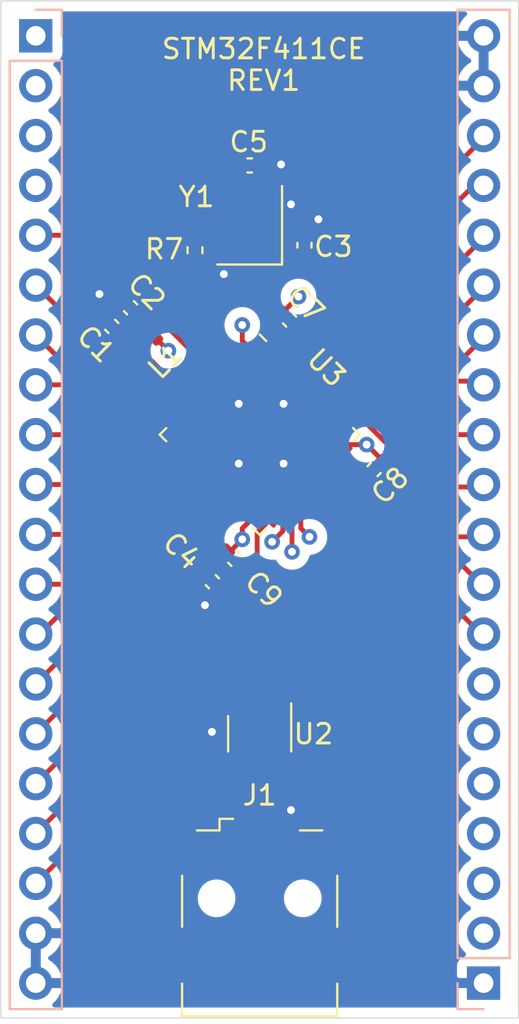
<source format=kicad_pcb>
(kicad_pcb (version 20171130) (host pcbnew 5.1.9-73d0e3b20d~88~ubuntu20.04.1)

  (general
    (thickness 1.6)
    (drawings 5)
    (tracks 320)
    (zones 0)
    (modules 16)
    (nets 43)
  )

  (page A4)
  (layers
    (0 F.Cu mixed)
    (1 In1.Cu power)
    (2 In2.Cu signal)
    (31 B.Cu power)
    (32 B.Adhes user)
    (33 F.Adhes user)
    (34 B.Paste user)
    (35 F.Paste user)
    (36 B.SilkS user)
    (37 F.SilkS user)
    (38 B.Mask user)
    (39 F.Mask user)
    (40 Dwgs.User user)
    (41 Cmts.User user)
    (42 Eco1.User user)
    (43 Eco2.User user)
    (44 Edge.Cuts user)
    (45 Margin user)
    (46 B.CrtYd user)
    (47 F.CrtYd user)
    (48 B.Fab user)
    (49 F.Fab user)
  )

  (setup
    (last_trace_width 0.25)
    (trace_clearance 0.2)
    (zone_clearance 0.508)
    (zone_45_only no)
    (trace_min 0.1)
    (via_size 0.8)
    (via_drill 0.4)
    (via_min_size 0.2)
    (via_min_drill 0.3)
    (uvia_size 0.3)
    (uvia_drill 0.1)
    (uvias_allowed no)
    (uvia_min_size 0.2)
    (uvia_min_drill 0.1)
    (edge_width 0.05)
    (segment_width 0.2)
    (pcb_text_width 0.3)
    (pcb_text_size 1.5 1.5)
    (mod_edge_width 0.12)
    (mod_text_size 1 1)
    (mod_text_width 0.15)
    (pad_size 1.524 1.524)
    (pad_drill 0.762)
    (pad_to_mask_clearance 0)
    (aux_axis_origin 0 0)
    (visible_elements FFFFFF7F)
    (pcbplotparams
      (layerselection 0x010fc_ffffffff)
      (usegerberextensions false)
      (usegerberattributes true)
      (usegerberadvancedattributes true)
      (creategerberjobfile true)
      (excludeedgelayer true)
      (linewidth 0.100000)
      (plotframeref false)
      (viasonmask false)
      (mode 1)
      (useauxorigin false)
      (hpglpennumber 1)
      (hpglpenspeed 20)
      (hpglpendiameter 15.000000)
      (psnegative false)
      (psa4output false)
      (plotreference true)
      (plotvalue true)
      (plotinvisibletext false)
      (padsonsilk false)
      (subtractmaskfromsilk false)
      (outputformat 1)
      (mirror false)
      (drillshape 0)
      (scaleselection 1)
      (outputdirectory "../../gerbers/STM32F411CE/"))
  )

  (net 0 "")
  (net 1 GND)
  (net 2 +3V3)
  (net 3 OSC_IN)
  (net 4 "Net-(C4-Pad1)")
  (net 5 "Net-(C5-Pad2)")
  (net 6 USB_CONN_D+)
  (net 7 USB_CONN_D-)
  (net 8 +5V)
  (net 9 "Net-(J1-Pad6)")
  (net 10 PB1)
  (net 11 PBO)
  (net 12 PA6)
  (net 13 PA3)
  (net 14 PA2)
  (net 15 PA1)
  (net 16 +BATT)
  (net 17 PB9)
  (net 18 PB8)
  (net 19 PB7)
  (net 20 PB6)
  (net 21 PB5)
  (net 22 PA15)
  (net 23 PB14)
  (net 24 PB13)
  (net 25 PB10)
  (net 26 OSC_OUT)
  (net 27 USB_D-)
  (net 28 USB_D+)
  (net 29 PB15)
  (net 30 PB12)
  (net 31 +3.3VA)
  (net 32 BOOT0)
  (net 33 FM_MISO)
  (net 34 SWO)
  (net 35 SWDCLK)
  (net 36 SWDIO)
  (net 37 FM_MOSI)
  (net 38 FM_SCK)
  (net 39 FM_CS)
  (net 40 ~RST)
  (net 41 PB2)
  (net 42 KEY)

  (net_class Default "This is the default net class."
    (clearance 0.2)
    (trace_width 0.25)
    (via_dia 0.8)
    (via_drill 0.4)
    (uvia_dia 0.3)
    (uvia_drill 0.1)
    (add_net +3.3VA)
    (add_net +3V3)
    (add_net +5V)
    (add_net +BATT)
    (add_net BOOT0)
    (add_net FM_CS)
    (add_net FM_MISO)
    (add_net FM_MOSI)
    (add_net FM_SCK)
    (add_net GND)
    (add_net KEY)
    (add_net "Net-(C4-Pad1)")
    (add_net "Net-(C5-Pad2)")
    (add_net "Net-(J1-Pad6)")
    (add_net OSC_IN)
    (add_net OSC_OUT)
    (add_net PA1)
    (add_net PA15)
    (add_net PA2)
    (add_net PA3)
    (add_net PA6)
    (add_net PB1)
    (add_net PB10)
    (add_net PB12)
    (add_net PB13)
    (add_net PB14)
    (add_net PB15)
    (add_net PB2)
    (add_net PB5)
    (add_net PB6)
    (add_net PB7)
    (add_net PB8)
    (add_net PB9)
    (add_net PBO)
    (add_net SWDCLK)
    (add_net SWDIO)
    (add_net SWO)
    (add_net USB_CONN_D+)
    (add_net USB_CONN_D-)
    (add_net USB_D+)
    (add_net USB_D-)
    (add_net ~RST)
  )

  (module Connector_PinHeader_2.54mm:PinHeader_1x20_P2.54mm_Vertical (layer B.Cu) (tedit 59FED5CC) (tstamp 6062CF79)
    (at 36.6268 62.0268)
    (descr "Through hole straight pin header, 1x20, 2.54mm pitch, single row")
    (tags "Through hole pin header THT 1x20 2.54mm single row")
    (path /6090F942)
    (fp_text reference J3 (at 0 2.33) (layer B.SilkS) hide
      (effects (font (size 1 1) (thickness 0.15)) (justify mirror))
    )
    (fp_text value Conn_01x20_Male (at 0 -50.59) (layer B.Fab) hide
      (effects (font (size 1 1) (thickness 0.15)) (justify mirror))
    )
    (fp_line (start 1.8 1.8) (end -1.8 1.8) (layer B.CrtYd) (width 0.05))
    (fp_line (start 1.8 -50.05) (end 1.8 1.8) (layer B.CrtYd) (width 0.05))
    (fp_line (start -1.8 -50.05) (end 1.8 -50.05) (layer B.CrtYd) (width 0.05))
    (fp_line (start -1.8 1.8) (end -1.8 -50.05) (layer B.CrtYd) (width 0.05))
    (fp_line (start -1.33 1.33) (end 0 1.33) (layer B.SilkS) (width 0.12))
    (fp_line (start -1.33 0) (end -1.33 1.33) (layer B.SilkS) (width 0.12))
    (fp_line (start -1.33 -1.27) (end 1.33 -1.27) (layer B.SilkS) (width 0.12))
    (fp_line (start 1.33 -1.27) (end 1.33 -49.59) (layer B.SilkS) (width 0.12))
    (fp_line (start -1.33 -1.27) (end -1.33 -49.59) (layer B.SilkS) (width 0.12))
    (fp_line (start -1.33 -49.59) (end 1.33 -49.59) (layer B.SilkS) (width 0.12))
    (fp_line (start -1.27 0.635) (end -0.635 1.27) (layer B.Fab) (width 0.1))
    (fp_line (start -1.27 -49.53) (end -1.27 0.635) (layer B.Fab) (width 0.1))
    (fp_line (start 1.27 -49.53) (end -1.27 -49.53) (layer B.Fab) (width 0.1))
    (fp_line (start 1.27 1.27) (end 1.27 -49.53) (layer B.Fab) (width 0.1))
    (fp_line (start -0.635 1.27) (end 1.27 1.27) (layer B.Fab) (width 0.1))
    (fp_text user %R (at 0 -24.13 -90) (layer B.Fab)
      (effects (font (size 1 1) (thickness 0.15)) (justify mirror))
    )
    (pad 20 thru_hole oval (at 0 -48.26) (size 1.7 1.7) (drill 1) (layers *.Cu *.Mask)
      (net 1 GND))
    (pad 19 thru_hole oval (at 0 -45.72) (size 1.7 1.7) (drill 1) (layers *.Cu *.Mask)
      (net 1 GND))
    (pad 18 thru_hole oval (at 0 -43.18) (size 1.7 1.7) (drill 1) (layers *.Cu *.Mask)
      (net 17 PB9))
    (pad 17 thru_hole oval (at 0 -40.64) (size 1.7 1.7) (drill 1) (layers *.Cu *.Mask)
      (net 18 PB8))
    (pad 16 thru_hole oval (at 0 -38.1) (size 1.7 1.7) (drill 1) (layers *.Cu *.Mask)
      (net 32 BOOT0))
    (pad 15 thru_hole oval (at 0 -35.56) (size 1.7 1.7) (drill 1) (layers *.Cu *.Mask)
      (net 19 PB7))
    (pad 14 thru_hole oval (at 0 -33.02) (size 1.7 1.7) (drill 1) (layers *.Cu *.Mask)
      (net 20 PB6))
    (pad 13 thru_hole oval (at 0 -30.48) (size 1.7 1.7) (drill 1) (layers *.Cu *.Mask)
      (net 21 PB5))
    (pad 12 thru_hole oval (at 0 -27.94) (size 1.7 1.7) (drill 1) (layers *.Cu *.Mask)
      (net 33 FM_MISO))
    (pad 11 thru_hole oval (at 0 -25.4) (size 1.7 1.7) (drill 1) (layers *.Cu *.Mask)
      (net 34 SWO))
    (pad 10 thru_hole oval (at 0 -22.86) (size 1.7 1.7) (drill 1) (layers *.Cu *.Mask)
      (net 22 PA15))
    (pad 9 thru_hole oval (at 0 -20.32) (size 1.7 1.7) (drill 1) (layers *.Cu *.Mask)
      (net 35 SWDCLK))
    (pad 8 thru_hole oval (at 0 -17.78) (size 1.7 1.7) (drill 1) (layers *.Cu *.Mask)
      (net 36 SWDIO))
    (pad 7 thru_hole oval (at 0 -15.24) (size 1.7 1.7) (drill 1) (layers *.Cu *.Mask))
    (pad 6 thru_hole oval (at 0 -12.7) (size 1.7 1.7) (drill 1) (layers *.Cu *.Mask))
    (pad 5 thru_hole oval (at 0 -10.16) (size 1.7 1.7) (drill 1) (layers *.Cu *.Mask))
    (pad 4 thru_hole oval (at 0 -7.62) (size 1.7 1.7) (drill 1) (layers *.Cu *.Mask)
      (net 29 PB15))
    (pad 3 thru_hole oval (at 0 -5.08) (size 1.7 1.7) (drill 1) (layers *.Cu *.Mask)
      (net 23 PB14))
    (pad 2 thru_hole oval (at 0 -2.54) (size 1.7 1.7) (drill 1) (layers *.Cu *.Mask)
      (net 24 PB13))
    (pad 1 thru_hole rect (at 0 0) (size 1.7 1.7) (drill 1) (layers *.Cu *.Mask)
      (net 1 GND))
    (model ${KISYS3DMOD}/Connector_PinHeader_2.54mm.3dshapes/PinHeader_1x20_P2.54mm_Vertical.wrl
      (at (xyz 0 0 0))
      (scale (xyz 1 1 1))
      (rotate (xyz 0 0 0))
    )
  )

  (module Connector_PinHeader_2.54mm:PinHeader_1x20_P2.54mm_Vertical (layer B.Cu) (tedit 59FED5CC) (tstamp 6062D03D)
    (at 13.7668 13.7668 180)
    (descr "Through hole straight pin header, 1x20, 2.54mm pitch, single row")
    (tags "Through hole pin header THT 1x20 2.54mm single row")
    (path /608FB9C8)
    (fp_text reference J2 (at 0 2.33) (layer B.SilkS) hide
      (effects (font (size 1 1) (thickness 0.15)) (justify mirror))
    )
    (fp_text value Conn_01x20_Male (at 0 -50.59) (layer B.Fab) hide
      (effects (font (size 1 1) (thickness 0.15)) (justify mirror))
    )
    (fp_line (start 1.8 1.8) (end -1.8 1.8) (layer B.CrtYd) (width 0.05))
    (fp_line (start 1.8 -50.05) (end 1.8 1.8) (layer B.CrtYd) (width 0.05))
    (fp_line (start -1.8 -50.05) (end 1.8 -50.05) (layer B.CrtYd) (width 0.05))
    (fp_line (start -1.8 1.8) (end -1.8 -50.05) (layer B.CrtYd) (width 0.05))
    (fp_line (start -1.33 1.33) (end 0 1.33) (layer B.SilkS) (width 0.12))
    (fp_line (start -1.33 0) (end -1.33 1.33) (layer B.SilkS) (width 0.12))
    (fp_line (start -1.33 -1.27) (end 1.33 -1.27) (layer B.SilkS) (width 0.12))
    (fp_line (start 1.33 -1.27) (end 1.33 -49.59) (layer B.SilkS) (width 0.12))
    (fp_line (start -1.33 -1.27) (end -1.33 -49.59) (layer B.SilkS) (width 0.12))
    (fp_line (start -1.33 -49.59) (end 1.33 -49.59) (layer B.SilkS) (width 0.12))
    (fp_line (start -1.27 0.635) (end -0.635 1.27) (layer B.Fab) (width 0.1))
    (fp_line (start -1.27 -49.53) (end -1.27 0.635) (layer B.Fab) (width 0.1))
    (fp_line (start 1.27 -49.53) (end -1.27 -49.53) (layer B.Fab) (width 0.1))
    (fp_line (start 1.27 1.27) (end 1.27 -49.53) (layer B.Fab) (width 0.1))
    (fp_line (start -0.635 1.27) (end 1.27 1.27) (layer B.Fab) (width 0.1))
    (fp_text user %R (at 0 -24.13 270) (layer B.Fab)
      (effects (font (size 1 1) (thickness 0.15)) (justify mirror))
    )
    (pad 20 thru_hole oval (at 0 -48.26 180) (size 1.7 1.7) (drill 1) (layers *.Cu *.Mask)
      (net 1 GND))
    (pad 19 thru_hole oval (at 0 -45.72 180) (size 1.7 1.7) (drill 1) (layers *.Cu *.Mask)
      (net 1 GND))
    (pad 18 thru_hole oval (at 0 -43.18 180) (size 1.7 1.7) (drill 1) (layers *.Cu *.Mask)
      (net 30 PB12))
    (pad 17 thru_hole oval (at 0 -40.64 180) (size 1.7 1.7) (drill 1) (layers *.Cu *.Mask)
      (net 25 PB10))
    (pad 16 thru_hole oval (at 0 -38.1 180) (size 1.7 1.7) (drill 1) (layers *.Cu *.Mask)
      (net 41 PB2))
    (pad 15 thru_hole oval (at 0 -35.56 180) (size 1.7 1.7) (drill 1) (layers *.Cu *.Mask)
      (net 10 PB1))
    (pad 14 thru_hole oval (at 0 -33.02 180) (size 1.7 1.7) (drill 1) (layers *.Cu *.Mask)
      (net 11 PBO))
    (pad 13 thru_hole oval (at 0 -30.48 180) (size 1.7 1.7) (drill 1) (layers *.Cu *.Mask)
      (net 37 FM_MOSI))
    (pad 12 thru_hole oval (at 0 -27.94 180) (size 1.7 1.7) (drill 1) (layers *.Cu *.Mask)
      (net 12 PA6))
    (pad 11 thru_hole oval (at 0 -25.4 180) (size 1.7 1.7) (drill 1) (layers *.Cu *.Mask)
      (net 38 FM_SCK))
    (pad 10 thru_hole oval (at 0 -22.86 180) (size 1.7 1.7) (drill 1) (layers *.Cu *.Mask)
      (net 39 FM_CS))
    (pad 9 thru_hole oval (at 0 -20.32 180) (size 1.7 1.7) (drill 1) (layers *.Cu *.Mask)
      (net 13 PA3))
    (pad 8 thru_hole oval (at 0 -17.78 180) (size 1.7 1.7) (drill 1) (layers *.Cu *.Mask)
      (net 14 PA2))
    (pad 7 thru_hole oval (at 0 -15.24 180) (size 1.7 1.7) (drill 1) (layers *.Cu *.Mask)
      (net 15 PA1))
    (pad 6 thru_hole oval (at 0 -12.7 180) (size 1.7 1.7) (drill 1) (layers *.Cu *.Mask)
      (net 42 KEY))
    (pad 5 thru_hole oval (at 0 -10.16 180) (size 1.7 1.7) (drill 1) (layers *.Cu *.Mask)
      (net 40 ~RST))
    (pad 4 thru_hole oval (at 0 -7.62 180) (size 1.7 1.7) (drill 1) (layers *.Cu *.Mask)
      (net 2 +3V3))
    (pad 3 thru_hole oval (at 0 -5.08 180) (size 1.7 1.7) (drill 1) (layers *.Cu *.Mask))
    (pad 2 thru_hole oval (at 0 -2.54 180) (size 1.7 1.7) (drill 1) (layers *.Cu *.Mask))
    (pad 1 thru_hole rect (at 0 0 180) (size 1.7 1.7) (drill 1) (layers *.Cu *.Mask)
      (net 16 +BATT))
    (model ${KISYS3DMOD}/Connector_PinHeader_2.54mm.3dshapes/PinHeader_1x20_P2.54mm_Vertical.wrl
      (at (xyz 0 0 0))
      (scale (xyz 1 1 1))
      (rotate (xyz 0 0 0))
    )
  )

  (module Inductor_SMD:L_0402_1005Metric (layer F.Cu) (tedit 5F68FEF0) (tstamp 60628B48)
    (at 19.558 29.5275 225)
    (descr "Inductor SMD 0402 (1005 Metric), square (rectangular) end terminal, IPC_7351 nominal, (Body size source: http://www.tortai-tech.com/upload/download/2011102023233369053.pdf), generated with kicad-footprint-generator")
    (tags inductor)
    (path /6063032D)
    (attr smd)
    (fp_text reference L1 (at 0 -1.17 45) (layer F.SilkS)
      (effects (font (size 1 1) (thickness 0.15)))
    )
    (fp_text value L_Small (at 0 1.17 45) (layer F.Fab) hide
      (effects (font (size 1 1) (thickness 0.15)))
    )
    (fp_line (start 0.93 0.47) (end -0.93 0.47) (layer F.CrtYd) (width 0.05))
    (fp_line (start 0.93 -0.47) (end 0.93 0.47) (layer F.CrtYd) (width 0.05))
    (fp_line (start -0.93 -0.47) (end 0.93 -0.47) (layer F.CrtYd) (width 0.05))
    (fp_line (start -0.93 0.47) (end -0.93 -0.47) (layer F.CrtYd) (width 0.05))
    (fp_line (start 0.5 0.25) (end -0.5 0.25) (layer F.Fab) (width 0.1))
    (fp_line (start 0.5 -0.25) (end 0.5 0.25) (layer F.Fab) (width 0.1))
    (fp_line (start -0.5 -0.25) (end 0.5 -0.25) (layer F.Fab) (width 0.1))
    (fp_line (start -0.5 0.25) (end -0.5 -0.25) (layer F.Fab) (width 0.1))
    (fp_text user %R (at 0 0 45) (layer F.Fab)
      (effects (font (size 0.25 0.25) (thickness 0.04)))
    )
    (pad 2 smd roundrect (at 0.485 0 225) (size 0.59 0.64) (layers F.Cu F.Paste F.Mask) (roundrect_rratio 0.25)
      (net 31 +3.3VA))
    (pad 1 smd roundrect (at -0.485 0 225) (size 0.59 0.64) (layers F.Cu F.Paste F.Mask) (roundrect_rratio 0.25)
      (net 2 +3V3))
    (model ${KISYS3DMOD}/Inductor_SMD.3dshapes/L_0402_1005Metric.wrl
      (at (xyz 0 0 0))
      (scale (xyz 1 1 1))
      (rotate (xyz 0 0 0))
    )
  )

  (module Capacitor_SMD:C_0402_1005Metric_Pad0.74x0.62mm_HandSolder (layer F.Cu) (tedit 5F6BB22C) (tstamp 60627771)
    (at 18.6055 27.6225 315)
    (descr "Capacitor SMD 0402 (1005 Metric), square (rectangular) end terminal, IPC_7351 nominal with elongated pad for handsoldering. (Body size source: IPC-SM-782 page 76, https://www.pcb-3d.com/wordpress/wp-content/uploads/ipc-sm-782a_amendment_1_and_2.pdf), generated with kicad-footprint-generator")
    (tags "capacitor handsolder")
    (path /60631810)
    (attr smd)
    (fp_text reference C2 (at 0 -1.16 135) (layer F.SilkS)
      (effects (font (size 1 1) (thickness 0.15)))
    )
    (fp_text value 1uF (at 0 1.16 135) (layer F.Fab) hide
      (effects (font (size 1 1) (thickness 0.15)))
    )
    (fp_line (start 1.08 0.46) (end -1.08 0.46) (layer F.CrtYd) (width 0.05))
    (fp_line (start 1.08 -0.46) (end 1.08 0.46) (layer F.CrtYd) (width 0.05))
    (fp_line (start -1.08 -0.46) (end 1.08 -0.46) (layer F.CrtYd) (width 0.05))
    (fp_line (start -1.08 0.46) (end -1.08 -0.46) (layer F.CrtYd) (width 0.05))
    (fp_line (start -0.115835 0.36) (end 0.115835 0.36) (layer F.SilkS) (width 0.12))
    (fp_line (start -0.115835 -0.36) (end 0.115835 -0.36) (layer F.SilkS) (width 0.12))
    (fp_line (start 0.5 0.25) (end -0.5 0.25) (layer F.Fab) (width 0.1))
    (fp_line (start 0.5 -0.25) (end 0.5 0.25) (layer F.Fab) (width 0.1))
    (fp_line (start -0.5 -0.25) (end 0.5 -0.25) (layer F.Fab) (width 0.1))
    (fp_line (start -0.5 0.25) (end -0.5 -0.25) (layer F.Fab) (width 0.1))
    (fp_text user %R (at 0 0 135) (layer F.Fab)
      (effects (font (size 0.25 0.25) (thickness 0.04)))
    )
    (pad 2 smd roundrect (at 0.5675 0 315) (size 0.735 0.62) (layers F.Cu F.Paste F.Mask) (roundrect_rratio 0.25)
      (net 31 +3.3VA))
    (pad 1 smd roundrect (at -0.5675 0 315) (size 0.735 0.62) (layers F.Cu F.Paste F.Mask) (roundrect_rratio 0.25)
      (net 1 GND))
    (model ${KISYS3DMOD}/Capacitor_SMD.3dshapes/C_0402_1005Metric.wrl
      (at (xyz 0 0 0))
      (scale (xyz 1 1 1))
      (rotate (xyz 0 0 0))
    )
  )

  (module Capacitor_SMD:C_0402_1005Metric_Pad0.74x0.62mm_HandSolder (layer F.Cu) (tedit 5F6BB22C) (tstamp 606277A1)
    (at 17.647883 28.569883 315)
    (descr "Capacitor SMD 0402 (1005 Metric), square (rectangular) end terminal, IPC_7351 nominal with elongated pad for handsoldering. (Body size source: IPC-SM-782 page 76, https://www.pcb-3d.com/wordpress/wp-content/uploads/ipc-sm-782a_amendment_1_and_2.pdf), generated with kicad-footprint-generator")
    (tags "capacitor handsolder")
    (path /60630E8F)
    (attr smd)
    (fp_text reference C1 (at 0.052138 1.212335 315) (layer F.SilkS)
      (effects (font (size 1 1) (thickness 0.15)))
    )
    (fp_text value 0.1uF (at 0 1.16 135) (layer F.Fab) hide
      (effects (font (size 1 1) (thickness 0.15)))
    )
    (fp_line (start 1.08 0.46) (end -1.08 0.46) (layer F.CrtYd) (width 0.05))
    (fp_line (start 1.08 -0.46) (end 1.08 0.46) (layer F.CrtYd) (width 0.05))
    (fp_line (start -1.08 -0.46) (end 1.08 -0.46) (layer F.CrtYd) (width 0.05))
    (fp_line (start -1.08 0.46) (end -1.08 -0.46) (layer F.CrtYd) (width 0.05))
    (fp_line (start -0.115835 0.36) (end 0.115835 0.36) (layer F.SilkS) (width 0.12))
    (fp_line (start -0.115835 -0.36) (end 0.115835 -0.36) (layer F.SilkS) (width 0.12))
    (fp_line (start 0.5 0.25) (end -0.5 0.25) (layer F.Fab) (width 0.1))
    (fp_line (start 0.5 -0.25) (end 0.5 0.25) (layer F.Fab) (width 0.1))
    (fp_line (start -0.5 -0.25) (end 0.5 -0.25) (layer F.Fab) (width 0.1))
    (fp_line (start -0.5 0.25) (end -0.5 -0.25) (layer F.Fab) (width 0.1))
    (fp_text user %R (at 0 0 135) (layer F.Fab)
      (effects (font (size 0.25 0.25) (thickness 0.04)))
    )
    (pad 2 smd roundrect (at 0.5675 0 315) (size 0.735 0.62) (layers F.Cu F.Paste F.Mask) (roundrect_rratio 0.25)
      (net 31 +3.3VA))
    (pad 1 smd roundrect (at -0.5675 0 315) (size 0.735 0.62) (layers F.Cu F.Paste F.Mask) (roundrect_rratio 0.25)
      (net 1 GND))
    (model ${KISYS3DMOD}/Capacitor_SMD.3dshapes/C_0402_1005Metric.wrl
      (at (xyz 0 0 0))
      (scale (xyz 1 1 1))
      (rotate (xyz 0 0 0))
    )
  )

  (module Crystal:Crystal_SMD_TXC_7M-4Pin_3.2x2.5mm (layer F.Cu) (tedit 5A0FD1B2) (tstamp 6063B8FE)
    (at 24.6888 23.4188 90)
    (descr "SMD Crystal TXC 7M http://www.txccrystal.com/images/pdf/7m-accuracy.pdf, 3.2x2.5mm^2 package")
    (tags "SMD SMT crystal")
    (path /60658274)
    (attr smd)
    (fp_text reference Y1 (at 1.4478 -2.7178 180) (layer F.SilkS)
      (effects (font (size 1 1) (thickness 0.15)))
    )
    (fp_text value Crystal_GND24 (at 0 2.45 90) (layer F.Fab) hide
      (effects (font (size 1 1) (thickness 0.15)))
    )
    (fp_line (start -1.6 -1.25) (end -1.6 1.25) (layer F.Fab) (width 0.1))
    (fp_line (start -1.6 1.25) (end 1.6 1.25) (layer F.Fab) (width 0.1))
    (fp_line (start 1.6 1.25) (end 1.6 -1.25) (layer F.Fab) (width 0.1))
    (fp_line (start 1.6 -1.25) (end -1.6 -1.25) (layer F.Fab) (width 0.1))
    (fp_line (start -1.6 0.25) (end -0.6 1.25) (layer F.Fab) (width 0.1))
    (fp_line (start -2 -1.65) (end -2 1.65) (layer F.SilkS) (width 0.12))
    (fp_line (start -2 1.65) (end 2 1.65) (layer F.SilkS) (width 0.12))
    (fp_line (start -2.1 -1.7) (end -2.1 1.7) (layer F.CrtYd) (width 0.05))
    (fp_line (start -2.1 1.7) (end 2.1 1.7) (layer F.CrtYd) (width 0.05))
    (fp_line (start 2.1 1.7) (end 2.1 -1.7) (layer F.CrtYd) (width 0.05))
    (fp_line (start 2.1 -1.7) (end -2.1 -1.7) (layer F.CrtYd) (width 0.05))
    (fp_text user %R (at 0 0 90) (layer F.Fab)
      (effects (font (size 0.7 0.7) (thickness 0.105)))
    )
    (pad 4 smd rect (at -1.1 -0.85 90) (size 1.4 1.2) (layers F.Cu F.Paste F.Mask)
      (net 1 GND))
    (pad 3 smd rect (at 1.1 -0.85 90) (size 1.4 1.2) (layers F.Cu F.Paste F.Mask)
      (net 5 "Net-(C5-Pad2)"))
    (pad 2 smd rect (at 1.1 0.85 90) (size 1.4 1.2) (layers F.Cu F.Paste F.Mask)
      (net 1 GND))
    (pad 1 smd rect (at -1.1 0.85 90) (size 1.4 1.2) (layers F.Cu F.Paste F.Mask)
      (net 3 OSC_IN))
    (model ${KISYS3DMOD}/Crystal.3dshapes/Crystal_SMD_TXC_7M-4Pin_3.2x2.5mm.wrl
      (at (xyz 0 0 0))
      (scale (xyz 1 1 1))
      (rotate (xyz 0 0 0))
    )
  )

  (module Resistor_SMD:R_0402_1005Metric (layer F.Cu) (tedit 5F68FEEE) (tstamp 60625DE2)
    (at 21.8948 24.6888 90)
    (descr "Resistor SMD 0402 (1005 Metric), square (rectangular) end terminal, IPC_7351 nominal, (Body size source: IPC-SM-782 page 72, https://www.pcb-3d.com/wordpress/wp-content/uploads/ipc-sm-782a_amendment_1_and_2.pdf), generated with kicad-footprint-generator")
    (tags resistor)
    (path /607E09F0)
    (attr smd)
    (fp_text reference R7 (at 0.0508 -1.5748 180) (layer F.SilkS)
      (effects (font (size 1 1) (thickness 0.15)))
    )
    (fp_text value 0 (at 0 1.17 90) (layer F.Fab) hide
      (effects (font (size 1 1) (thickness 0.15)))
    )
    (fp_line (start 0.93 0.47) (end -0.93 0.47) (layer F.CrtYd) (width 0.05))
    (fp_line (start 0.93 -0.47) (end 0.93 0.47) (layer F.CrtYd) (width 0.05))
    (fp_line (start -0.93 -0.47) (end 0.93 -0.47) (layer F.CrtYd) (width 0.05))
    (fp_line (start -0.93 0.47) (end -0.93 -0.47) (layer F.CrtYd) (width 0.05))
    (fp_line (start -0.153641 0.38) (end 0.153641 0.38) (layer F.SilkS) (width 0.12))
    (fp_line (start -0.153641 -0.38) (end 0.153641 -0.38) (layer F.SilkS) (width 0.12))
    (fp_line (start 0.525 0.27) (end -0.525 0.27) (layer F.Fab) (width 0.1))
    (fp_line (start 0.525 -0.27) (end 0.525 0.27) (layer F.Fab) (width 0.1))
    (fp_line (start -0.525 -0.27) (end 0.525 -0.27) (layer F.Fab) (width 0.1))
    (fp_line (start -0.525 0.27) (end -0.525 -0.27) (layer F.Fab) (width 0.1))
    (fp_text user %R (at 0 0 90) (layer F.Fab)
      (effects (font (size 0.26 0.26) (thickness 0.04)))
    )
    (pad 2 smd roundrect (at 0.51 0 90) (size 0.54 0.64) (layers F.Cu F.Paste F.Mask) (roundrect_rratio 0.25)
      (net 5 "Net-(C5-Pad2)"))
    (pad 1 smd roundrect (at -0.51 0 90) (size 0.54 0.64) (layers F.Cu F.Paste F.Mask) (roundrect_rratio 0.25)
      (net 26 OSC_OUT))
    (model ${KISYS3DMOD}/Resistor_SMD.3dshapes/R_0402_1005Metric.wrl
      (at (xyz 0 0 0))
      (scale (xyz 1 1 1))
      (rotate (xyz 0 0 0))
    )
  )

  (module Capacitor_SMD:C_0402_1005Metric_Pad0.74x0.62mm_HandSolder (layer F.Cu) (tedit 5F6BB22C) (tstamp 60625CA7)
    (at 23.9268 40.4368 315)
    (descr "Capacitor SMD 0402 (1005 Metric), square (rectangular) end terminal, IPC_7351 nominal with elongated pad for handsoldering. (Body size source: IPC-SM-782 page 76, https://www.pcb-3d.com/wordpress/wp-content/uploads/ipc-sm-782a_amendment_1_and_2.pdf), generated with kicad-footprint-generator")
    (tags "capacitor handsolder")
    (path /6075B612)
    (attr smd)
    (fp_text reference C9 (at 2.128321 0.044901 135) (layer F.SilkS)
      (effects (font (size 1 1) (thickness 0.15)))
    )
    (fp_text value 0.1uF (at 0 1.16 135) (layer F.Fab) hide
      (effects (font (size 1 1) (thickness 0.15)))
    )
    (fp_line (start 1.08 0.46) (end -1.08 0.46) (layer F.CrtYd) (width 0.05))
    (fp_line (start 1.08 -0.46) (end 1.08 0.46) (layer F.CrtYd) (width 0.05))
    (fp_line (start -1.08 -0.46) (end 1.08 -0.46) (layer F.CrtYd) (width 0.05))
    (fp_line (start -1.08 0.46) (end -1.08 -0.46) (layer F.CrtYd) (width 0.05))
    (fp_line (start -0.115835 0.36) (end 0.115835 0.36) (layer F.SilkS) (width 0.12))
    (fp_line (start -0.115835 -0.36) (end 0.115835 -0.36) (layer F.SilkS) (width 0.12))
    (fp_line (start 0.5 0.25) (end -0.5 0.25) (layer F.Fab) (width 0.1))
    (fp_line (start 0.5 -0.25) (end 0.5 0.25) (layer F.Fab) (width 0.1))
    (fp_line (start -0.5 -0.25) (end 0.5 -0.25) (layer F.Fab) (width 0.1))
    (fp_line (start -0.5 0.25) (end -0.5 -0.25) (layer F.Fab) (width 0.1))
    (fp_text user %R (at 0 0 135) (layer F.Fab)
      (effects (font (size 0.25 0.25) (thickness 0.04)))
    )
    (pad 2 smd roundrect (at 0.5675 0 315) (size 0.735 0.62) (layers F.Cu F.Paste F.Mask) (roundrect_rratio 0.25)
      (net 1 GND))
    (pad 1 smd roundrect (at -0.5675 0 315) (size 0.735 0.62) (layers F.Cu F.Paste F.Mask) (roundrect_rratio 0.25)
      (net 2 +3V3))
    (model ${KISYS3DMOD}/Capacitor_SMD.3dshapes/C_0402_1005Metric.wrl
      (at (xyz 0 0 0))
      (scale (xyz 1 1 1))
      (rotate (xyz 0 0 0))
    )
  )

  (module Capacitor_SMD:C_0402_1005Metric_Pad0.74x0.62mm_HandSolder (layer F.Cu) (tedit 5F6BB22C) (tstamp 60625C96)
    (at 31.0388 35.8648 225)
    (descr "Capacitor SMD 0402 (1005 Metric), square (rectangular) end terminal, IPC_7351 nominal with elongated pad for handsoldering. (Body size source: IPC-SM-782 page 76, https://www.pcb-3d.com/wordpress/wp-content/uploads/ipc-sm-782a_amendment_1_and_2.pdf), generated with kicad-footprint-generator")
    (tags "capacitor handsolder")
    (path /6075B02C)
    (attr smd)
    (fp_text reference C8 (at 0 -1.16 45) (layer F.SilkS)
      (effects (font (size 1 1) (thickness 0.15)))
    )
    (fp_text value 0.1uF (at 0 1.16 45) (layer F.Fab) hide
      (effects (font (size 1 1) (thickness 0.15)))
    )
    (fp_line (start 1.08 0.46) (end -1.08 0.46) (layer F.CrtYd) (width 0.05))
    (fp_line (start 1.08 -0.46) (end 1.08 0.46) (layer F.CrtYd) (width 0.05))
    (fp_line (start -1.08 -0.46) (end 1.08 -0.46) (layer F.CrtYd) (width 0.05))
    (fp_line (start -1.08 0.46) (end -1.08 -0.46) (layer F.CrtYd) (width 0.05))
    (fp_line (start -0.115835 0.36) (end 0.115835 0.36) (layer F.SilkS) (width 0.12))
    (fp_line (start -0.115835 -0.36) (end 0.115835 -0.36) (layer F.SilkS) (width 0.12))
    (fp_line (start 0.5 0.25) (end -0.5 0.25) (layer F.Fab) (width 0.1))
    (fp_line (start 0.5 -0.25) (end 0.5 0.25) (layer F.Fab) (width 0.1))
    (fp_line (start -0.5 -0.25) (end 0.5 -0.25) (layer F.Fab) (width 0.1))
    (fp_line (start -0.5 0.25) (end -0.5 -0.25) (layer F.Fab) (width 0.1))
    (fp_text user %R (at 0 0 45) (layer F.Fab)
      (effects (font (size 0.25 0.25) (thickness 0.04)))
    )
    (pad 2 smd roundrect (at 0.5675 0 225) (size 0.735 0.62) (layers F.Cu F.Paste F.Mask) (roundrect_rratio 0.25)
      (net 1 GND))
    (pad 1 smd roundrect (at -0.5675 0 225) (size 0.735 0.62) (layers F.Cu F.Paste F.Mask) (roundrect_rratio 0.25)
      (net 2 +3V3))
    (model ${KISYS3DMOD}/Capacitor_SMD.3dshapes/C_0402_1005Metric.wrl
      (at (xyz 0 0 0))
      (scale (xyz 1 1 1))
      (rotate (xyz 0 0 0))
    )
  )

  (module Capacitor_SMD:C_0402_1005Metric_Pad0.74x0.62mm_HandSolder (layer F.Cu) (tedit 5F6BB22C) (tstamp 60628C1C)
    (at 26.7208 28.2448 315)
    (descr "Capacitor SMD 0402 (1005 Metric), square (rectangular) end terminal, IPC_7351 nominal with elongated pad for handsoldering. (Body size source: IPC-SM-782 page 76, https://www.pcb-3d.com/wordpress/wp-content/uploads/ipc-sm-782a_amendment_1_and_2.pdf), generated with kicad-footprint-generator")
    (tags "capacitor handsolder")
    (path /6075AA39)
    (attr smd)
    (fp_text reference C7 (at 0 -1.16 135) (layer F.SilkS)
      (effects (font (size 1 1) (thickness 0.15)))
    )
    (fp_text value 0.1uF (at 0 1.16 135) (layer F.Fab)
      (effects (font (size 1 1) (thickness 0.15)))
    )
    (fp_line (start 1.08 0.46) (end -1.08 0.46) (layer F.CrtYd) (width 0.05))
    (fp_line (start 1.08 -0.46) (end 1.08 0.46) (layer F.CrtYd) (width 0.05))
    (fp_line (start -1.08 -0.46) (end 1.08 -0.46) (layer F.CrtYd) (width 0.05))
    (fp_line (start -1.08 0.46) (end -1.08 -0.46) (layer F.CrtYd) (width 0.05))
    (fp_line (start -0.115835 0.36) (end 0.115835 0.36) (layer F.SilkS) (width 0.12))
    (fp_line (start -0.115835 -0.36) (end 0.115835 -0.36) (layer F.SilkS) (width 0.12))
    (fp_line (start 0.5 0.25) (end -0.5 0.25) (layer F.Fab) (width 0.1))
    (fp_line (start 0.5 -0.25) (end 0.5 0.25) (layer F.Fab) (width 0.1))
    (fp_line (start -0.5 -0.25) (end 0.5 -0.25) (layer F.Fab) (width 0.1))
    (fp_line (start -0.5 0.25) (end -0.5 -0.25) (layer F.Fab) (width 0.1))
    (fp_text user %R (at 0 0 135) (layer F.Fab)
      (effects (font (size 0.25 0.25) (thickness 0.04)))
    )
    (pad 2 smd roundrect (at 0.5675 0 315) (size 0.735 0.62) (layers F.Cu F.Paste F.Mask) (roundrect_rratio 0.25)
      (net 1 GND))
    (pad 1 smd roundrect (at -0.5675 0 315) (size 0.735 0.62) (layers F.Cu F.Paste F.Mask) (roundrect_rratio 0.25)
      (net 2 +3V3))
    (model ${KISYS3DMOD}/Capacitor_SMD.3dshapes/C_0402_1005Metric.wrl
      (at (xyz 0 0 0))
      (scale (xyz 1 1 1))
      (rotate (xyz 0 0 0))
    )
  )

  (module Capacitor_SMD:C_0402_1005Metric_Pad0.74x0.62mm_HandSolder (layer F.Cu) (tedit 5F6BB22C) (tstamp 60625C63)
    (at 24.6888 20.3708 180)
    (descr "Capacitor SMD 0402 (1005 Metric), square (rectangular) end terminal, IPC_7351 nominal with elongated pad for handsoldering. (Body size source: IPC-SM-782 page 76, https://www.pcb-3d.com/wordpress/wp-content/uploads/ipc-sm-782a_amendment_1_and_2.pdf), generated with kicad-footprint-generator")
    (tags "capacitor handsolder")
    (path /607B6E76)
    (attr smd)
    (fp_text reference C5 (at 0.0508 1.1938) (layer F.SilkS)
      (effects (font (size 1 1) (thickness 0.15)))
    )
    (fp_text value 12pF (at 0 1.16) (layer F.Fab) hide
      (effects (font (size 1 1) (thickness 0.15)))
    )
    (fp_line (start 1.08 0.46) (end -1.08 0.46) (layer F.CrtYd) (width 0.05))
    (fp_line (start 1.08 -0.46) (end 1.08 0.46) (layer F.CrtYd) (width 0.05))
    (fp_line (start -1.08 -0.46) (end 1.08 -0.46) (layer F.CrtYd) (width 0.05))
    (fp_line (start -1.08 0.46) (end -1.08 -0.46) (layer F.CrtYd) (width 0.05))
    (fp_line (start -0.115835 0.36) (end 0.115835 0.36) (layer F.SilkS) (width 0.12))
    (fp_line (start -0.115835 -0.36) (end 0.115835 -0.36) (layer F.SilkS) (width 0.12))
    (fp_line (start 0.5 0.25) (end -0.5 0.25) (layer F.Fab) (width 0.1))
    (fp_line (start 0.5 -0.25) (end 0.5 0.25) (layer F.Fab) (width 0.1))
    (fp_line (start -0.5 -0.25) (end 0.5 -0.25) (layer F.Fab) (width 0.1))
    (fp_line (start -0.5 0.25) (end -0.5 -0.25) (layer F.Fab) (width 0.1))
    (fp_text user %R (at 0 0) (layer F.Fab)
      (effects (font (size 0.25 0.25) (thickness 0.04)))
    )
    (pad 2 smd roundrect (at 0.5675 0 180) (size 0.735 0.62) (layers F.Cu F.Paste F.Mask) (roundrect_rratio 0.25)
      (net 5 "Net-(C5-Pad2)"))
    (pad 1 smd roundrect (at -0.5675 0 180) (size 0.735 0.62) (layers F.Cu F.Paste F.Mask) (roundrect_rratio 0.25)
      (net 1 GND))
    (model ${KISYS3DMOD}/Capacitor_SMD.3dshapes/C_0402_1005Metric.wrl
      (at (xyz 0 0 0))
      (scale (xyz 1 1 1))
      (rotate (xyz 0 0 0))
    )
  )

  (module Capacitor_SMD:C_0402_1005Metric_Pad0.74x0.62mm_HandSolder (layer F.Cu) (tedit 5F6BB22C) (tstamp 6062B42E)
    (at 22.7838 41.5798 315)
    (descr "Capacitor SMD 0402 (1005 Metric), square (rectangular) end terminal, IPC_7351 nominal with elongated pad for handsoldering. (Body size source: IPC-SM-782 page 76, https://www.pcb-3d.com/wordpress/wp-content/uploads/ipc-sm-782a_amendment_1_and_2.pdf), generated with kicad-footprint-generator")
    (tags "capacitor handsolder")
    (path /60772A7D)
    (attr smd)
    (fp_text reference C4 (at -2.227104 0 135) (layer F.SilkS)
      (effects (font (size 1 1) (thickness 0.15)))
    )
    (fp_text value 4.7uF (at 0 1.16 135) (layer F.Fab) hide
      (effects (font (size 1 1) (thickness 0.15)))
    )
    (fp_line (start 1.08 0.46) (end -1.08 0.46) (layer F.CrtYd) (width 0.05))
    (fp_line (start 1.08 -0.46) (end 1.08 0.46) (layer F.CrtYd) (width 0.05))
    (fp_line (start -1.08 -0.46) (end 1.08 -0.46) (layer F.CrtYd) (width 0.05))
    (fp_line (start -1.08 0.46) (end -1.08 -0.46) (layer F.CrtYd) (width 0.05))
    (fp_line (start -0.115835 0.36) (end 0.115835 0.36) (layer F.SilkS) (width 0.12))
    (fp_line (start -0.115835 -0.36) (end 0.115835 -0.36) (layer F.SilkS) (width 0.12))
    (fp_line (start 0.5 0.25) (end -0.5 0.25) (layer F.Fab) (width 0.1))
    (fp_line (start 0.5 -0.25) (end 0.5 0.25) (layer F.Fab) (width 0.1))
    (fp_line (start -0.5 -0.25) (end 0.5 -0.25) (layer F.Fab) (width 0.1))
    (fp_line (start -0.5 0.25) (end -0.5 -0.25) (layer F.Fab) (width 0.1))
    (fp_text user %R (at 0 0 135) (layer F.Fab)
      (effects (font (size 0.25 0.25) (thickness 0.04)))
    )
    (pad 2 smd roundrect (at 0.5675 0 315) (size 0.735 0.62) (layers F.Cu F.Paste F.Mask) (roundrect_rratio 0.25)
      (net 1 GND))
    (pad 1 smd roundrect (at -0.5675 0 315) (size 0.735 0.62) (layers F.Cu F.Paste F.Mask) (roundrect_rratio 0.25)
      (net 4 "Net-(C4-Pad1)"))
    (model ${KISYS3DMOD}/Capacitor_SMD.3dshapes/C_0402_1005Metric.wrl
      (at (xyz 0 0 0))
      (scale (xyz 1 1 1))
      (rotate (xyz 0 0 0))
    )
  )

  (module Capacitor_SMD:C_0402_1005Metric_Pad0.74x0.62mm_HandSolder (layer F.Cu) (tedit 5F6BB22C) (tstamp 60625C41)
    (at 27.4828 24.4348 270)
    (descr "Capacitor SMD 0402 (1005 Metric), square (rectangular) end terminal, IPC_7351 nominal with elongated pad for handsoldering. (Body size source: IPC-SM-782 page 76, https://www.pcb-3d.com/wordpress/wp-content/uploads/ipc-sm-782a_amendment_1_and_2.pdf), generated with kicad-footprint-generator")
    (tags "capacitor handsolder")
    (path /607B66B2)
    (attr smd)
    (fp_text reference C3 (at 0.0762 -1.4732 180) (layer F.SilkS)
      (effects (font (size 1 1) (thickness 0.15)))
    )
    (fp_text value 12pF (at 0 1.16 90) (layer F.Fab) hide
      (effects (font (size 1 1) (thickness 0.15)))
    )
    (fp_line (start 1.08 0.46) (end -1.08 0.46) (layer F.CrtYd) (width 0.05))
    (fp_line (start 1.08 -0.46) (end 1.08 0.46) (layer F.CrtYd) (width 0.05))
    (fp_line (start -1.08 -0.46) (end 1.08 -0.46) (layer F.CrtYd) (width 0.05))
    (fp_line (start -1.08 0.46) (end -1.08 -0.46) (layer F.CrtYd) (width 0.05))
    (fp_line (start -0.115835 0.36) (end 0.115835 0.36) (layer F.SilkS) (width 0.12))
    (fp_line (start -0.115835 -0.36) (end 0.115835 -0.36) (layer F.SilkS) (width 0.12))
    (fp_line (start 0.5 0.25) (end -0.5 0.25) (layer F.Fab) (width 0.1))
    (fp_line (start 0.5 -0.25) (end 0.5 0.25) (layer F.Fab) (width 0.1))
    (fp_line (start -0.5 -0.25) (end 0.5 -0.25) (layer F.Fab) (width 0.1))
    (fp_line (start -0.5 0.25) (end -0.5 -0.25) (layer F.Fab) (width 0.1))
    (fp_text user %R (at 0 0 90) (layer F.Fab)
      (effects (font (size 0.25 0.25) (thickness 0.04)))
    )
    (pad 2 smd roundrect (at 0.5675 0 270) (size 0.735 0.62) (layers F.Cu F.Paste F.Mask) (roundrect_rratio 0.25)
      (net 3 OSC_IN))
    (pad 1 smd roundrect (at -0.5675 0 270) (size 0.735 0.62) (layers F.Cu F.Paste F.Mask) (roundrect_rratio 0.25)
      (net 1 GND))
    (model ${KISYS3DMOD}/Capacitor_SMD.3dshapes/C_0402_1005Metric.wrl
      (at (xyz 0 0 0))
      (scale (xyz 1 1 1))
      (rotate (xyz 0 0 0))
    )
  )

  (module Package_DFN_QFN:QFN-48-1EP_7x7mm_P0.5mm_EP5.6x5.6mm (layer F.Cu) (tedit 5DC5F6A5) (tstamp 60627F06)
    (at 25.1968 34.0868 315)
    (descr "QFN, 48 Pin (http://www.st.com/resource/en/datasheet/stm32f042k6.pdf#page=94), generated with kicad-footprint-generator ipc_noLead_generator.py")
    (tags "QFN NoLead")
    (path /606101E8)
    (attr smd)
    (fp_text reference U3 (at 0 -4.82 135) (layer F.SilkS)
      (effects (font (size 1 1) (thickness 0.15)))
    )
    (fp_text value STM32F411CEUx (at 0 4.82 135) (layer F.Fab) hide
      (effects (font (size 1 1) (thickness 0.15)))
    )
    (fp_line (start 3.135 -3.61) (end 3.61 -3.61) (layer F.SilkS) (width 0.12))
    (fp_line (start 3.61 -3.61) (end 3.61 -3.135) (layer F.SilkS) (width 0.12))
    (fp_line (start -3.135 3.61) (end -3.61 3.61) (layer F.SilkS) (width 0.12))
    (fp_line (start -3.61 3.61) (end -3.61 3.135) (layer F.SilkS) (width 0.12))
    (fp_line (start 3.135 3.61) (end 3.61 3.61) (layer F.SilkS) (width 0.12))
    (fp_line (start 3.61 3.61) (end 3.61 3.135) (layer F.SilkS) (width 0.12))
    (fp_line (start -3.135 -3.61) (end -3.61 -3.61) (layer F.SilkS) (width 0.12))
    (fp_line (start -2.5 -3.5) (end 3.5 -3.5) (layer F.Fab) (width 0.1))
    (fp_line (start 3.5 -3.5) (end 3.5 3.5) (layer F.Fab) (width 0.1))
    (fp_line (start 3.5 3.5) (end -3.5 3.5) (layer F.Fab) (width 0.1))
    (fp_line (start -3.5 3.5) (end -3.5 -2.5) (layer F.Fab) (width 0.1))
    (fp_line (start -3.5 -2.5) (end -2.5 -3.5) (layer F.Fab) (width 0.1))
    (fp_line (start -4.12 -4.12) (end -4.12 4.12) (layer F.CrtYd) (width 0.05))
    (fp_line (start -4.12 4.12) (end 4.12 4.12) (layer F.CrtYd) (width 0.05))
    (fp_line (start 4.12 4.12) (end 4.12 -4.12) (layer F.CrtYd) (width 0.05))
    (fp_line (start 4.12 -4.12) (end -4.12 -4.12) (layer F.CrtYd) (width 0.05))
    (fp_text user %R (at 0 0 135) (layer F.Fab)
      (effects (font (size 1 1) (thickness 0.15)))
    )
    (pad "" smd roundrect (at 2.1 2.1 315) (size 1.13 1.13) (layers F.Paste) (roundrect_rratio 0.2212389380530974))
    (pad "" smd roundrect (at 2.1 0.7 315) (size 1.13 1.13) (layers F.Paste) (roundrect_rratio 0.2212389380530974))
    (pad "" smd roundrect (at 2.1 -0.7 315) (size 1.13 1.13) (layers F.Paste) (roundrect_rratio 0.2212389380530974))
    (pad "" smd roundrect (at 2.1 -2.1 315) (size 1.13 1.13) (layers F.Paste) (roundrect_rratio 0.2212389380530974))
    (pad "" smd roundrect (at 0.7 2.1 315) (size 1.13 1.13) (layers F.Paste) (roundrect_rratio 0.2212389380530974))
    (pad "" smd roundrect (at 0.7 0.7 315) (size 1.13 1.13) (layers F.Paste) (roundrect_rratio 0.2212389380530974))
    (pad "" smd roundrect (at 0.7 -0.7 315) (size 1.13 1.13) (layers F.Paste) (roundrect_rratio 0.2212389380530974))
    (pad "" smd roundrect (at 0.7 -2.1 315) (size 1.13 1.13) (layers F.Paste) (roundrect_rratio 0.2212389380530974))
    (pad "" smd roundrect (at -0.7 2.1 315) (size 1.13 1.13) (layers F.Paste) (roundrect_rratio 0.2212389380530974))
    (pad "" smd roundrect (at -0.7 0.7 315) (size 1.13 1.13) (layers F.Paste) (roundrect_rratio 0.2212389380530974))
    (pad "" smd roundrect (at -0.7 -0.7 315) (size 1.13 1.13) (layers F.Paste) (roundrect_rratio 0.2212389380530974))
    (pad "" smd roundrect (at -0.7 -2.1 315) (size 1.13 1.13) (layers F.Paste) (roundrect_rratio 0.2212389380530974))
    (pad "" smd roundrect (at -2.1 2.1 315) (size 1.13 1.13) (layers F.Paste) (roundrect_rratio 0.2212389380530974))
    (pad "" smd roundrect (at -2.1 0.7 315) (size 1.13 1.13) (layers F.Paste) (roundrect_rratio 0.2212389380530974))
    (pad "" smd roundrect (at -2.1 -0.7 315) (size 1.13 1.13) (layers F.Paste) (roundrect_rratio 0.2212389380530974))
    (pad "" smd roundrect (at -2.1 -2.1 315) (size 1.13 1.13) (layers F.Paste) (roundrect_rratio 0.2212389380530974))
    (pad 49 smd rect (at 0 0 315) (size 5.6 5.6) (layers F.Cu F.Mask)
      (net 1 GND))
    (pad 48 smd roundrect (at -2.75 -3.4375 315) (size 0.25 0.875) (layers F.Cu F.Paste F.Mask) (roundrect_rratio 0.25)
      (net 2 +3V3))
    (pad 47 smd roundrect (at -2.25 -3.4375 315) (size 0.25 0.875) (layers F.Cu F.Paste F.Mask) (roundrect_rratio 0.25)
      (net 1 GND))
    (pad 46 smd roundrect (at -1.75 -3.4375 315) (size 0.25 0.875) (layers F.Cu F.Paste F.Mask) (roundrect_rratio 0.25)
      (net 17 PB9))
    (pad 45 smd roundrect (at -1.25 -3.4375 315) (size 0.25 0.875) (layers F.Cu F.Paste F.Mask) (roundrect_rratio 0.25)
      (net 18 PB8))
    (pad 44 smd roundrect (at -0.75 -3.4375 315) (size 0.25 0.875) (layers F.Cu F.Paste F.Mask) (roundrect_rratio 0.25)
      (net 32 BOOT0))
    (pad 43 smd roundrect (at -0.25 -3.4375 315) (size 0.25 0.875) (layers F.Cu F.Paste F.Mask) (roundrect_rratio 0.25)
      (net 19 PB7))
    (pad 42 smd roundrect (at 0.25 -3.4375 315) (size 0.25 0.875) (layers F.Cu F.Paste F.Mask) (roundrect_rratio 0.25)
      (net 20 PB6))
    (pad 41 smd roundrect (at 0.75 -3.4375 315) (size 0.25 0.875) (layers F.Cu F.Paste F.Mask) (roundrect_rratio 0.25)
      (net 21 PB5))
    (pad 40 smd roundrect (at 1.25 -3.4375 315) (size 0.25 0.875) (layers F.Cu F.Paste F.Mask) (roundrect_rratio 0.25)
      (net 33 FM_MISO))
    (pad 39 smd roundrect (at 1.75 -3.4375 315) (size 0.25 0.875) (layers F.Cu F.Paste F.Mask) (roundrect_rratio 0.25)
      (net 34 SWO))
    (pad 38 smd roundrect (at 2.25 -3.4375 315) (size 0.25 0.875) (layers F.Cu F.Paste F.Mask) (roundrect_rratio 0.25)
      (net 22 PA15))
    (pad 37 smd roundrect (at 2.75 -3.4375 315) (size 0.25 0.875) (layers F.Cu F.Paste F.Mask) (roundrect_rratio 0.25)
      (net 35 SWDCLK))
    (pad 36 smd roundrect (at 3.4375 -2.75 315) (size 0.875 0.25) (layers F.Cu F.Paste F.Mask) (roundrect_rratio 0.25)
      (net 2 +3V3))
    (pad 35 smd roundrect (at 3.4375 -2.25 315) (size 0.875 0.25) (layers F.Cu F.Paste F.Mask) (roundrect_rratio 0.25)
      (net 1 GND))
    (pad 34 smd roundrect (at 3.4375 -1.75 315) (size 0.875 0.25) (layers F.Cu F.Paste F.Mask) (roundrect_rratio 0.25)
      (net 36 SWDIO))
    (pad 33 smd roundrect (at 3.4375 -1.25 315) (size 0.875 0.25) (layers F.Cu F.Paste F.Mask) (roundrect_rratio 0.25)
      (net 28 USB_D+))
    (pad 32 smd roundrect (at 3.4375 -0.75 315) (size 0.875 0.25) (layers F.Cu F.Paste F.Mask) (roundrect_rratio 0.25)
      (net 27 USB_D-))
    (pad 31 smd roundrect (at 3.4375 -0.25 315) (size 0.875 0.25) (layers F.Cu F.Paste F.Mask) (roundrect_rratio 0.25))
    (pad 30 smd roundrect (at 3.4375 0.25 315) (size 0.875 0.25) (layers F.Cu F.Paste F.Mask) (roundrect_rratio 0.25))
    (pad 29 smd roundrect (at 3.4375 0.75 315) (size 0.875 0.25) (layers F.Cu F.Paste F.Mask) (roundrect_rratio 0.25))
    (pad 28 smd roundrect (at 3.4375 1.25 315) (size 0.875 0.25) (layers F.Cu F.Paste F.Mask) (roundrect_rratio 0.25)
      (net 29 PB15))
    (pad 27 smd roundrect (at 3.4375 1.75 315) (size 0.875 0.25) (layers F.Cu F.Paste F.Mask) (roundrect_rratio 0.25)
      (net 23 PB14))
    (pad 26 smd roundrect (at 3.4375 2.25 315) (size 0.875 0.25) (layers F.Cu F.Paste F.Mask) (roundrect_rratio 0.25)
      (net 24 PB13))
    (pad 25 smd roundrect (at 3.4375 2.75 315) (size 0.875 0.25) (layers F.Cu F.Paste F.Mask) (roundrect_rratio 0.25)
      (net 30 PB12))
    (pad 24 smd roundrect (at 2.75 3.4375 315) (size 0.25 0.875) (layers F.Cu F.Paste F.Mask) (roundrect_rratio 0.25)
      (net 2 +3V3))
    (pad 23 smd roundrect (at 2.25 3.4375 315) (size 0.25 0.875) (layers F.Cu F.Paste F.Mask) (roundrect_rratio 0.25)
      (net 1 GND))
    (pad 22 smd roundrect (at 1.75 3.4375 315) (size 0.25 0.875) (layers F.Cu F.Paste F.Mask) (roundrect_rratio 0.25)
      (net 4 "Net-(C4-Pad1)"))
    (pad 21 smd roundrect (at 1.25 3.4375 315) (size 0.25 0.875) (layers F.Cu F.Paste F.Mask) (roundrect_rratio 0.25)
      (net 25 PB10))
    (pad 20 smd roundrect (at 0.75 3.4375 315) (size 0.25 0.875) (layers F.Cu F.Paste F.Mask) (roundrect_rratio 0.25)
      (net 41 PB2))
    (pad 19 smd roundrect (at 0.25 3.4375 315) (size 0.25 0.875) (layers F.Cu F.Paste F.Mask) (roundrect_rratio 0.25)
      (net 10 PB1))
    (pad 18 smd roundrect (at -0.25 3.4375 315) (size 0.25 0.875) (layers F.Cu F.Paste F.Mask) (roundrect_rratio 0.25)
      (net 11 PBO))
    (pad 17 smd roundrect (at -0.75 3.4375 315) (size 0.25 0.875) (layers F.Cu F.Paste F.Mask) (roundrect_rratio 0.25)
      (net 37 FM_MOSI))
    (pad 16 smd roundrect (at -1.25 3.4375 315) (size 0.25 0.875) (layers F.Cu F.Paste F.Mask) (roundrect_rratio 0.25)
      (net 12 PA6))
    (pad 15 smd roundrect (at -1.75 3.4375 315) (size 0.25 0.875) (layers F.Cu F.Paste F.Mask) (roundrect_rratio 0.25)
      (net 38 FM_SCK))
    (pad 14 smd roundrect (at -2.25 3.4375 315) (size 0.25 0.875) (layers F.Cu F.Paste F.Mask) (roundrect_rratio 0.25)
      (net 39 FM_CS))
    (pad 13 smd roundrect (at -2.75 3.4375 315) (size 0.25 0.875) (layers F.Cu F.Paste F.Mask) (roundrect_rratio 0.25)
      (net 13 PA3))
    (pad 12 smd roundrect (at -3.4375 2.75 315) (size 0.875 0.25) (layers F.Cu F.Paste F.Mask) (roundrect_rratio 0.25)
      (net 14 PA2))
    (pad 11 smd roundrect (at -3.4375 2.25 315) (size 0.875 0.25) (layers F.Cu F.Paste F.Mask) (roundrect_rratio 0.25)
      (net 15 PA1))
    (pad 10 smd roundrect (at -3.4375 1.75 315) (size 0.875 0.25) (layers F.Cu F.Paste F.Mask) (roundrect_rratio 0.25)
      (net 42 KEY))
    (pad 9 smd roundrect (at -3.4375 1.25 315) (size 0.875 0.25) (layers F.Cu F.Paste F.Mask) (roundrect_rratio 0.25)
      (net 31 +3.3VA))
    (pad 8 smd roundrect (at -3.4375 0.75 315) (size 0.875 0.25) (layers F.Cu F.Paste F.Mask) (roundrect_rratio 0.25)
      (net 1 GND))
    (pad 7 smd roundrect (at -3.4375 0.25 315) (size 0.875 0.25) (layers F.Cu F.Paste F.Mask) (roundrect_rratio 0.25)
      (net 40 ~RST))
    (pad 6 smd roundrect (at -3.4375 -0.25 315) (size 0.875 0.25) (layers F.Cu F.Paste F.Mask) (roundrect_rratio 0.25)
      (net 26 OSC_OUT))
    (pad 5 smd roundrect (at -3.4375 -0.75 315) (size 0.875 0.25) (layers F.Cu F.Paste F.Mask) (roundrect_rratio 0.25)
      (net 3 OSC_IN))
    (pad 4 smd roundrect (at -3.4375 -1.25 315) (size 0.875 0.25) (layers F.Cu F.Paste F.Mask) (roundrect_rratio 0.25))
    (pad 3 smd roundrect (at -3.4375 -1.75 315) (size 0.875 0.25) (layers F.Cu F.Paste F.Mask) (roundrect_rratio 0.25))
    (pad 2 smd roundrect (at -3.4375 -2.25 315) (size 0.875 0.25) (layers F.Cu F.Paste F.Mask) (roundrect_rratio 0.25))
    (pad 1 smd roundrect (at -3.4375 -2.75 315) (size 0.875 0.25) (layers F.Cu F.Paste F.Mask) (roundrect_rratio 0.25)
      (net 16 +BATT))
    (model ${KISYS3DMOD}/Package_DFN_QFN.3dshapes/QFN-48-1EP_7x7mm_P0.5mm_EP5.6x5.6mm.wrl
      (at (xyz 0 0 0))
      (scale (xyz 1 1 1))
      (rotate (xyz 0 0 0))
    )
  )

  (module Package_TO_SOT_SMD:SOT-23-6 (layer F.Cu) (tedit 5A02FF57) (tstamp 606285B2)
    (at 25.1968 49.3268 270)
    (descr "6-pin SOT-23 package")
    (tags SOT-23-6)
    (path /60616E53)
    (attr smd)
    (fp_text reference U2 (at 0.0127 -2.7432 180) (layer F.SilkS)
      (effects (font (size 1 1) (thickness 0.15)))
    )
    (fp_text value USBLC6-2SC6 (at 0 2.9 90) (layer F.Fab) hide
      (effects (font (size 1 1) (thickness 0.15)))
    )
    (fp_line (start -0.9 1.61) (end 0.9 1.61) (layer F.SilkS) (width 0.12))
    (fp_line (start 0.9 -1.61) (end -1.55 -1.61) (layer F.SilkS) (width 0.12))
    (fp_line (start 1.9 -1.8) (end -1.9 -1.8) (layer F.CrtYd) (width 0.05))
    (fp_line (start 1.9 1.8) (end 1.9 -1.8) (layer F.CrtYd) (width 0.05))
    (fp_line (start -1.9 1.8) (end 1.9 1.8) (layer F.CrtYd) (width 0.05))
    (fp_line (start -1.9 -1.8) (end -1.9 1.8) (layer F.CrtYd) (width 0.05))
    (fp_line (start -0.9 -0.9) (end -0.25 -1.55) (layer F.Fab) (width 0.1))
    (fp_line (start 0.9 -1.55) (end -0.25 -1.55) (layer F.Fab) (width 0.1))
    (fp_line (start -0.9 -0.9) (end -0.9 1.55) (layer F.Fab) (width 0.1))
    (fp_line (start 0.9 1.55) (end -0.9 1.55) (layer F.Fab) (width 0.1))
    (fp_line (start 0.9 -1.55) (end 0.9 1.55) (layer F.Fab) (width 0.1))
    (fp_text user %R (at 0 0) (layer F.Fab)
      (effects (font (size 0.5 0.5) (thickness 0.075)))
    )
    (pad 5 smd rect (at 1.1 0 270) (size 1.06 0.65) (layers F.Cu F.Paste F.Mask)
      (net 8 +5V))
    (pad 6 smd rect (at 1.1 -0.95 270) (size 1.06 0.65) (layers F.Cu F.Paste F.Mask)
      (net 6 USB_CONN_D+))
    (pad 4 smd rect (at 1.1 0.95 270) (size 1.06 0.65) (layers F.Cu F.Paste F.Mask)
      (net 7 USB_CONN_D-))
    (pad 3 smd rect (at -1.1 0.95 270) (size 1.06 0.65) (layers F.Cu F.Paste F.Mask)
      (net 27 USB_D-))
    (pad 2 smd rect (at -1.1 0 270) (size 1.06 0.65) (layers F.Cu F.Paste F.Mask)
      (net 1 GND))
    (pad 1 smd rect (at -1.1 -0.95 270) (size 1.06 0.65) (layers F.Cu F.Paste F.Mask)
      (net 28 USB_D+))
    (model ${KISYS3DMOD}/Package_TO_SOT_SMD.3dshapes/SOT-23-6.wrl
      (at (xyz 0 0 0))
      (scale (xyz 1 1 1))
      (rotate (xyz 0 0 0))
    )
  )

  (module Connector_USB:USB_Mini-B_Wuerth_65100516121_Horizontal (layer F.Cu) (tedit 5D90ED94) (tstamp 6062801E)
    (at 25.1968 57.7088)
    (descr "Mini USB 2.0 Type B SMT Horizontal 5 Contacts (https://katalog.we-online.de/em/datasheet/65100516121.pdf)")
    (tags "Mini USB 2.0 Type B")
    (path /60614C51)
    (attr smd)
    (fp_text reference J1 (at 0 -5.25) (layer F.SilkS)
      (effects (font (size 1 1) (thickness 0.15)))
    )
    (fp_text value USB_B_Mini (at 0 7.35) (layer F.Fab) hide
      (effects (font (size 1 1) (thickness 0.15)))
    )
    (fp_line (start -3.85 -3.35) (end -1.9 -3.35) (layer F.Fab) (width 0.1))
    (fp_line (start 3.85 -3.35) (end 3.85 5.9) (layer F.Fab) (width 0.1))
    (fp_line (start 3.85 5.9) (end -3.85 5.9) (layer F.Fab) (width 0.1))
    (fp_line (start -3.85 5.9) (end -3.85 -3.35) (layer F.Fab) (width 0.1))
    (fp_line (start -3.96 1.45) (end -3.96 -1.15) (layer F.SilkS) (width 0.12))
    (fp_line (start 3.96 -1.15) (end 3.96 1.45) (layer F.SilkS) (width 0.12))
    (fp_line (start -3.2 -3.46) (end -2.05 -3.46) (layer F.SilkS) (width 0.12))
    (fp_line (start -2.05 -3.46) (end -2.05 -4.05) (layer F.SilkS) (width 0.12))
    (fp_line (start -2.05 -4.05) (end -1.35 -4.05) (layer F.SilkS) (width 0.12))
    (fp_line (start 2.05 -3.46) (end 3.2 -3.46) (layer F.SilkS) (width 0.12))
    (fp_line (start -3.96 4.35) (end -3.96 6.01) (layer F.SilkS) (width 0.12))
    (fp_line (start -3.96 6.01) (end 3.96 6.01) (layer F.SilkS) (width 0.12))
    (fp_line (start 3.96 6.01) (end 3.96 4.35) (layer F.SilkS) (width 0.12))
    (fp_line (start -5.9 -0.85) (end -5.9 -4.35) (layer F.CrtYd) (width 0.05))
    (fp_line (start -5.9 -4.35) (end 5.9 -4.35) (layer F.CrtYd) (width 0.05))
    (fp_line (start 5.9 -4.35) (end 5.9 -0.85) (layer F.CrtYd) (width 0.05))
    (fp_line (start 4.35 6.4) (end -4.35 6.4) (layer F.CrtYd) (width 0.05))
    (fp_line (start -1.9 -3.35) (end -1.6 -2.85) (layer F.Fab) (width 0.1))
    (fp_line (start -1.6 -2.85) (end -1.3 -3.35) (layer F.Fab) (width 0.1))
    (fp_line (start -1.3 -3.35) (end 3.85 -3.35) (layer F.Fab) (width 0.1))
    (fp_line (start -4.35 6.4) (end -4.35 4.65) (layer F.CrtYd) (width 0.05))
    (fp_line (start 4.35 4.65) (end 4.35 6.4) (layer F.CrtYd) (width 0.05))
    (fp_line (start -4.35 1.15) (end -4.35 -0.85) (layer F.CrtYd) (width 0.05))
    (fp_line (start 4.35 -0.85) (end 4.35 1.15) (layer F.CrtYd) (width 0.05))
    (fp_line (start 5.9 4.65) (end 4.35 4.65) (layer F.CrtYd) (width 0.05))
    (fp_line (start 4.35 1.15) (end 5.9 1.15) (layer F.CrtYd) (width 0.05))
    (fp_line (start 5.9 -0.85) (end 4.35 -0.85) (layer F.CrtYd) (width 0.05))
    (fp_line (start 5.9 1.15) (end 5.9 4.65) (layer F.CrtYd) (width 0.05))
    (fp_line (start -4.35 4.65) (end -5.89 4.65) (layer F.CrtYd) (width 0.05))
    (fp_line (start -5.9 1.15) (end -4.35 1.15) (layer F.CrtYd) (width 0.05))
    (fp_line (start -4.35 -0.85) (end -5.9 -0.85) (layer F.CrtYd) (width 0.05))
    (fp_line (start -5.89 4.65) (end -5.9 1.15) (layer F.CrtYd) (width 0.05))
    (fp_text user %R (at 0 0) (layer F.Fab) hide
      (effects (font (size 1 1) (thickness 0.15)))
    )
    (pad "" np_thru_hole circle (at 2.2 0) (size 0.9 0.9) (drill 0.9) (layers *.Cu *.Mask))
    (pad "" np_thru_hole circle (at -2.2 0) (size 0.9 0.9) (drill 0.9) (layers *.Cu *.Mask))
    (pad 5 smd rect (at 1.6 -2.6) (size 0.5 2.5) (layers F.Cu F.Paste F.Mask)
      (net 1 GND))
    (pad 4 smd rect (at 0.8 -2.6) (size 0.5 2.5) (layers F.Cu F.Paste F.Mask))
    (pad 3 smd rect (at 0 -2.6) (size 0.5 2.5) (layers F.Cu F.Paste F.Mask)
      (net 6 USB_CONN_D+))
    (pad 2 smd rect (at -0.8 -2.6) (size 0.5 2.5) (layers F.Cu F.Paste F.Mask)
      (net 7 USB_CONN_D-))
    (pad 1 smd rect (at -1.6 -2.6) (size 0.5 2.5) (layers F.Cu F.Paste F.Mask)
      (net 8 +5V))
    (pad 6 smd rect (at 4.4 -2.6) (size 2 2.5) (layers F.Cu F.Paste F.Mask)
      (net 9 "Net-(J1-Pad6)"))
    (pad 6 smd rect (at -4.4 -2.6) (size 2 2.5) (layers F.Cu F.Paste F.Mask)
      (net 9 "Net-(J1-Pad6)"))
    (pad 6 smd rect (at 4.4 2.9) (size 2 2.5) (layers F.Cu F.Paste F.Mask)
      (net 9 "Net-(J1-Pad6)"))
    (pad 6 smd rect (at -4.4 2.9) (size 2 2.5) (layers F.Cu F.Paste F.Mask)
      (net 9 "Net-(J1-Pad6)"))
    (model ${KISYS3DMOD}/Connector_USB.3dshapes/USB_Mini-B_Wuerth_65100516121_Horizontal.wrl
      (at (xyz 0 0 0))
      (scale (xyz 1 1 1))
      (rotate (xyz 0 0 0))
    )
  )

  (gr_text "STM32F411CE\nREV1" (at 25.4 15.24) (layer F.SilkS)
    (effects (font (size 1 1) (thickness 0.15)))
  )
  (gr_line (start 38.4048 11.9888) (end 38.4048 63.8048) (layer Edge.Cuts) (width 0.05) (tstamp 6062EF68))
  (gr_line (start 11.9888 11.9888) (end 38.4048 11.9888) (layer Edge.Cuts) (width 0.05))
  (gr_line (start 11.9888 63.8048) (end 11.9888 11.9888) (layer Edge.Cuts) (width 0.05))
  (gr_line (start 38.4048 63.8048) (end 11.9888 63.8048) (layer Edge.Cuts) (width 0.05))

  (via (at 24.13 32.512) (size 0.8) (drill 0.4) (layers F.Cu B.Cu) (net 1))
  (via (at 26.416 32.512) (size 0.8) (drill 0.4) (layers F.Cu B.Cu) (net 1))
  (via (at 26.416 35.56) (size 0.8) (drill 0.4) (layers F.Cu B.Cu) (net 1))
  (via (at 24.13 35.56) (size 0.8) (drill 0.4) (layers F.Cu B.Cu) (net 1))
  (segment (start 30.558064 36.266083) (end 30.637517 36.266083) (width 0.25) (layer F.Cu) (net 1))
  (segment (start 29.21847 34.926489) (end 30.558064 36.266083) (width 0.25) (layer F.Cu) (net 1))
  (segment (start 27.122083 28.979536) (end 26.036489 30.06513) (width 0.25) (layer F.Cu) (net 1))
  (segment (start 27.122083 28.646083) (end 27.122083 28.979536) (width 0.25) (layer F.Cu) (net 1))
  (segment (start 24.136139 34.0868) (end 25.1968 34.0868) (width 0.25) (layer F.Cu) (net 1))
  (segment (start 22.23579 32.186451) (end 24.136139 34.0868) (width 0.25) (layer F.Cu) (net 1))
  (segment (start 25.1968 30.904819) (end 26.036489 30.06513) (width 0.25) (layer F.Cu) (net 1))
  (segment (start 25.1968 34.0868) (end 25.1968 30.904819) (width 0.25) (layer F.Cu) (net 1))
  (segment (start 28.378781 34.0868) (end 25.1968 34.0868) (width 0.25) (layer F.Cu) (net 1))
  (segment (start 29.21847 34.926489) (end 28.378781 34.0868) (width 0.25) (layer F.Cu) (net 1))
  (segment (start 23.185083 41.981083) (end 24.328083 40.838083) (width 0.25) (layer F.Cu) (net 1))
  (via (at 22.4028 42.7736) (size 0.8) (drill 0.4) (layers F.Cu B.Cu) (net 1))
  (segment (start 23.185083 41.991317) (end 22.4028 42.7736) (width 0.25) (layer F.Cu) (net 1))
  (segment (start 23.185083 41.981083) (end 23.185083 41.991317) (width 0.25) (layer F.Cu) (net 1))
  (via (at 22.7584 49.2252) (size 0.8) (drill 0.4) (layers F.Cu B.Cu) (net 1))
  (segment (start 22.861811 49.121789) (end 22.7584 49.2252) (width 0.25) (layer F.Cu) (net 1))
  (segment (start 25.081811 49.121789) (end 22.861811 49.121789) (width 0.25) (layer F.Cu) (net 1))
  (segment (start 25.1968 49.0068) (end 25.081811 49.121789) (width 0.25) (layer F.Cu) (net 1))
  (segment (start 25.1968 48.2268) (end 25.1968 49.0068) (width 0.25) (layer F.Cu) (net 1))
  (via (at 17.018 26.924) (size 0.8) (drill 0.4) (layers F.Cu B.Cu) (net 1))
  (segment (start 17.2466 28.1686) (end 17.256834 28.1686) (width 0.25) (layer F.Cu) (net 1))
  (segment (start 17.759717 27.665717) (end 17.018 26.924) (width 0.25) (layer F.Cu) (net 1))
  (segment (start 17.256834 28.1686) (end 17.759717 27.665717) (width 0.25) (layer F.Cu) (net 1))
  (segment (start 17.759717 27.665717) (end 18.204217 27.221217) (width 0.25) (layer F.Cu) (net 1))
  (segment (start 25.1968 37.268781) (end 25.1968 34.0868) (width 0.25) (layer F.Cu) (net 1))
  (segment (start 24.357111 38.10847) (end 25.1968 37.268781) (width 0.25) (layer F.Cu) (net 1))
  (via (at 26.797 22.352) (size 0.8) (drill 0.4) (layers F.Cu B.Cu) (net 1))
  (via (at 23.368 25.908) (size 0.8) (drill 0.4) (layers F.Cu B.Cu) (net 1))
  (segment (start 23.8388 25.4372) (end 23.368 25.908) (width 0.25) (layer F.Cu) (net 1))
  (segment (start 23.8388 24.5188) (end 23.8388 25.4372) (width 0.25) (layer F.Cu) (net 1))
  (segment (start 26.7638 22.3188) (end 26.797 22.352) (width 0.25) (layer F.Cu) (net 1))
  (segment (start 25.5388 22.3188) (end 26.7638 22.3188) (width 0.25) (layer F.Cu) (net 1))
  (via (at 28.194 23.114) (size 0.8) (drill 0.4) (layers F.Cu B.Cu) (net 1))
  (segment (start 27.4828 23.8252) (end 28.194 23.114) (width 0.25) (layer F.Cu) (net 1))
  (segment (start 27.4828 23.8673) (end 27.4828 23.8252) (width 0.25) (layer F.Cu) (net 1))
  (via (at 26.289 20.32) (size 0.8) (drill 0.4) (layers F.Cu B.Cu) (net 1))
  (segment (start 26.2382 20.3708) (end 26.289 20.32) (width 0.25) (layer F.Cu) (net 1))
  (segment (start 25.2563 20.3708) (end 26.2382 20.3708) (width 0.25) (layer F.Cu) (net 1))
  (via (at 26.797 53.213) (size 0.8) (drill 0.4) (layers F.Cu B.Cu) (net 1))
  (segment (start 26.7968 53.2132) (end 26.797 53.213) (width 0.25) (layer F.Cu) (net 1))
  (segment (start 26.7968 55.1088) (end 26.7968 53.2132) (width 0.25) (layer F.Cu) (net 1))
  (via (at 27.178 27.051) (size 0.8) (drill 0.4) (layers F.Cu B.Cu) (net 2))
  (via (at 30.6578 34.5948) (size 0.8) (drill 0.4) (layers F.Cu B.Cu) (net 2))
  (via (at 24.3078 39.4208) (size 0.8) (drill 0.4) (layers F.Cu B.Cu) (net 2))
  (segment (start 26.319517 29.074996) (end 25.682936 29.711577) (width 0.25) (layer F.Cu) (net 2))
  (segment (start 26.319517 27.843517) (end 26.319517 29.074996) (width 0.25) (layer F.Cu) (net 2))
  (segment (start 23.693083 40.035517) (end 24.3078 39.4208) (width 0.25) (layer F.Cu) (net 2))
  (segment (start 23.525517 40.035517) (end 23.693083 40.035517) (width 0.25) (layer F.Cu) (net 2))
  (segment (start 24.3078 38.864887) (end 24.710664 38.462023) (width 0.25) (layer F.Cu) (net 2))
  (segment (start 24.3078 39.4208) (end 24.3078 38.864887) (width 0.25) (layer F.Cu) (net 2))
  (segment (start 31.440083 35.377083) (end 30.6578 34.5948) (width 0.25) (layer F.Cu) (net 2))
  (segment (start 31.440083 35.463517) (end 31.440083 35.377083) (width 0.25) (layer F.Cu) (net 2))
  (segment (start 29.593887 34.5948) (end 29.572023 34.572936) (width 0.25) (layer F.Cu) (net 2))
  (segment (start 30.6578 34.5948) (end 29.593887 34.5948) (width 0.25) (layer F.Cu) (net 2))
  (segment (start 19.8755 29.1465) (end 20.5359 29.8069) (width 0.25) (layer F.Cu) (net 2))
  (segment (start 26.385483 27.843517) (end 27.178 27.051) (width 0.25) (layer F.Cu) (net 2))
  (segment (start 26.319517 27.843517) (end 26.385483 27.843517) (width 0.25) (layer F.Cu) (net 2))
  (via (at 20.5359 29.8069) (size 0.8) (drill 0.4) (layers F.Cu B.Cu) (net 2))
  (segment (start 25.5388 24.6188) (end 25.5388 24.5188) (width 0.25) (layer F.Cu) (net 3))
  (segment (start 23.296451 31.12579) (end 22.953135 30.782474) (width 0.25) (layer F.Cu) (net 3))
  (segment (start 26.0223 25.0023) (end 25.5388 24.5188) (width 0.25) (layer F.Cu) (net 3))
  (segment (start 27.4828 25.0023) (end 26.0223 25.0023) (width 0.25) (layer F.Cu) (net 3))
  (segment (start 22.953135 30.776335) (end 22.953135 28.735865) (width 0.25) (layer F.Cu) (net 3))
  (segment (start 23.296451 31.119651) (end 22.953135 30.776335) (width 0.25) (layer F.Cu) (net 3))
  (segment (start 23.296451 31.12579) (end 23.296451 31.119651) (width 0.25) (layer F.Cu) (net 3))
  (segment (start 22.953135 28.735865) (end 22.9616 28.7274) (width 0.25) (layer F.Cu) (net 3))
  (segment (start 25.5388 24.975302) (end 25.5388 24.5188) (width 0.25) (layer F.Cu) (net 3))
  (segment (start 22.9616 27.552502) (end 25.5388 24.975302) (width 0.25) (layer F.Cu) (net 3))
  (segment (start 22.9616 28.7274) (end 22.9616 27.552502) (width 0.25) (layer F.Cu) (net 3))
  (segment (start 22.382517 39.375956) (end 24.003557 37.754916) (width 0.25) (layer F.Cu) (net 4))
  (segment (start 22.382517 41.178517) (end 22.382517 39.375956) (width 0.25) (layer F.Cu) (net 4))
  (segment (start 21.9788 24.1788) (end 23.8388 22.3188) (width 0.25) (layer F.Cu) (net 5))
  (segment (start 21.8948 24.1788) (end 21.9788 24.1788) (width 0.25) (layer F.Cu) (net 5))
  (segment (start 24.1213 22.0363) (end 23.8388 22.3188) (width 0.25) (layer F.Cu) (net 5))
  (segment (start 24.1213 20.3708) (end 24.1213 22.0363) (width 0.25) (layer F.Cu) (net 5))
  (segment (start 26.1468 51.221801) (end 26.1468 50.4268) (width 0.2) (layer F.Cu) (net 6))
  (segment (start 25.4218 51.946801) (end 26.1468 51.221801) (width 0.2) (layer F.Cu) (net 6))
  (segment (start 25.4218 54.720197) (end 25.4218 51.946801) (width 0.2) (layer F.Cu) (net 6))
  (segment (start 25.1968 54.945197) (end 25.4218 54.720197) (width 0.2) (layer F.Cu) (net 6))
  (segment (start 25.1968 55.1088) (end 25.1968 54.945197) (width 0.2) (layer F.Cu) (net 6))
  (segment (start 24.2468 51.221801) (end 24.2468 50.4268) (width 0.2) (layer F.Cu) (net 7))
  (segment (start 24.9718 51.946801) (end 24.2468 51.221801) (width 0.2) (layer F.Cu) (net 7))
  (segment (start 24.706799 53.558799) (end 24.9718 53.558799) (width 0.2) (layer F.Cu) (net 7))
  (segment (start 24.646799 53.618799) (end 24.706799 53.558799) (width 0.2) (layer F.Cu) (net 7))
  (segment (start 24.3968 55.1088) (end 24.646799 54.858801) (width 0.2) (layer F.Cu) (net 7))
  (segment (start 24.9718 53.558799) (end 24.9718 51.946801) (width 0.2) (layer F.Cu) (net 7))
  (segment (start 24.646799 54.858801) (end 24.646799 53.618799) (width 0.2) (layer F.Cu) (net 7))
  (segment (start 23.5968 49.636798) (end 23.5968 55.1088) (width 0.25) (layer F.Cu) (net 8))
  (segment (start 23.661799 49.571799) (end 23.5968 49.636798) (width 0.25) (layer F.Cu) (net 8))
  (segment (start 24.831801 49.571799) (end 23.661799 49.571799) (width 0.25) (layer F.Cu) (net 8))
  (segment (start 25.1968 49.936798) (end 24.831801 49.571799) (width 0.25) (layer F.Cu) (net 8))
  (segment (start 25.1968 50.4268) (end 25.1968 49.936798) (width 0.25) (layer F.Cu) (net 8))
  (segment (start 16.100185 46.993415) (end 13.7668 49.3268) (width 0.25) (layer F.Cu) (net 10))
  (segment (start 16.100185 43.539015) (end 16.100185 46.993415) (width 0.25) (layer F.Cu) (net 10))
  (segment (start 22.942897 36.696303) (end 16.100185 43.539015) (width 0.25) (layer F.Cu) (net 10))
  (segment (start 22.942897 36.694256) (end 22.942897 36.696303) (width 0.25) (layer F.Cu) (net 10))
  (segment (start 13.7668 46.7868) (end 15.650175 44.903425) (width 0.25) (layer F.Cu) (net 11))
  (segment (start 15.650175 43.279872) (end 22.589344 36.340703) (width 0.25) (layer F.Cu) (net 11))
  (segment (start 15.650175 44.903425) (end 15.650175 43.279872) (width 0.25) (layer F.Cu) (net 11))
  (segment (start 15.809033 41.7068) (end 21.882237 35.633596) (width 0.25) (layer F.Cu) (net 12))
  (segment (start 13.7668 41.7068) (end 15.809033 41.7068) (width 0.25) (layer F.Cu) (net 12))
  (segment (start 20.335441 34.0868) (end 20.821577 34.572936) (width 0.25) (layer F.Cu) (net 13))
  (segment (start 13.7668 34.0868) (end 20.335441 34.0868) (width 0.25) (layer F.Cu) (net 13))
  (segment (start 18.767713 31.5468) (end 20.821577 33.600664) (width 0.25) (layer F.Cu) (net 14))
  (segment (start 13.7668 31.5468) (end 18.767713 31.5468) (width 0.25) (layer F.Cu) (net 14))
  (segment (start 21.104434 33.247111) (end 18.954113 31.09679) (width 0.25) (layer F.Cu) (net 15))
  (segment (start 21.17513 33.247111) (end 21.104434 33.247111) (width 0.25) (layer F.Cu) (net 15))
  (segment (start 15.85679 31.09679) (end 13.7668 29.0068) (width 0.25) (layer F.Cu) (net 15))
  (segment (start 18.954113 31.09679) (end 15.85679 31.09679) (width 0.25) (layer F.Cu) (net 15))
  (via (at 24.3078 28.4988) (size 0.8) (drill 0.4) (layers F.Cu B.Cu) (net 16))
  (segment (start 24.3078 29.308713) (end 24.710664 29.711577) (width 0.25) (layer F.Cu) (net 16))
  (segment (start 24.3078 28.4988) (end 24.3078 29.308713) (width 0.25) (layer F.Cu) (net 16))
  (segment (start 24.3078 24.3078) (end 24.3078 28.4988) (width 0.25) (layer In2.Cu) (net 16))
  (segment (start 13.7668 13.7668) (end 24.3078 24.3078) (width 0.25) (layer In2.Cu) (net 16))
  (segment (start 28.1686 28.640127) (end 26.390043 30.418684) (width 0.25) (layer F.Cu) (net 17))
  (segment (start 28.1686 27.432) (end 28.1686 28.640127) (width 0.25) (layer F.Cu) (net 17))
  (segment (start 36.6268 18.9738) (end 28.1686 27.432) (width 0.25) (layer F.Cu) (net 17))
  (segment (start 36.002033 21.5138) (end 26.743596 30.772237) (width 0.25) (layer F.Cu) (net 18))
  (segment (start 36.6268 21.5138) (end 36.002033 21.5138) (width 0.25) (layer F.Cu) (net 18))
  (segment (start 36.6268 26.5938) (end 32.76096 30.45964) (width 0.25) (layer F.Cu) (net 19))
  (segment (start 28.470407 30.45964) (end 27.450703 31.479344) (width 0.25) (layer F.Cu) (net 19))
  (segment (start 32.76096 30.45964) (end 28.470407 30.45964) (width 0.25) (layer F.Cu) (net 19))
  (segment (start 36.6268 29.1338) (end 34.85095 30.90965) (width 0.25) (layer F.Cu) (net 20))
  (segment (start 28.727503 30.90965) (end 27.804256 31.832897) (width 0.25) (layer F.Cu) (net 20))
  (segment (start 34.85095 30.90965) (end 28.727503 30.90965) (width 0.25) (layer F.Cu) (net 20))
  (segment (start 36.43966 31.35966) (end 36.6268 31.5468) (width 0.25) (layer F.Cu) (net 21))
  (segment (start 28.984601 31.35966) (end 36.43966 31.35966) (width 0.25) (layer F.Cu) (net 21))
  (segment (start 28.15781 32.186451) (end 28.984601 31.35966) (width 0.25) (layer F.Cu) (net 21))
  (segment (start 34.72321 39.2938) (end 36.6268 39.2938) (width 0.25) (layer F.Cu) (net 22))
  (segment (start 32.629964 34.857552) (end 32.629965 37.200555) (width 0.25) (layer F.Cu) (net 22))
  (segment (start 30.482103 32.709691) (end 32.629964 34.857552) (width 0.25) (layer F.Cu) (net 22))
  (segment (start 32.629965 37.200555) (end 34.72321 39.2938) (width 0.25) (layer F.Cu) (net 22))
  (segment (start 29.755891 32.70969) (end 30.482103 32.709691) (width 0.25) (layer F.Cu) (net 22))
  (segment (start 29.21847 33.247111) (end 29.755891 32.70969) (width 0.25) (layer F.Cu) (net 22))
  (via (at 26.8478 40.0558) (size 0.8) (drill 0.4) (layers F.Cu B.Cu) (net 23))
  (segment (start 26.8478 38.212673) (end 26.8478 40.0558) (width 0.25) (layer F.Cu) (net 23))
  (segment (start 26.390043 37.754916) (end 26.8478 38.212673) (width 0.25) (layer F.Cu) (net 23))
  (segment (start 26.8478 47.1678) (end 36.6268 56.9468) (width 0.25) (layer In2.Cu) (net 23))
  (segment (start 26.8478 40.0558) (end 26.8478 47.1678) (width 0.25) (layer In2.Cu) (net 23))
  (via (at 25.8318 39.5478) (size 0.8) (drill 0.4) (layers F.Cu B.Cu) (net 24))
  (segment (start 26.379805 38.999795) (end 25.8318 39.5478) (width 0.25) (layer F.Cu) (net 24))
  (segment (start 26.379805 38.451786) (end 26.379805 38.999795) (width 0.25) (layer F.Cu) (net 24))
  (segment (start 26.036489 38.10847) (end 26.379805 38.451786) (width 0.25) (layer F.Cu) (net 24))
  (segment (start 25.8318 48.6918) (end 36.6268 59.4868) (width 0.25) (layer In2.Cu) (net 24))
  (segment (start 25.8318 39.5478) (end 25.8318 48.6918) (width 0.25) (layer In2.Cu) (net 24))
  (segment (start 17.000205 44.051162) (end 23.650004 37.401363) (width 0.25) (layer F.Cu) (net 25))
  (segment (start 17.000205 51.173395) (end 17.000205 44.051162) (width 0.25) (layer F.Cu) (net 25))
  (segment (start 13.7668 54.4068) (end 17.000205 51.173395) (width 0.25) (layer F.Cu) (net 25))
  (segment (start 22.942897 31.408646) (end 22.503125 30.968874) (width 0.25) (layer F.Cu) (net 26))
  (segment (start 22.942897 31.479344) (end 22.942897 31.408646) (width 0.25) (layer F.Cu) (net 26))
  (segment (start 22.503125 25.807125) (end 21.8948 25.1988) (width 0.25) (layer F.Cu) (net 26))
  (segment (start 22.503125 30.968874) (end 22.503125 25.807125) (width 0.25) (layer F.Cu) (net 26))
  (segment (start 28.858 36.651985) (end 28.193164 35.987149) (width 0.2) (layer F.Cu) (net 27))
  (segment (start 28.852986 40.518504) (end 28.858 40.474) (width 0.2) (layer F.Cu) (net 27))
  (segment (start 28.838194 40.560776) (end 28.852986 40.518504) (width 0.2) (layer F.Cu) (net 27))
  (segment (start 28.744777 40.654193) (end 28.782698 40.630366) (width 0.2) (layer F.Cu) (net 27))
  (segment (start 28.702505 40.668985) (end 28.744777 40.654193) (width 0.2) (layer F.Cu) (net 27))
  (segment (start 28.658 40.674) (end 28.702505 40.668985) (width 0.2) (layer F.Cu) (net 27))
  (segment (start 28.10916 40.689355) (end 28.245441 40.674) (width 0.2) (layer F.Cu) (net 27))
  (segment (start 27.979713 40.73465) (end 28.10916 40.689355) (width 0.2) (layer F.Cu) (net 27))
  (segment (start 27.693651 41.020712) (end 27.766616 40.90459) (width 0.2) (layer F.Cu) (net 27))
  (segment (start 27.648356 41.49784) (end 27.633 41.361559) (width 0.2) (layer F.Cu) (net 27))
  (segment (start 27.766616 41.743409) (end 27.693651 41.627287) (width 0.2) (layer F.Cu) (net 27))
  (segment (start 27.979713 41.913349) (end 27.863591 41.840384) (width 0.2) (layer F.Cu) (net 27))
  (segment (start 28.782698 40.630366) (end 28.814367 40.598697) (width 0.2) (layer F.Cu) (net 27))
  (segment (start 29.883 41.974) (end 28.245441 41.974) (width 0.2) (layer F.Cu) (net 27))
  (segment (start 28.858 40.474) (end 28.858 36.651985) (width 0.2) (layer F.Cu) (net 27))
  (segment (start 29.927504 41.979014) (end 29.883 41.974) (width 0.2) (layer F.Cu) (net 27))
  (segment (start 29.969776 41.993806) (end 29.927504 41.979014) (width 0.2) (layer F.Cu) (net 27))
  (segment (start 30.007697 42.017633) (end 29.969776 41.993806) (width 0.2) (layer F.Cu) (net 27))
  (segment (start 30.077985 42.129495) (end 30.063193 42.087223) (width 0.2) (layer F.Cu) (net 27))
  (segment (start 30.083 42.174) (end 30.077985 42.129495) (width 0.2) (layer F.Cu) (net 27))
  (segment (start 30.063193 42.260776) (end 30.077985 42.218504) (width 0.2) (layer F.Cu) (net 27))
  (segment (start 30.039366 42.298697) (end 30.063193 42.260776) (width 0.2) (layer F.Cu) (net 27))
  (segment (start 28.245441 41.974) (end 28.10916 41.958644) (width 0.2) (layer F.Cu) (net 27))
  (segment (start 30.007697 42.330366) (end 30.039366 42.298697) (width 0.2) (layer F.Cu) (net 27))
  (segment (start 29.969776 42.354193) (end 30.007697 42.330366) (width 0.2) (layer F.Cu) (net 27))
  (segment (start 29.927504 42.368985) (end 29.969776 42.354193) (width 0.2) (layer F.Cu) (net 27))
  (segment (start 29.08859 42.507615) (end 29.204712 42.43465) (width 0.2) (layer F.Cu) (net 27))
  (segment (start 28.991615 42.60459) (end 29.08859 42.507615) (width 0.2) (layer F.Cu) (net 27))
  (segment (start 28.193164 35.987149) (end 28.15781 35.987149) (width 0.2) (layer F.Cu) (net 27))
  (segment (start 28.91865 42.720712) (end 28.991615 42.60459) (width 0.2) (layer F.Cu) (net 27))
  (segment (start 28.245441 40.674) (end 28.658 40.674) (width 0.2) (layer F.Cu) (net 27))
  (segment (start 27.863591 41.840384) (end 27.766616 41.743409) (width 0.2) (layer F.Cu) (net 27))
  (segment (start 28.858 43.3408) (end 28.858 42.98644) (width 0.2) (layer F.Cu) (net 27))
  (segment (start 24.9718 47.227) (end 28.858 43.3408) (width 0.2) (layer F.Cu) (net 27))
  (segment (start 30.063193 42.087223) (end 30.039366 42.049302) (width 0.2) (layer F.Cu) (net 27))
  (segment (start 28.858 42.98644) (end 28.873355 42.850159) (width 0.2) (layer F.Cu) (net 27))
  (segment (start 28.814367 40.598697) (end 28.838194 40.560776) (width 0.2) (layer F.Cu) (net 27))
  (segment (start 30.077985 42.218504) (end 30.083 42.174) (width 0.2) (layer F.Cu) (net 27))
  (segment (start 27.863591 40.807615) (end 27.979713 40.73465) (width 0.2) (layer F.Cu) (net 27))
  (segment (start 29.334159 42.389355) (end 29.47044 42.374) (width 0.2) (layer F.Cu) (net 27))
  (segment (start 29.47044 42.374) (end 29.883 42.374) (width 0.2) (layer F.Cu) (net 27))
  (segment (start 27.693651 41.627287) (end 27.648356 41.49784) (width 0.2) (layer F.Cu) (net 27))
  (segment (start 27.766616 40.90459) (end 27.863591 40.807615) (width 0.2) (layer F.Cu) (net 27))
  (segment (start 29.204712 42.43465) (end 29.334159 42.389355) (width 0.2) (layer F.Cu) (net 27))
  (segment (start 30.039366 42.049302) (end 30.007697 42.017633) (width 0.2) (layer F.Cu) (net 27))
  (segment (start 24.2468 48.2268) (end 24.571799 47.901801) (width 0.2) (layer F.Cu) (net 27))
  (segment (start 29.883 42.374) (end 29.927504 42.368985) (width 0.2) (layer F.Cu) (net 27))
  (segment (start 24.571799 47.901801) (end 24.571799 47.456799) (width 0.2) (layer F.Cu) (net 27))
  (segment (start 28.873355 42.850159) (end 28.91865 42.720712) (width 0.2) (layer F.Cu) (net 27))
  (segment (start 24.801598 47.227) (end 24.9718 47.227) (width 0.2) (layer F.Cu) (net 27))
  (segment (start 27.633 41.28644) (end 27.648356 41.150159) (width 0.2) (layer F.Cu) (net 27))
  (segment (start 27.648356 41.150159) (end 27.693651 41.020712) (width 0.2) (layer F.Cu) (net 27))
  (segment (start 28.10916 41.958644) (end 27.979713 41.913349) (width 0.2) (layer F.Cu) (net 27))
  (segment (start 27.633 41.361559) (end 27.633 41.28644) (width 0.2) (layer F.Cu) (net 27))
  (segment (start 24.571799 47.456799) (end 24.801598 47.227) (width 0.2) (layer F.Cu) (net 27))
  (segment (start 30.05684 41.539355) (end 29.920559 41.524) (width 0.2) (layer F.Cu) (net 28))
  (segment (start 30.399384 41.75459) (end 30.302409 41.657615) (width 0.2) (layer F.Cu) (net 28))
  (segment (start 28.196224 41.504193) (end 28.158303 41.480366) (width 0.2) (layer F.Cu) (net 28))
  (segment (start 25.821801 47.456799) (end 25.761801 47.396799) (width 0.2) (layer F.Cu) (net 28))
  (segment (start 29.07741 40.990384) (end 29.174385 40.893409) (width 0.2) (layer F.Cu) (net 28))
  (segment (start 28.126634 41.448697) (end 28.102807 41.410776) (width 0.2) (layer F.Cu) (net 28))
  (segment (start 30.533 42.211559) (end 30.533 42.13644) (width 0.2) (layer F.Cu) (net 28))
  (segment (start 30.472349 42.477287) (end 30.517644 42.34784) (width 0.2) (layer F.Cu) (net 28))
  (segment (start 29.313014 42.979495) (end 29.327806 42.937223) (width 0.2) (layer F.Cu) (net 28))
  (segment (start 29.508 42.824) (end 29.920559 42.824) (width 0.2) (layer F.Cu) (net 28))
  (segment (start 30.472349 41.870712) (end 30.399384 41.75459) (width 0.2) (layer F.Cu) (net 28))
  (segment (start 30.05684 42.808644) (end 30.186287 42.763349) (width 0.2) (layer F.Cu) (net 28))
  (segment (start 30.533 42.13644) (end 30.517644 42.000159) (width 0.2) (layer F.Cu) (net 28))
  (segment (start 30.399384 42.593409) (end 30.472349 42.477287) (width 0.2) (layer F.Cu) (net 28))
  (segment (start 28.158303 41.167633) (end 28.196224 41.143806) (width 0.2) (layer F.Cu) (net 28))
  (segment (start 29.308 40.511559) (end 29.308 36.465587) (width 0.2) (layer F.Cu) (net 28))
  (segment (start 30.517644 42.34784) (end 30.533 42.211559) (width 0.2) (layer F.Cu) (net 28))
  (segment (start 28.961288 41.063349) (end 29.07741 40.990384) (width 0.2) (layer F.Cu) (net 28))
  (segment (start 29.308 43.024) (end 29.313014 42.979495) (width 0.2) (layer F.Cu) (net 28))
  (segment (start 29.383302 42.867633) (end 29.421223 42.843806) (width 0.2) (layer F.Cu) (net 28))
  (segment (start 29.351633 42.899302) (end 29.383302 42.867633) (width 0.2) (layer F.Cu) (net 28))
  (segment (start 25.761801 47.396799) (end 25.438401 47.396799) (width 0.2) (layer F.Cu) (net 28))
  (segment (start 25.821801 47.901801) (end 25.821801 47.456799) (width 0.2) (layer F.Cu) (net 28))
  (segment (start 28.511363 35.66895) (end 28.511363 35.633596) (width 0.2) (layer F.Cu) (net 28))
  (segment (start 25.438401 47.396799) (end 29.308 43.5272) (width 0.2) (layer F.Cu) (net 28))
  (segment (start 29.421223 42.843806) (end 29.463495 42.829014) (width 0.2) (layer F.Cu) (net 28))
  (segment (start 29.920559 41.524) (end 28.283 41.524) (width 0.2) (layer F.Cu) (net 28))
  (segment (start 30.302409 41.657615) (end 30.186287 41.58465) (width 0.2) (layer F.Cu) (net 28))
  (segment (start 29.920559 42.824) (end 30.05684 42.808644) (width 0.2) (layer F.Cu) (net 28))
  (segment (start 30.186287 42.763349) (end 30.302409 42.690384) (width 0.2) (layer F.Cu) (net 28))
  (segment (start 29.327806 42.937223) (end 29.351633 42.899302) (width 0.2) (layer F.Cu) (net 28))
  (segment (start 29.308 43.5272) (end 29.308 43.024) (width 0.2) (layer F.Cu) (net 28))
  (segment (start 29.292645 40.64784) (end 29.308 40.511559) (width 0.2) (layer F.Cu) (net 28))
  (segment (start 26.1468 48.2268) (end 25.821801 47.901801) (width 0.2) (layer F.Cu) (net 28))
  (segment (start 29.463495 42.829014) (end 29.508 42.824) (width 0.2) (layer F.Cu) (net 28))
  (segment (start 30.186287 41.58465) (end 30.05684 41.539355) (width 0.2) (layer F.Cu) (net 28))
  (segment (start 28.283 41.524) (end 28.238496 41.518985) (width 0.2) (layer F.Cu) (net 28))
  (segment (start 28.238496 41.518985) (end 28.196224 41.504193) (width 0.2) (layer F.Cu) (net 28))
  (segment (start 28.102807 41.410776) (end 28.088015 41.368504) (width 0.2) (layer F.Cu) (net 28))
  (segment (start 28.083 41.324) (end 28.088015 41.279495) (width 0.2) (layer F.Cu) (net 28))
  (segment (start 28.088015 41.279495) (end 28.102807 41.237223) (width 0.2) (layer F.Cu) (net 28))
  (segment (start 28.102807 41.237223) (end 28.126634 41.199302) (width 0.2) (layer F.Cu) (net 28))
  (segment (start 28.088015 41.368504) (end 28.083 41.324) (width 0.2) (layer F.Cu) (net 28))
  (segment (start 28.196224 41.143806) (end 28.238496 41.129014) (width 0.2) (layer F.Cu) (net 28))
  (segment (start 28.831841 41.108644) (end 28.961288 41.063349) (width 0.2) (layer F.Cu) (net 28))
  (segment (start 28.158303 41.480366) (end 28.126634 41.448697) (width 0.2) (layer F.Cu) (net 28))
  (segment (start 28.126634 41.199302) (end 28.158303 41.167633) (width 0.2) (layer F.Cu) (net 28))
  (segment (start 28.238496 41.129014) (end 28.283 41.124) (width 0.2) (layer F.Cu) (net 28))
  (segment (start 28.283 41.124) (end 28.69556 41.124) (width 0.2) (layer F.Cu) (net 28))
  (segment (start 28.69556 41.124) (end 28.831841 41.108644) (width 0.2) (layer F.Cu) (net 28))
  (segment (start 30.517644 42.000159) (end 30.472349 41.870712) (width 0.2) (layer F.Cu) (net 28))
  (segment (start 30.302409 42.690384) (end 30.399384 42.593409) (width 0.2) (layer F.Cu) (net 28))
  (segment (start 29.174385 40.893409) (end 29.24735 40.777287) (width 0.2) (layer F.Cu) (net 28))
  (segment (start 29.24735 40.777287) (end 29.292645 40.64784) (width 0.2) (layer F.Cu) (net 28))
  (segment (start 29.308 36.465587) (end 28.511363 35.66895) (width 0.2) (layer F.Cu) (net 28))
  (via (at 27.7368 39.2938) (size 0.8) (drill 0.4) (layers F.Cu B.Cu) (net 29))
  (segment (start 27.7368 39.2938) (end 27.29781 38.85481) (width 0.25) (layer F.Cu) (net 29))
  (segment (start 27.29781 37.955577) (end 26.743596 37.401363) (width 0.25) (layer F.Cu) (net 29))
  (segment (start 27.29781 38.85481) (end 27.29781 37.955577) (width 0.25) (layer F.Cu) (net 29))
  (segment (start 27.7368 45.5168) (end 36.6268 54.4068) (width 0.25) (layer In2.Cu) (net 29))
  (segment (start 27.7368 39.2938) (end 27.7368 45.5168) (width 0.25) (layer In2.Cu) (net 29))
  (segment (start 25.067955 39.077004) (end 25.682936 38.462023) (width 0.25) (layer F.Cu) (net 30))
  (segment (start 25.067955 45.645645) (end 25.067955 39.077004) (width 0.25) (layer F.Cu) (net 30))
  (segment (start 13.7668 56.9468) (end 25.067955 45.645645) (width 0.25) (layer F.Cu) (net 30))
  (segment (start 17.990783 29.039783) (end 19.006783 28.023783) (width 0.25) (layer F.Cu) (net 31))
  (segment (start 18.783394 29.832394) (end 17.990783 29.039783) (width 0.25) (layer F.Cu) (net 31))
  (segment (start 19.189606 29.832394) (end 18.783394 29.832394) (width 0.25) (layer F.Cu) (net 31))
  (segment (start 21.882237 32.525025) (end 21.882237 32.540004) (width 0.25) (layer F.Cu) (net 31))
  (segment (start 19.697606 30.340394) (end 21.882237 32.525025) (width 0.25) (layer F.Cu) (net 31))
  (segment (start 19.685 30.340394) (end 19.215053 29.870447) (width 0.25) (layer F.Cu) (net 31))
  (segment (start 19.697606 30.340394) (end 19.685 30.340394) (width 0.25) (layer F.Cu) (net 31))
  (segment (start 36.6268 24.0538) (end 30.67097 30.00963) (width 0.25) (layer F.Cu) (net 32))
  (segment (start 28.213309 30.00963) (end 27.097149 31.12579) (width 0.25) (layer F.Cu) (net 32))
  (segment (start 30.67097 30.00963) (end 28.213309 30.00963) (width 0.25) (layer F.Cu) (net 32))
  (segment (start 30.854902 31.80967) (end 29.241697 31.80967) (width 0.25) (layer F.Cu) (net 33))
  (segment (start 33.132032 34.0868) (end 30.854902 31.80967) (width 0.25) (layer F.Cu) (net 33))
  (segment (start 29.241697 31.80967) (end 28.511363 32.540004) (width 0.25) (layer F.Cu) (net 33))
  (segment (start 36.6268 34.0868) (end 33.132032 34.0868) (width 0.25) (layer F.Cu) (net 33))
  (segment (start 33.274 36.7538) (end 36.6268 36.7538) (width 0.25) (layer F.Cu) (net 34))
  (segment (start 33.079973 36.559773) (end 33.274 36.7538) (width 0.25) (layer F.Cu) (net 34))
  (segment (start 33.079973 34.671151) (end 33.079973 36.559773) (width 0.25) (layer F.Cu) (net 34))
  (segment (start 30.668504 32.259682) (end 33.079973 34.671151) (width 0.25) (layer F.Cu) (net 34))
  (segment (start 30.488426 32.25968) (end 30.668504 32.259682) (width 0.25) (layer F.Cu) (net 34))
  (segment (start 29.498793 32.25968) (end 30.488426 32.25968) (width 0.25) (layer F.Cu) (net 34))
  (segment (start 28.864916 32.893557) (end 29.498793 32.25968) (width 0.25) (layer F.Cu) (net 34))
  (segment (start 32.179955 37.386955) (end 36.6268 41.8338) (width 0.25) (layer F.Cu) (net 35))
  (segment (start 30.295702 33.1597) (end 32.179955 35.043953) (width 0.25) (layer F.Cu) (net 35))
  (segment (start 30.012987 33.1597) (end 30.295702 33.1597) (width 0.25) (layer F.Cu) (net 35))
  (segment (start 32.179955 35.043953) (end 32.179955 37.386955) (width 0.25) (layer F.Cu) (net 35))
  (segment (start 29.572023 33.600664) (end 30.012987 33.1597) (width 0.25) (layer F.Cu) (net 35))
  (segment (start 29.897645 36.312772) (end 28.864916 35.280043) (width 0.25) (layer F.Cu) (net 36))
  (segment (start 29.897645 37.644645) (end 29.897645 36.312772) (width 0.25) (layer F.Cu) (net 36))
  (segment (start 36.6268 44.3738) (end 29.897645 37.644645) (width 0.25) (layer F.Cu) (net 36))
  (segment (start 13.976139 44.2468) (end 22.23579 35.987149) (width 0.25) (layer F.Cu) (net 37))
  (segment (start 13.7668 44.2468) (end 13.976139 44.2468) (width 0.25) (layer F.Cu) (net 37))
  (segment (start 17.641927 39.1668) (end 21.528684 35.280043) (width 0.25) (layer F.Cu) (net 38))
  (segment (start 13.7668 39.1668) (end 17.641927 39.1668) (width 0.25) (layer F.Cu) (net 38))
  (segment (start 19.474819 36.6268) (end 21.17513 34.926489) (width 0.25) (layer F.Cu) (net 39))
  (segment (start 13.7668 36.6268) (end 19.474819 36.6268) (width 0.25) (layer F.Cu) (net 39))
  (segment (start 22.053115 30.172073) (end 15.807842 23.9268) (width 0.25) (layer F.Cu) (net 40))
  (segment (start 15.807842 23.9268) (end 13.7668 23.9268) (width 0.25) (layer F.Cu) (net 40))
  (segment (start 22.053115 31.296668) (end 22.053115 30.172073) (width 0.25) (layer F.Cu) (net 40))
  (segment (start 22.589344 31.832897) (end 22.053115 31.296668) (width 0.25) (layer F.Cu) (net 40))
  (segment (start 13.7668 51.8668) (end 16.550195 49.083405) (width 0.25) (layer F.Cu) (net 41))
  (segment (start 16.550195 43.794066) (end 23.296451 37.04781) (width 0.25) (layer F.Cu) (net 41))
  (segment (start 16.550195 49.083405) (end 16.550195 43.794066) (width 0.25) (layer F.Cu) (net 41))
  (segment (start 17.94678 30.64678) (end 13.7668 26.4668) (width 0.25) (layer F.Cu) (net 42))
  (segment (start 19.281907 30.64678) (end 17.94678 30.64678) (width 0.25) (layer F.Cu) (net 42))
  (segment (start 21.528684 32.893557) (end 19.281907 30.64678) (width 0.25) (layer F.Cu) (net 42))

  (zone (net 1) (net_name GND) (layer In1.Cu) (tstamp 6063F324) (hatch edge 0.508)
    (connect_pads (clearance 0.508))
    (min_thickness 0.254)
    (fill yes (arc_segments 32) (thermal_gap 0.508) (thermal_bridge_width 0.508))
    (polygon
      (pts
        (xy 38.4048 63.8048) (xy 11.9888 63.8048) (xy 11.9888 11.9888) (xy 38.4048 11.9888)
      )
    )
    (filled_polygon
      (pts
        (xy 35.529212 12.766531) (xy 35.355159 12.99988) (xy 35.229975 13.262701) (xy 35.185324 13.40991) (xy 35.306645 13.6398)
        (xy 36.4998 13.6398) (xy 36.4998 13.6198) (xy 36.7538 13.6198) (xy 36.7538 13.6398) (xy 36.7738 13.6398)
        (xy 36.7738 13.8938) (xy 36.7538 13.8938) (xy 36.7538 16.1798) (xy 36.7738 16.1798) (xy 36.7738 16.4338)
        (xy 36.7538 16.4338) (xy 36.7538 16.4538) (xy 36.4998 16.4538) (xy 36.4998 16.4338) (xy 35.306645 16.4338)
        (xy 35.185324 16.66369) (xy 35.229975 16.810899) (xy 35.355159 17.07372) (xy 35.529212 17.307069) (xy 35.745445 17.501978)
        (xy 35.862334 17.571605) (xy 35.680168 17.693325) (xy 35.473325 17.900168) (xy 35.31081 18.143389) (xy 35.198868 18.413642)
        (xy 35.1418 18.70054) (xy 35.1418 18.99306) (xy 35.198868 19.279958) (xy 35.31081 19.550211) (xy 35.473325 19.793432)
        (xy 35.680168 20.000275) (xy 35.85456 20.1168) (xy 35.680168 20.233325) (xy 35.473325 20.440168) (xy 35.31081 20.683389)
        (xy 35.198868 20.953642) (xy 35.1418 21.24054) (xy 35.1418 21.53306) (xy 35.198868 21.819958) (xy 35.31081 22.090211)
        (xy 35.473325 22.333432) (xy 35.680168 22.540275) (xy 35.85456 22.6568) (xy 35.680168 22.773325) (xy 35.473325 22.980168)
        (xy 35.31081 23.223389) (xy 35.198868 23.493642) (xy 35.1418 23.78054) (xy 35.1418 24.07306) (xy 35.198868 24.359958)
        (xy 35.31081 24.630211) (xy 35.473325 24.873432) (xy 35.680168 25.080275) (xy 35.85456 25.1968) (xy 35.680168 25.313325)
        (xy 35.473325 25.520168) (xy 35.31081 25.763389) (xy 35.198868 26.033642) (xy 35.1418 26.32054) (xy 35.1418 26.61306)
        (xy 35.198868 26.899958) (xy 35.31081 27.170211) (xy 35.473325 27.413432) (xy 35.680168 27.620275) (xy 35.85456 27.7368)
        (xy 35.680168 27.853325) (xy 35.473325 28.060168) (xy 35.31081 28.303389) (xy 35.198868 28.573642) (xy 35.1418 28.86054)
        (xy 35.1418 29.15306) (xy 35.198868 29.439958) (xy 35.31081 29.710211) (xy 35.473325 29.953432) (xy 35.680168 30.160275)
        (xy 35.85456 30.2768) (xy 35.680168 30.393325) (xy 35.473325 30.600168) (xy 35.31081 30.843389) (xy 35.198868 31.113642)
        (xy 35.1418 31.40054) (xy 35.1418 31.69306) (xy 35.198868 31.979958) (xy 35.31081 32.250211) (xy 35.473325 32.493432)
        (xy 35.680168 32.700275) (xy 35.85456 32.8168) (xy 35.680168 32.933325) (xy 35.473325 33.140168) (xy 35.31081 33.383389)
        (xy 35.198868 33.653642) (xy 35.1418 33.94054) (xy 35.1418 34.23306) (xy 35.198868 34.519958) (xy 35.31081 34.790211)
        (xy 35.473325 35.033432) (xy 35.680168 35.240275) (xy 35.85456 35.3568) (xy 35.680168 35.473325) (xy 35.473325 35.680168)
        (xy 35.31081 35.923389) (xy 35.198868 36.193642) (xy 35.1418 36.48054) (xy 35.1418 36.77306) (xy 35.198868 37.059958)
        (xy 35.31081 37.330211) (xy 35.473325 37.573432) (xy 35.680168 37.780275) (xy 35.85456 37.8968) (xy 35.680168 38.013325)
        (xy 35.473325 38.220168) (xy 35.31081 38.463389) (xy 35.198868 38.733642) (xy 35.1418 39.02054) (xy 35.1418 39.31306)
        (xy 35.198868 39.599958) (xy 35.31081 39.870211) (xy 35.473325 40.113432) (xy 35.680168 40.320275) (xy 35.85456 40.4368)
        (xy 35.680168 40.553325) (xy 35.473325 40.760168) (xy 35.31081 41.003389) (xy 35.198868 41.273642) (xy 35.1418 41.56054)
        (xy 35.1418 41.85306) (xy 35.198868 42.139958) (xy 35.31081 42.410211) (xy 35.473325 42.653432) (xy 35.680168 42.860275)
        (xy 35.85456 42.9768) (xy 35.680168 43.093325) (xy 35.473325 43.300168) (xy 35.31081 43.543389) (xy 35.198868 43.813642)
        (xy 35.1418 44.10054) (xy 35.1418 44.39306) (xy 35.198868 44.679958) (xy 35.31081 44.950211) (xy 35.473325 45.193432)
        (xy 35.680168 45.400275) (xy 35.85456 45.5168) (xy 35.680168 45.633325) (xy 35.473325 45.840168) (xy 35.31081 46.083389)
        (xy 35.198868 46.353642) (xy 35.1418 46.64054) (xy 35.1418 46.93306) (xy 35.198868 47.219958) (xy 35.31081 47.490211)
        (xy 35.473325 47.733432) (xy 35.680168 47.940275) (xy 35.85456 48.0568) (xy 35.680168 48.173325) (xy 35.473325 48.380168)
        (xy 35.31081 48.623389) (xy 35.198868 48.893642) (xy 35.1418 49.18054) (xy 35.1418 49.47306) (xy 35.198868 49.759958)
        (xy 35.31081 50.030211) (xy 35.473325 50.273432) (xy 35.680168 50.480275) (xy 35.85456 50.5968) (xy 35.680168 50.713325)
        (xy 35.473325 50.920168) (xy 35.31081 51.163389) (xy 35.198868 51.433642) (xy 35.1418 51.72054) (xy 35.1418 52.01306)
        (xy 35.198868 52.299958) (xy 35.31081 52.570211) (xy 35.473325 52.813432) (xy 35.680168 53.020275) (xy 35.85456 53.1368)
        (xy 35.680168 53.253325) (xy 35.473325 53.460168) (xy 35.31081 53.703389) (xy 35.198868 53.973642) (xy 35.1418 54.26054)
        (xy 35.1418 54.55306) (xy 35.198868 54.839958) (xy 35.31081 55.110211) (xy 35.473325 55.353432) (xy 35.680168 55.560275)
        (xy 35.85456 55.6768) (xy 35.680168 55.793325) (xy 35.473325 56.000168) (xy 35.31081 56.243389) (xy 35.198868 56.513642)
        (xy 35.1418 56.80054) (xy 35.1418 57.09306) (xy 35.198868 57.379958) (xy 35.31081 57.650211) (xy 35.473325 57.893432)
        (xy 35.680168 58.100275) (xy 35.85456 58.2168) (xy 35.680168 58.333325) (xy 35.473325 58.540168) (xy 35.31081 58.783389)
        (xy 35.198868 59.053642) (xy 35.1418 59.34054) (xy 35.1418 59.63306) (xy 35.198868 59.919958) (xy 35.31081 60.190211)
        (xy 35.473325 60.433432) (xy 35.60518 60.565287) (xy 35.53262 60.587298) (xy 35.422306 60.646263) (xy 35.325615 60.725615)
        (xy 35.246263 60.822306) (xy 35.187298 60.93262) (xy 35.150988 61.052318) (xy 35.138728 61.1768) (xy 35.1418 61.74105)
        (xy 35.30055 61.8998) (xy 36.4998 61.8998) (xy 36.4998 61.8798) (xy 36.7538 61.8798) (xy 36.7538 61.8998)
        (xy 36.7738 61.8998) (xy 36.7738 62.1538) (xy 36.7538 62.1538) (xy 36.7538 62.1738) (xy 36.4998 62.1738)
        (xy 36.4998 62.1538) (xy 35.30055 62.1538) (xy 35.1418 62.31255) (xy 35.138728 62.8768) (xy 35.150988 63.001282)
        (xy 35.187298 63.12098) (xy 35.20003 63.1448) (xy 14.733777 63.1448) (xy 14.864388 63.027069) (xy 15.038441 62.79372)
        (xy 15.163625 62.530899) (xy 15.208276 62.38369) (xy 15.086955 62.1538) (xy 13.8938 62.1538) (xy 13.8938 62.1738)
        (xy 13.6398 62.1738) (xy 13.6398 62.1538) (xy 13.6198 62.1538) (xy 13.6198 61.8998) (xy 13.6398 61.8998)
        (xy 13.6398 59.6138) (xy 13.8938 59.6138) (xy 13.8938 61.8998) (xy 15.086955 61.8998) (xy 15.208276 61.66991)
        (xy 15.163625 61.522701) (xy 15.038441 61.25988) (xy 14.864388 61.026531) (xy 14.648155 60.831622) (xy 14.522545 60.7568)
        (xy 14.648155 60.681978) (xy 14.864388 60.487069) (xy 15.038441 60.25372) (xy 15.163625 59.990899) (xy 15.208276 59.84369)
        (xy 15.086955 59.6138) (xy 13.8938 59.6138) (xy 13.6398 59.6138) (xy 13.6198 59.6138) (xy 13.6198 59.3598)
        (xy 13.6398 59.3598) (xy 13.6398 59.3398) (xy 13.8938 59.3398) (xy 13.8938 59.3598) (xy 15.086955 59.3598)
        (xy 15.208276 59.12991) (xy 15.163625 58.982701) (xy 15.038441 58.71988) (xy 14.864388 58.486531) (xy 14.648155 58.291622)
        (xy 14.531266 58.221995) (xy 14.713432 58.100275) (xy 14.920275 57.893432) (xy 15.08279 57.650211) (xy 15.102785 57.601937)
        (xy 21.9118 57.601937) (xy 21.9118 57.815663) (xy 21.953496 58.025283) (xy 22.035285 58.22274) (xy 22.154025 58.400447)
        (xy 22.305153 58.551575) (xy 22.48286 58.670315) (xy 22.680317 58.752104) (xy 22.889937 58.7938) (xy 23.103663 58.7938)
        (xy 23.313283 58.752104) (xy 23.51074 58.670315) (xy 23.688447 58.551575) (xy 23.839575 58.400447) (xy 23.958315 58.22274)
        (xy 24.040104 58.025283) (xy 24.0818 57.815663) (xy 24.0818 57.601937) (xy 26.3118 57.601937) (xy 26.3118 57.815663)
        (xy 26.353496 58.025283) (xy 26.435285 58.22274) (xy 26.554025 58.400447) (xy 26.705153 58.551575) (xy 26.88286 58.670315)
        (xy 27.080317 58.752104) (xy 27.289937 58.7938) (xy 27.503663 58.7938) (xy 27.713283 58.752104) (xy 27.91074 58.670315)
        (xy 28.088447 58.551575) (xy 28.239575 58.400447) (xy 28.358315 58.22274) (xy 28.440104 58.025283) (xy 28.4818 57.815663)
        (xy 28.4818 57.601937) (xy 28.440104 57.392317) (xy 28.358315 57.19486) (xy 28.239575 57.017153) (xy 28.088447 56.866025)
        (xy 27.91074 56.747285) (xy 27.713283 56.665496) (xy 27.503663 56.6238) (xy 27.289937 56.6238) (xy 27.080317 56.665496)
        (xy 26.88286 56.747285) (xy 26.705153 56.866025) (xy 26.554025 57.017153) (xy 26.435285 57.19486) (xy 26.353496 57.392317)
        (xy 26.3118 57.601937) (xy 24.0818 57.601937) (xy 24.040104 57.392317) (xy 23.958315 57.19486) (xy 23.839575 57.017153)
        (xy 23.688447 56.866025) (xy 23.51074 56.747285) (xy 23.313283 56.665496) (xy 23.103663 56.6238) (xy 22.889937 56.6238)
        (xy 22.680317 56.665496) (xy 22.48286 56.747285) (xy 22.305153 56.866025) (xy 22.154025 57.017153) (xy 22.035285 57.19486)
        (xy 21.953496 57.392317) (xy 21.9118 57.601937) (xy 15.102785 57.601937) (xy 15.194732 57.379958) (xy 15.2518 57.09306)
        (xy 15.2518 56.80054) (xy 15.194732 56.513642) (xy 15.08279 56.243389) (xy 14.920275 56.000168) (xy 14.713432 55.793325)
        (xy 14.53904 55.6768) (xy 14.713432 55.560275) (xy 14.920275 55.353432) (xy 15.08279 55.110211) (xy 15.194732 54.839958)
        (xy 15.2518 54.55306) (xy 15.2518 54.26054) (xy 15.194732 53.973642) (xy 15.08279 53.703389) (xy 14.920275 53.460168)
        (xy 14.713432 53.253325) (xy 14.53904 53.1368) (xy 14.713432 53.020275) (xy 14.920275 52.813432) (xy 15.08279 52.570211)
        (xy 15.194732 52.299958) (xy 15.2518 52.01306) (xy 15.2518 51.72054) (xy 15.194732 51.433642) (xy 15.08279 51.163389)
        (xy 14.920275 50.920168) (xy 14.713432 50.713325) (xy 14.53904 50.5968) (xy 14.713432 50.480275) (xy 14.920275 50.273432)
        (xy 15.08279 50.030211) (xy 15.194732 49.759958) (xy 15.2518 49.47306) (xy 15.2518 49.18054) (xy 15.194732 48.893642)
        (xy 15.08279 48.623389) (xy 14.920275 48.380168) (xy 14.713432 48.173325) (xy 14.53904 48.0568) (xy 14.713432 47.940275)
        (xy 14.920275 47.733432) (xy 15.08279 47.490211) (xy 15.194732 47.219958) (xy 15.2518 46.93306) (xy 15.2518 46.64054)
        (xy 15.194732 46.353642) (xy 15.08279 46.083389) (xy 14.920275 45.840168) (xy 14.713432 45.633325) (xy 14.53904 45.5168)
        (xy 14.713432 45.400275) (xy 14.920275 45.193432) (xy 15.08279 44.950211) (xy 15.194732 44.679958) (xy 15.2518 44.39306)
        (xy 15.2518 44.10054) (xy 15.194732 43.813642) (xy 15.08279 43.543389) (xy 14.920275 43.300168) (xy 14.713432 43.093325)
        (xy 14.53904 42.9768) (xy 14.713432 42.860275) (xy 14.920275 42.653432) (xy 15.08279 42.410211) (xy 15.194732 42.139958)
        (xy 15.2518 41.85306) (xy 15.2518 41.56054) (xy 15.194732 41.273642) (xy 15.08279 41.003389) (xy 14.920275 40.760168)
        (xy 14.713432 40.553325) (xy 14.53904 40.4368) (xy 14.713432 40.320275) (xy 14.920275 40.113432) (xy 15.08279 39.870211)
        (xy 15.194732 39.599958) (xy 15.250646 39.318861) (xy 23.2728 39.318861) (xy 23.2728 39.522739) (xy 23.312574 39.722698)
        (xy 23.390595 39.911056) (xy 23.503863 40.080574) (xy 23.648026 40.224737) (xy 23.817544 40.338005) (xy 24.005902 40.416026)
        (xy 24.205861 40.4558) (xy 24.409739 40.4558) (xy 24.609698 40.416026) (xy 24.798056 40.338005) (xy 24.967574 40.224737)
        (xy 25.010589 40.181722) (xy 25.027863 40.207574) (xy 25.172026 40.351737) (xy 25.341544 40.465005) (xy 25.529902 40.543026)
        (xy 25.729861 40.5828) (xy 25.933739 40.5828) (xy 25.952635 40.579041) (xy 26.043863 40.715574) (xy 26.188026 40.859737)
        (xy 26.357544 40.973005) (xy 26.545902 41.051026) (xy 26.745861 41.0908) (xy 26.949739 41.0908) (xy 27.149698 41.051026)
        (xy 27.338056 40.973005) (xy 27.507574 40.859737) (xy 27.651737 40.715574) (xy 27.765005 40.546056) (xy 27.843026 40.357698)
        (xy 27.849188 40.326722) (xy 28.038698 40.289026) (xy 28.227056 40.211005) (xy 28.396574 40.097737) (xy 28.540737 39.953574)
        (xy 28.654005 39.784056) (xy 28.732026 39.595698) (xy 28.7718 39.395739) (xy 28.7718 39.191861) (xy 28.732026 38.991902)
        (xy 28.654005 38.803544) (xy 28.540737 38.634026) (xy 28.396574 38.489863) (xy 28.227056 38.376595) (xy 28.038698 38.298574)
        (xy 27.838739 38.2588) (xy 27.634861 38.2588) (xy 27.434902 38.298574) (xy 27.246544 38.376595) (xy 27.077026 38.489863)
        (xy 26.932863 38.634026) (xy 26.819595 38.803544) (xy 26.741574 38.991902) (xy 26.735412 39.022878) (xy 26.726965 39.024559)
        (xy 26.635737 38.888026) (xy 26.491574 38.743863) (xy 26.322056 38.630595) (xy 26.133698 38.552574) (xy 25.933739 38.5128)
        (xy 25.729861 38.5128) (xy 25.529902 38.552574) (xy 25.341544 38.630595) (xy 25.172026 38.743863) (xy 25.129011 38.786878)
        (xy 25.111737 38.761026) (xy 24.967574 38.616863) (xy 24.798056 38.503595) (xy 24.609698 38.425574) (xy 24.409739 38.3858)
        (xy 24.205861 38.3858) (xy 24.005902 38.425574) (xy 23.817544 38.503595) (xy 23.648026 38.616863) (xy 23.503863 38.761026)
        (xy 23.390595 38.930544) (xy 23.312574 39.118902) (xy 23.2728 39.318861) (xy 15.250646 39.318861) (xy 15.2518 39.31306)
        (xy 15.2518 39.02054) (xy 15.194732 38.733642) (xy 15.08279 38.463389) (xy 14.920275 38.220168) (xy 14.713432 38.013325)
        (xy 14.53904 37.8968) (xy 14.713432 37.780275) (xy 14.920275 37.573432) (xy 15.08279 37.330211) (xy 15.194732 37.059958)
        (xy 15.2518 36.77306) (xy 15.2518 36.48054) (xy 15.194732 36.193642) (xy 15.08279 35.923389) (xy 14.920275 35.680168)
        (xy 14.713432 35.473325) (xy 14.53904 35.3568) (xy 14.713432 35.240275) (xy 14.920275 35.033432) (xy 15.08279 34.790211)
        (xy 15.194732 34.519958) (xy 15.200121 34.492861) (xy 29.6228 34.492861) (xy 29.6228 34.696739) (xy 29.662574 34.896698)
        (xy 29.740595 35.085056) (xy 29.853863 35.254574) (xy 29.998026 35.398737) (xy 30.167544 35.512005) (xy 30.355902 35.590026)
        (xy 30.555861 35.6298) (xy 30.759739 35.6298) (xy 30.959698 35.590026) (xy 31.148056 35.512005) (xy 31.317574 35.398737)
        (xy 31.461737 35.254574) (xy 31.575005 35.085056) (xy 31.653026 34.896698) (xy 31.6928 34.696739) (xy 31.6928 34.492861)
        (xy 31.653026 34.292902) (xy 31.575005 34.104544) (xy 31.461737 33.935026) (xy 31.317574 33.790863) (xy 31.148056 33.677595)
        (xy 30.959698 33.599574) (xy 30.759739 33.5598) (xy 30.555861 33.5598) (xy 30.355902 33.599574) (xy 30.167544 33.677595)
        (xy 29.998026 33.790863) (xy 29.853863 33.935026) (xy 29.740595 34.104544) (xy 29.662574 34.292902) (xy 29.6228 34.492861)
        (xy 15.200121 34.492861) (xy 15.2518 34.23306) (xy 15.2518 33.94054) (xy 15.194732 33.653642) (xy 15.08279 33.383389)
        (xy 14.920275 33.140168) (xy 14.713432 32.933325) (xy 14.53904 32.8168) (xy 14.713432 32.700275) (xy 14.920275 32.493432)
        (xy 15.08279 32.250211) (xy 15.194732 31.979958) (xy 15.2518 31.69306) (xy 15.2518 31.40054) (xy 15.194732 31.113642)
        (xy 15.08279 30.843389) (xy 14.920275 30.600168) (xy 14.713432 30.393325) (xy 14.53904 30.2768) (xy 14.713432 30.160275)
        (xy 14.920275 29.953432) (xy 15.08279 29.710211) (xy 15.084964 29.704961) (xy 19.5009 29.704961) (xy 19.5009 29.908839)
        (xy 19.540674 30.108798) (xy 19.618695 30.297156) (xy 19.731963 30.466674) (xy 19.876126 30.610837) (xy 20.045644 30.724105)
        (xy 20.234002 30.802126) (xy 20.433961 30.8419) (xy 20.637839 30.8419) (xy 20.837798 30.802126) (xy 21.026156 30.724105)
        (xy 21.195674 30.610837) (xy 21.339837 30.466674) (xy 21.453105 30.297156) (xy 21.531126 30.108798) (xy 21.5709 29.908839)
        (xy 21.5709 29.704961) (xy 21.531126 29.505002) (xy 21.453105 29.316644) (xy 21.339837 29.147126) (xy 21.195674 29.002963)
        (xy 21.026156 28.889695) (xy 20.837798 28.811674) (xy 20.637839 28.7719) (xy 20.433961 28.7719) (xy 20.234002 28.811674)
        (xy 20.045644 28.889695) (xy 19.876126 29.002963) (xy 19.731963 29.147126) (xy 19.618695 29.316644) (xy 19.540674 29.505002)
        (xy 19.5009 29.704961) (xy 15.084964 29.704961) (xy 15.194732 29.439958) (xy 15.2518 29.15306) (xy 15.2518 28.86054)
        (xy 15.194732 28.573642) (xy 15.121508 28.396861) (xy 23.2728 28.396861) (xy 23.2728 28.600739) (xy 23.312574 28.800698)
        (xy 23.390595 28.989056) (xy 23.503863 29.158574) (xy 23.648026 29.302737) (xy 23.817544 29.416005) (xy 24.005902 29.494026)
        (xy 24.205861 29.5338) (xy 24.409739 29.5338) (xy 24.609698 29.494026) (xy 24.798056 29.416005) (xy 24.967574 29.302737)
        (xy 25.111737 29.158574) (xy 25.225005 28.989056) (xy 25.303026 28.800698) (xy 25.3428 28.600739) (xy 25.3428 28.396861)
        (xy 25.303026 28.196902) (xy 25.225005 28.008544) (xy 25.111737 27.839026) (xy 24.967574 27.694863) (xy 24.798056 27.581595)
        (xy 24.609698 27.503574) (xy 24.409739 27.4638) (xy 24.205861 27.4638) (xy 24.005902 27.503574) (xy 23.817544 27.581595)
        (xy 23.648026 27.694863) (xy 23.503863 27.839026) (xy 23.390595 28.008544) (xy 23.312574 28.196902) (xy 23.2728 28.396861)
        (xy 15.121508 28.396861) (xy 15.08279 28.303389) (xy 14.920275 28.060168) (xy 14.713432 27.853325) (xy 14.53904 27.7368)
        (xy 14.713432 27.620275) (xy 14.920275 27.413432) (xy 15.08279 27.170211) (xy 15.174392 26.949061) (xy 26.143 26.949061)
        (xy 26.143 27.152939) (xy 26.182774 27.352898) (xy 26.260795 27.541256) (xy 26.374063 27.710774) (xy 26.518226 27.854937)
        (xy 26.687744 27.968205) (xy 26.876102 28.046226) (xy 27.076061 28.086) (xy 27.279939 28.086) (xy 27.479898 28.046226)
        (xy 27.668256 27.968205) (xy 27.837774 27.854937) (xy 27.981937 27.710774) (xy 28.095205 27.541256) (xy 28.173226 27.352898)
        (xy 28.213 27.152939) (xy 28.213 26.949061) (xy 28.173226 26.749102) (xy 28.095205 26.560744) (xy 27.981937 26.391226)
        (xy 27.837774 26.247063) (xy 27.668256 26.133795) (xy 27.479898 26.055774) (xy 27.279939 26.016) (xy 27.076061 26.016)
        (xy 26.876102 26.055774) (xy 26.687744 26.133795) (xy 26.518226 26.247063) (xy 26.374063 26.391226) (xy 26.260795 26.560744)
        (xy 26.182774 26.749102) (xy 26.143 26.949061) (xy 15.174392 26.949061) (xy 15.194732 26.899958) (xy 15.2518 26.61306)
        (xy 15.2518 26.32054) (xy 15.194732 26.033642) (xy 15.08279 25.763389) (xy 14.920275 25.520168) (xy 14.713432 25.313325)
        (xy 14.53904 25.1968) (xy 14.713432 25.080275) (xy 14.920275 24.873432) (xy 15.08279 24.630211) (xy 15.194732 24.359958)
        (xy 15.2518 24.07306) (xy 15.2518 23.78054) (xy 15.194732 23.493642) (xy 15.08279 23.223389) (xy 14.920275 22.980168)
        (xy 14.713432 22.773325) (xy 14.53904 22.6568) (xy 14.713432 22.540275) (xy 14.920275 22.333432) (xy 15.08279 22.090211)
        (xy 15.194732 21.819958) (xy 15.2518 21.53306) (xy 15.2518 21.24054) (xy 15.194732 20.953642) (xy 15.08279 20.683389)
        (xy 14.920275 20.440168) (xy 14.713432 20.233325) (xy 14.53904 20.1168) (xy 14.713432 20.000275) (xy 14.920275 19.793432)
        (xy 15.08279 19.550211) (xy 15.194732 19.279958) (xy 15.2518 18.99306) (xy 15.2518 18.70054) (xy 15.194732 18.413642)
        (xy 15.08279 18.143389) (xy 14.920275 17.900168) (xy 14.713432 17.693325) (xy 14.53904 17.5768) (xy 14.713432 17.460275)
        (xy 14.920275 17.253432) (xy 15.08279 17.010211) (xy 15.194732 16.739958) (xy 15.2518 16.45306) (xy 15.2518 16.16054)
        (xy 15.194732 15.873642) (xy 15.08279 15.603389) (xy 14.920275 15.360168) (xy 14.78842 15.228313) (xy 14.86098 15.206302)
        (xy 14.971294 15.147337) (xy 15.067985 15.067985) (xy 15.147337 14.971294) (xy 15.206302 14.86098) (xy 15.242612 14.741282)
        (xy 15.254872 14.6168) (xy 15.254872 14.12369) (xy 35.185324 14.12369) (xy 35.229975 14.270899) (xy 35.355159 14.53372)
        (xy 35.529212 14.767069) (xy 35.745445 14.961978) (xy 35.871055 15.0368) (xy 35.745445 15.111622) (xy 35.529212 15.306531)
        (xy 35.355159 15.53988) (xy 35.229975 15.802701) (xy 35.185324 15.94991) (xy 35.306645 16.1798) (xy 36.4998 16.1798)
        (xy 36.4998 13.8938) (xy 35.306645 13.8938) (xy 35.185324 14.12369) (xy 15.254872 14.12369) (xy 15.254872 12.9168)
        (xy 15.242612 12.792318) (xy 15.206302 12.67262) (xy 15.19357 12.6488) (xy 35.659823 12.6488)
      )
    )
  )
  (zone (net 2) (net_name +3V3) (layer In2.Cu) (tstamp 6063F321) (hatch edge 0.508)
    (connect_pads (clearance 0.508))
    (min_thickness 0.254)
    (fill yes (arc_segments 32) (thermal_gap 0.508) (thermal_bridge_width 0.508))
    (polygon
      (pts
        (xy 38.4048 63.8048) (xy 11.9888 63.8048) (xy 11.9888 11.9888) (xy 38.4048 11.9888)
      )
    )
    (filled_polygon
      (pts
        (xy 35.473325 12.820168) (xy 35.31081 13.063389) (xy 35.198868 13.333642) (xy 35.1418 13.62054) (xy 35.1418 13.91306)
        (xy 35.198868 14.199958) (xy 35.31081 14.470211) (xy 35.473325 14.713432) (xy 35.680168 14.920275) (xy 35.85456 15.0368)
        (xy 35.680168 15.153325) (xy 35.473325 15.360168) (xy 35.31081 15.603389) (xy 35.198868 15.873642) (xy 35.1418 16.16054)
        (xy 35.1418 16.45306) (xy 35.198868 16.739958) (xy 35.31081 17.010211) (xy 35.473325 17.253432) (xy 35.680168 17.460275)
        (xy 35.85456 17.5768) (xy 35.680168 17.693325) (xy 35.473325 17.900168) (xy 35.31081 18.143389) (xy 35.198868 18.413642)
        (xy 35.1418 18.70054) (xy 35.1418 18.99306) (xy 35.198868 19.279958) (xy 35.31081 19.550211) (xy 35.473325 19.793432)
        (xy 35.680168 20.000275) (xy 35.85456 20.1168) (xy 35.680168 20.233325) (xy 35.473325 20.440168) (xy 35.31081 20.683389)
        (xy 35.198868 20.953642) (xy 35.1418 21.24054) (xy 35.1418 21.53306) (xy 35.198868 21.819958) (xy 35.31081 22.090211)
        (xy 35.473325 22.333432) (xy 35.680168 22.540275) (xy 35.85456 22.6568) (xy 35.680168 22.773325) (xy 35.473325 22.980168)
        (xy 35.31081 23.223389) (xy 35.198868 23.493642) (xy 35.1418 23.78054) (xy 35.1418 24.07306) (xy 35.198868 24.359958)
        (xy 35.31081 24.630211) (xy 35.473325 24.873432) (xy 35.680168 25.080275) (xy 35.85456 25.1968) (xy 35.680168 25.313325)
        (xy 35.473325 25.520168) (xy 35.31081 25.763389) (xy 35.198868 26.033642) (xy 35.1418 26.32054) (xy 35.1418 26.61306)
        (xy 35.198868 26.899958) (xy 35.31081 27.170211) (xy 35.473325 27.413432) (xy 35.680168 27.620275) (xy 35.85456 27.7368)
        (xy 35.680168 27.853325) (xy 35.473325 28.060168) (xy 35.31081 28.303389) (xy 35.198868 28.573642) (xy 35.1418 28.86054)
        (xy 35.1418 29.15306) (xy 35.198868 29.439958) (xy 35.31081 29.710211) (xy 35.473325 29.953432) (xy 35.680168 30.160275)
        (xy 35.85456 30.2768) (xy 35.680168 30.393325) (xy 35.473325 30.600168) (xy 35.31081 30.843389) (xy 35.198868 31.113642)
        (xy 35.1418 31.40054) (xy 35.1418 31.69306) (xy 35.198868 31.979958) (xy 35.31081 32.250211) (xy 35.473325 32.493432)
        (xy 35.680168 32.700275) (xy 35.85456 32.8168) (xy 35.680168 32.933325) (xy 35.473325 33.140168) (xy 35.31081 33.383389)
        (xy 35.198868 33.653642) (xy 35.1418 33.94054) (xy 35.1418 34.23306) (xy 35.198868 34.519958) (xy 35.31081 34.790211)
        (xy 35.473325 35.033432) (xy 35.680168 35.240275) (xy 35.85456 35.3568) (xy 35.680168 35.473325) (xy 35.473325 35.680168)
        (xy 35.31081 35.923389) (xy 35.198868 36.193642) (xy 35.1418 36.48054) (xy 35.1418 36.77306) (xy 35.198868 37.059958)
        (xy 35.31081 37.330211) (xy 35.473325 37.573432) (xy 35.680168 37.780275) (xy 35.85456 37.8968) (xy 35.680168 38.013325)
        (xy 35.473325 38.220168) (xy 35.31081 38.463389) (xy 35.198868 38.733642) (xy 35.1418 39.02054) (xy 35.1418 39.31306)
        (xy 35.198868 39.599958) (xy 35.31081 39.870211) (xy 35.473325 40.113432) (xy 35.680168 40.320275) (xy 35.85456 40.4368)
        (xy 35.680168 40.553325) (xy 35.473325 40.760168) (xy 35.31081 41.003389) (xy 35.198868 41.273642) (xy 35.1418 41.56054)
        (xy 35.1418 41.85306) (xy 35.198868 42.139958) (xy 35.31081 42.410211) (xy 35.473325 42.653432) (xy 35.680168 42.860275)
        (xy 35.85456 42.9768) (xy 35.680168 43.093325) (xy 35.473325 43.300168) (xy 35.31081 43.543389) (xy 35.198868 43.813642)
        (xy 35.1418 44.10054) (xy 35.1418 44.39306) (xy 35.198868 44.679958) (xy 35.31081 44.950211) (xy 35.473325 45.193432)
        (xy 35.680168 45.400275) (xy 35.85456 45.5168) (xy 35.680168 45.633325) (xy 35.473325 45.840168) (xy 35.31081 46.083389)
        (xy 35.198868 46.353642) (xy 35.1418 46.64054) (xy 35.1418 46.93306) (xy 35.198868 47.219958) (xy 35.31081 47.490211)
        (xy 35.473325 47.733432) (xy 35.680168 47.940275) (xy 35.85456 48.0568) (xy 35.680168 48.173325) (xy 35.473325 48.380168)
        (xy 35.31081 48.623389) (xy 35.198868 48.893642) (xy 35.1418 49.18054) (xy 35.1418 49.47306) (xy 35.198868 49.759958)
        (xy 35.31081 50.030211) (xy 35.473325 50.273432) (xy 35.680168 50.480275) (xy 35.85456 50.5968) (xy 35.680168 50.713325)
        (xy 35.473325 50.920168) (xy 35.31081 51.163389) (xy 35.198868 51.433642) (xy 35.1418 51.72054) (xy 35.1418 51.846998)
        (xy 28.4968 45.201999) (xy 28.4968 39.997511) (xy 28.540737 39.953574) (xy 28.654005 39.784056) (xy 28.732026 39.595698)
        (xy 28.7718 39.395739) (xy 28.7718 39.191861) (xy 28.732026 38.991902) (xy 28.654005 38.803544) (xy 28.540737 38.634026)
        (xy 28.396574 38.489863) (xy 28.227056 38.376595) (xy 28.038698 38.298574) (xy 27.838739 38.2588) (xy 27.634861 38.2588)
        (xy 27.434902 38.298574) (xy 27.246544 38.376595) (xy 27.077026 38.489863) (xy 26.932863 38.634026) (xy 26.819595 38.803544)
        (xy 26.741574 38.991902) (xy 26.735412 39.022878) (xy 26.726965 39.024559) (xy 26.635737 38.888026) (xy 26.491574 38.743863)
        (xy 26.322056 38.630595) (xy 26.133698 38.552574) (xy 25.933739 38.5128) (xy 25.729861 38.5128) (xy 25.529902 38.552574)
        (xy 25.341544 38.630595) (xy 25.172026 38.743863) (xy 25.027863 38.888026) (xy 24.914595 39.057544) (xy 24.836574 39.245902)
        (xy 24.7968 39.445861) (xy 24.7968 39.649739) (xy 24.836574 39.849698) (xy 24.914595 40.038056) (xy 25.027863 40.207574)
        (xy 25.0718 40.251511) (xy 25.071801 48.654468) (xy 25.068124 48.6918) (xy 25.082798 48.840785) (xy 25.126254 48.984046)
        (xy 25.196826 49.116076) (xy 25.249731 49.18054) (xy 25.2918 49.231801) (xy 25.320798 49.255599) (xy 35.18559 59.120393)
        (xy 35.1418 59.34054) (xy 35.1418 59.63306) (xy 35.198868 59.919958) (xy 35.31081 60.190211) (xy 35.473325 60.433432)
        (xy 35.60518 60.565287) (xy 35.53262 60.587298) (xy 35.422306 60.646263) (xy 35.325615 60.725615) (xy 35.246263 60.822306)
        (xy 35.187298 60.93262) (xy 35.150988 61.052318) (xy 35.138728 61.1768) (xy 35.138728 62.8768) (xy 35.150988 63.001282)
        (xy 35.187298 63.12098) (xy 35.20003 63.1448) (xy 14.748907 63.1448) (xy 14.920275 62.973432) (xy 15.08279 62.730211)
        (xy 15.194732 62.459958) (xy 15.2518 62.17306) (xy 15.2518 61.88054) (xy 15.194732 61.593642) (xy 15.08279 61.323389)
        (xy 14.920275 61.080168) (xy 14.713432 60.873325) (xy 14.53904 60.7568) (xy 14.713432 60.640275) (xy 14.920275 60.433432)
        (xy 15.08279 60.190211) (xy 15.194732 59.919958) (xy 15.2518 59.63306) (xy 15.2518 59.34054) (xy 15.194732 59.053642)
        (xy 15.08279 58.783389) (xy 14.920275 58.540168) (xy 14.713432 58.333325) (xy 14.53904 58.2168) (xy 14.713432 58.100275)
        (xy 14.920275 57.893432) (xy 15.08279 57.650211) (xy 15.102785 57.601937) (xy 21.9118 57.601937) (xy 21.9118 57.815663)
        (xy 21.953496 58.025283) (xy 22.035285 58.22274) (xy 22.154025 58.400447) (xy 22.305153 58.551575) (xy 22.48286 58.670315)
        (xy 22.680317 58.752104) (xy 22.889937 58.7938) (xy 23.103663 58.7938) (xy 23.313283 58.752104) (xy 23.51074 58.670315)
        (xy 23.688447 58.551575) (xy 23.839575 58.400447) (xy 23.958315 58.22274) (xy 24.040104 58.025283) (xy 24.0818 57.815663)
        (xy 24.0818 57.601937) (xy 26.3118 57.601937) (xy 26.3118 57.815663) (xy 26.353496 58.025283) (xy 26.435285 58.22274)
        (xy 26.554025 58.400447) (xy 26.705153 58.551575) (xy 26.88286 58.670315) (xy 27.080317 58.752104) (xy 27.289937 58.7938)
        (xy 27.503663 58.7938) (xy 27.713283 58.752104) (xy 27.91074 58.670315) (xy 28.088447 58.551575) (xy 28.239575 58.400447)
        (xy 28.358315 58.22274) (xy 28.440104 58.025283) (xy 28.4818 57.815663) (xy 28.4818 57.601937) (xy 28.440104 57.392317)
        (xy 28.358315 57.19486) (xy 28.239575 57.017153) (xy 28.088447 56.866025) (xy 27.91074 56.747285) (xy 27.713283 56.665496)
        (xy 27.503663 56.6238) (xy 27.289937 56.6238) (xy 27.080317 56.665496) (xy 26.88286 56.747285) (xy 26.705153 56.866025)
        (xy 26.554025 57.017153) (xy 26.435285 57.19486) (xy 26.353496 57.392317) (xy 26.3118 57.601937) (xy 24.0818 57.601937)
        (xy 24.040104 57.392317) (xy 23.958315 57.19486) (xy 23.839575 57.017153) (xy 23.688447 56.866025) (xy 23.51074 56.747285)
        (xy 23.313283 56.665496) (xy 23.103663 56.6238) (xy 22.889937 56.6238) (xy 22.680317 56.665496) (xy 22.48286 56.747285)
        (xy 22.305153 56.866025) (xy 22.154025 57.017153) (xy 22.035285 57.19486) (xy 21.953496 57.392317) (xy 21.9118 57.601937)
        (xy 15.102785 57.601937) (xy 15.194732 57.379958) (xy 15.2518 57.09306) (xy 15.2518 56.80054) (xy 15.194732 56.513642)
        (xy 15.08279 56.243389) (xy 14.920275 56.000168) (xy 14.713432 55.793325) (xy 14.53904 55.6768) (xy 14.713432 55.560275)
        (xy 14.920275 55.353432) (xy 15.08279 55.110211) (xy 15.194732 54.839958) (xy 15.2518 54.55306) (xy 15.2518 54.26054)
        (xy 15.194732 53.973642) (xy 15.08279 53.703389) (xy 14.920275 53.460168) (xy 14.713432 53.253325) (xy 14.53904 53.1368)
        (xy 14.577561 53.111061) (xy 25.762 53.111061) (xy 25.762 53.314939) (xy 25.801774 53.514898) (xy 25.879795 53.703256)
        (xy 25.993063 53.872774) (xy 26.137226 54.016937) (xy 26.306744 54.130205) (xy 26.495102 54.208226) (xy 26.695061 54.248)
        (xy 26.898939 54.248) (xy 27.098898 54.208226) (xy 27.287256 54.130205) (xy 27.456774 54.016937) (xy 27.600937 53.872774)
        (xy 27.714205 53.703256) (xy 27.792226 53.514898) (xy 27.832 53.314939) (xy 27.832 53.111061) (xy 27.792226 52.911102)
        (xy 27.714205 52.722744) (xy 27.600937 52.553226) (xy 27.456774 52.409063) (xy 27.287256 52.295795) (xy 27.098898 52.217774)
        (xy 26.898939 52.178) (xy 26.695061 52.178) (xy 26.495102 52.217774) (xy 26.306744 52.295795) (xy 26.137226 52.409063)
        (xy 25.993063 52.553226) (xy 25.879795 52.722744) (xy 25.801774 52.911102) (xy 25.762 53.111061) (xy 14.577561 53.111061)
        (xy 14.713432 53.020275) (xy 14.920275 52.813432) (xy 15.08279 52.570211) (xy 15.194732 52.299958) (xy 15.2518 52.01306)
        (xy 15.2518 51.72054) (xy 15.194732 51.433642) (xy 15.08279 51.163389) (xy 14.920275 50.920168) (xy 14.713432 50.713325)
        (xy 14.53904 50.5968) (xy 14.713432 50.480275) (xy 14.920275 50.273432) (xy 15.08279 50.030211) (xy 15.194732 49.759958)
        (xy 15.2518 49.47306) (xy 15.2518 49.18054) (xy 15.240407 49.123261) (xy 21.7234 49.123261) (xy 21.7234 49.327139)
        (xy 21.763174 49.527098) (xy 21.841195 49.715456) (xy 21.954463 49.884974) (xy 22.098626 50.029137) (xy 22.268144 50.142405)
        (xy 22.456502 50.220426) (xy 22.656461 50.2602) (xy 22.860339 50.2602) (xy 23.060298 50.220426) (xy 23.248656 50.142405)
        (xy 23.418174 50.029137) (xy 23.562337 49.884974) (xy 23.675605 49.715456) (xy 23.753626 49.527098) (xy 23.7934 49.327139)
        (xy 23.7934 49.123261) (xy 23.753626 48.923302) (xy 23.675605 48.734944) (xy 23.562337 48.565426) (xy 23.418174 48.421263)
        (xy 23.248656 48.307995) (xy 23.060298 48.229974) (xy 22.860339 48.1902) (xy 22.656461 48.1902) (xy 22.456502 48.229974)
        (xy 22.268144 48.307995) (xy 22.098626 48.421263) (xy 21.954463 48.565426) (xy 21.841195 48.734944) (xy 21.763174 48.923302)
        (xy 21.7234 49.123261) (xy 15.240407 49.123261) (xy 15.194732 48.893642) (xy 15.08279 48.623389) (xy 14.920275 48.380168)
        (xy 14.713432 48.173325) (xy 14.53904 48.0568) (xy 14.713432 47.940275) (xy 14.920275 47.733432) (xy 15.08279 47.490211)
        (xy 15.194732 47.219958) (xy 15.2518 46.93306) (xy 15.2518 46.64054) (xy 15.194732 46.353642) (xy 15.08279 46.083389)
        (xy 14.920275 45.840168) (xy 14.713432 45.633325) (xy 14.53904 45.5168) (xy 14.713432 45.400275) (xy 14.920275 45.193432)
        (xy 15.08279 44.950211) (xy 15.194732 44.679958) (xy 15.2518 44.39306) (xy 15.2518 44.10054) (xy 15.194732 43.813642)
        (xy 15.08279 43.543389) (xy 14.920275 43.300168) (xy 14.713432 43.093325) (xy 14.53904 42.9768) (xy 14.713432 42.860275)
        (xy 14.902046 42.671661) (xy 21.3678 42.671661) (xy 21.3678 42.875539) (xy 21.407574 43.075498) (xy 21.485595 43.263856)
        (xy 21.598863 43.433374) (xy 21.743026 43.577537) (xy 21.912544 43.690805) (xy 22.100902 43.768826) (xy 22.300861 43.8086)
        (xy 22.504739 43.8086) (xy 22.704698 43.768826) (xy 22.893056 43.690805) (xy 23.062574 43.577537) (xy 23.206737 43.433374)
        (xy 23.320005 43.263856) (xy 23.398026 43.075498) (xy 23.4378 42.875539) (xy 23.4378 42.671661) (xy 23.398026 42.471702)
        (xy 23.320005 42.283344) (xy 23.206737 42.113826) (xy 23.062574 41.969663) (xy 22.893056 41.856395) (xy 22.704698 41.778374)
        (xy 22.504739 41.7386) (xy 22.300861 41.7386) (xy 22.100902 41.778374) (xy 21.912544 41.856395) (xy 21.743026 41.969663)
        (xy 21.598863 42.113826) (xy 21.485595 42.283344) (xy 21.407574 42.471702) (xy 21.3678 42.671661) (xy 14.902046 42.671661)
        (xy 14.920275 42.653432) (xy 15.08279 42.410211) (xy 15.194732 42.139958) (xy 15.2518 41.85306) (xy 15.2518 41.56054)
        (xy 15.194732 41.273642) (xy 15.08279 41.003389) (xy 14.920275 40.760168) (xy 14.713432 40.553325) (xy 14.53904 40.4368)
        (xy 14.713432 40.320275) (xy 14.920275 40.113432) (xy 15.08279 39.870211) (xy 15.194732 39.599958) (xy 15.2518 39.31306)
        (xy 15.2518 39.02054) (xy 15.194732 38.733642) (xy 15.08279 38.463389) (xy 14.920275 38.220168) (xy 14.713432 38.013325)
        (xy 14.53904 37.8968) (xy 14.713432 37.780275) (xy 14.920275 37.573432) (xy 15.08279 37.330211) (xy 15.194732 37.059958)
        (xy 15.2518 36.77306) (xy 15.2518 36.48054) (xy 15.194732 36.193642) (xy 15.08279 35.923389) (xy 14.920275 35.680168)
        (xy 14.713432 35.473325) (xy 14.690588 35.458061) (xy 23.095 35.458061) (xy 23.095 35.661939) (xy 23.134774 35.861898)
        (xy 23.212795 36.050256) (xy 23.326063 36.219774) (xy 23.470226 36.363937) (xy 23.639744 36.477205) (xy 23.828102 36.555226)
        (xy 24.028061 36.595) (xy 24.231939 36.595) (xy 24.431898 36.555226) (xy 24.620256 36.477205) (xy 24.789774 36.363937)
        (xy 24.933937 36.219774) (xy 25.047205 36.050256) (xy 25.125226 35.861898) (xy 25.165 35.661939) (xy 25.165 35.458061)
        (xy 25.381 35.458061) (xy 25.381 35.661939) (xy 25.420774 35.861898) (xy 25.498795 36.050256) (xy 25.612063 36.219774)
        (xy 25.756226 36.363937) (xy 25.925744 36.477205) (xy 26.114102 36.555226) (xy 26.314061 36.595) (xy 26.517939 36.595)
        (xy 26.717898 36.555226) (xy 26.906256 36.477205) (xy 27.075774 36.363937) (xy 27.219937 36.219774) (xy 27.333205 36.050256)
        (xy 27.411226 35.861898) (xy 27.451 35.661939) (xy 27.451 35.458061) (xy 27.411226 35.258102) (xy 27.333205 35.069744)
        (xy 27.219937 34.900226) (xy 27.075774 34.756063) (xy 26.906256 34.642795) (xy 26.717898 34.564774) (xy 26.517939 34.525)
        (xy 26.314061 34.525) (xy 26.114102 34.564774) (xy 25.925744 34.642795) (xy 25.756226 34.756063) (xy 25.612063 34.900226)
        (xy 25.498795 35.069744) (xy 25.420774 35.258102) (xy 25.381 35.458061) (xy 25.165 35.458061) (xy 25.125226 35.258102)
        (xy 25.047205 35.069744) (xy 24.933937 34.900226) (xy 24.789774 34.756063) (xy 24.620256 34.642795) (xy 24.431898 34.564774)
        (xy 24.231939 34.525) (xy 24.028061 34.525) (xy 23.828102 34.564774) (xy 23.639744 34.642795) (xy 23.470226 34.756063)
        (xy 23.326063 34.900226) (xy 23.212795 35.069744) (xy 23.134774 35.258102) (xy 23.095 35.458061) (xy 14.690588 35.458061)
        (xy 14.53904 35.3568) (xy 14.713432 35.240275) (xy 14.920275 35.033432) (xy 15.08279 34.790211) (xy 15.194732 34.519958)
        (xy 15.2518 34.23306) (xy 15.2518 33.94054) (xy 15.194732 33.653642) (xy 15.08279 33.383389) (xy 14.920275 33.140168)
        (xy 14.713432 32.933325) (xy 14.53904 32.8168) (xy 14.713432 32.700275) (xy 14.920275 32.493432) (xy 14.975981 32.410061)
        (xy 23.095 32.410061) (xy 23.095 32.613939) (xy 23.134774 32.813898) (xy 23.212795 33.002256) (xy 23.326063 33.171774)
        (xy 23.470226 33.315937) (xy 23.639744 33.429205) (xy 23.828102 33.507226) (xy 24.028061 33.547) (xy 24.231939 33.547)
        (xy 24.431898 33.507226) (xy 24.620256 33.429205) (xy 24.789774 33.315937) (xy 24.933937 33.171774) (xy 25.047205 33.002256)
        (xy 25.125226 32.813898) (xy 25.165 32.613939) (xy 25.165 32.410061) (xy 25.381 32.410061) (xy 25.381 32.613939)
        (xy 25.420774 32.813898) (xy 25.498795 33.002256) (xy 25.612063 33.171774) (xy 25.756226 33.315937) (xy 25.925744 33.429205)
        (xy 26.114102 33.507226) (xy 26.314061 33.547) (xy 26.517939 33.547) (xy 26.717898 33.507226) (xy 26.906256 33.429205)
        (xy 27.075774 33.315937) (xy 27.219937 33.171774) (xy 27.333205 33.002256) (xy 27.411226 32.813898) (xy 27.451 32.613939)
        (xy 27.451 32.410061) (xy 27.411226 32.210102) (xy 27.333205 32.021744) (xy 27.219937 31.852226) (xy 27.075774 31.708063)
        (xy 26.906256 31.594795) (xy 26.717898 31.516774) (xy 26.517939 31.477) (xy 26.314061 31.477) (xy 26.114102 31.516774)
        (xy 25.925744 31.594795) (xy 25.756226 31.708063) (xy 25.612063 31.852226) (xy 25.498795 32.021744) (xy 25.420774 32.210102)
        (xy 25.381 32.410061) (xy 25.165 32.410061) (xy 25.125226 32.210102) (xy 25.047205 32.021744) (xy 24.933937 31.852226)
        (xy 24.789774 31.708063) (xy 24.620256 31.594795) (xy 24.431898 31.516774) (xy 24.231939 31.477) (xy 24.028061 31.477)
        (xy 23.828102 31.516774) (xy 23.639744 31.594795) (xy 23.470226 31.708063) (xy 23.326063 31.852226) (xy 23.212795 32.021744)
        (xy 23.134774 32.210102) (xy 23.095 32.410061) (xy 14.975981 32.410061) (xy 15.08279 32.250211) (xy 15.194732 31.979958)
        (xy 15.2518 31.69306) (xy 15.2518 31.40054) (xy 15.194732 31.113642) (xy 15.08279 30.843389) (xy 14.920275 30.600168)
        (xy 14.713432 30.393325) (xy 14.53904 30.2768) (xy 14.713432 30.160275) (xy 14.920275 29.953432) (xy 15.08279 29.710211)
        (xy 15.194732 29.439958) (xy 15.2518 29.15306) (xy 15.2518 28.86054) (xy 15.194732 28.573642) (xy 15.08279 28.303389)
        (xy 14.920275 28.060168) (xy 14.713432 27.853325) (xy 14.53904 27.7368) (xy 14.713432 27.620275) (xy 14.920275 27.413432)
        (xy 15.08279 27.170211) (xy 15.194732 26.899958) (xy 15.210226 26.822061) (xy 15.983 26.822061) (xy 15.983 27.025939)
        (xy 16.022774 27.225898) (xy 16.100795 27.414256) (xy 16.214063 27.583774) (xy 16.358226 27.727937) (xy 16.527744 27.841205)
        (xy 16.716102 27.919226) (xy 16.916061 27.959) (xy 17.119939 27.959) (xy 17.319898 27.919226) (xy 17.508256 27.841205)
        (xy 17.677774 27.727937) (xy 17.821937 27.583774) (xy 17.935205 27.414256) (xy 18.013226 27.225898) (xy 18.053 27.025939)
        (xy 18.053 26.822061) (xy 18.013226 26.622102) (xy 17.935205 26.433744) (xy 17.821937 26.264226) (xy 17.677774 26.120063)
        (xy 17.508256 26.006795) (xy 17.319898 25.928774) (xy 17.119939 25.889) (xy 16.916061 25.889) (xy 16.716102 25.928774)
        (xy 16.527744 26.006795) (xy 16.358226 26.120063) (xy 16.214063 26.264226) (xy 16.100795 26.433744) (xy 16.022774 26.622102)
        (xy 15.983 26.822061) (xy 15.210226 26.822061) (xy 15.2518 26.61306) (xy 15.2518 26.32054) (xy 15.194732 26.033642)
        (xy 15.08279 25.763389) (xy 14.920275 25.520168) (xy 14.713432 25.313325) (xy 14.53904 25.1968) (xy 14.713432 25.080275)
        (xy 14.920275 24.873432) (xy 15.08279 24.630211) (xy 15.194732 24.359958) (xy 15.2518 24.07306) (xy 15.2518 23.78054)
        (xy 15.194732 23.493642) (xy 15.08279 23.223389) (xy 14.920275 22.980168) (xy 14.713432 22.773325) (xy 14.531266 22.651605)
        (xy 14.648155 22.581978) (xy 14.864388 22.387069) (xy 15.038441 22.15372) (xy 15.163625 21.890899) (xy 15.208276 21.74369)
        (xy 15.086955 21.5138) (xy 13.8938 21.5138) (xy 13.8938 21.5338) (xy 13.6398 21.5338) (xy 13.6398 21.5138)
        (xy 13.6198 21.5138) (xy 13.6198 21.2598) (xy 13.6398 21.2598) (xy 13.6398 21.2398) (xy 13.8938 21.2398)
        (xy 13.8938 21.2598) (xy 15.086955 21.2598) (xy 15.208276 21.02991) (xy 15.163625 20.882701) (xy 15.038441 20.61988)
        (xy 14.864388 20.386531) (xy 14.648155 20.191622) (xy 14.531266 20.121995) (xy 14.713432 20.000275) (xy 14.920275 19.793432)
        (xy 15.08279 19.550211) (xy 15.194732 19.279958) (xy 15.2518 18.99306) (xy 15.2518 18.70054) (xy 15.194732 18.413642)
        (xy 15.08279 18.143389) (xy 14.920275 17.900168) (xy 14.713432 17.693325) (xy 14.53904 17.5768) (xy 14.713432 17.460275)
        (xy 14.920275 17.253432) (xy 15.08279 17.010211) (xy 15.194732 16.739958) (xy 15.2518 16.45306) (xy 15.2518 16.326601)
        (xy 23.5478 24.622602) (xy 23.5478 24.888487) (xy 23.469939 24.873) (xy 23.266061 24.873) (xy 23.066102 24.912774)
        (xy 22.877744 24.990795) (xy 22.708226 25.104063) (xy 22.564063 25.248226) (xy 22.450795 25.417744) (xy 22.372774 25.606102)
        (xy 22.333 25.806061) (xy 22.333 26.009939) (xy 22.372774 26.209898) (xy 22.450795 26.398256) (xy 22.564063 26.567774)
        (xy 22.708226 26.711937) (xy 22.877744 26.825205) (xy 23.066102 26.903226) (xy 23.266061 26.943) (xy 23.469939 26.943)
        (xy 23.547801 26.927512) (xy 23.547801 27.795088) (xy 23.503863 27.839026) (xy 23.390595 28.008544) (xy 23.312574 28.196902)
        (xy 23.2728 28.396861) (xy 23.2728 28.600739) (xy 23.312574 28.800698) (xy 23.390595 28.989056) (xy 23.503863 29.158574)
        (xy 23.648026 29.302737) (xy 23.817544 29.416005) (xy 24.005902 29.494026) (xy 24.205861 29.5338) (xy 24.409739 29.5338)
        (xy 24.609698 29.494026) (xy 24.798056 29.416005) (xy 24.967574 29.302737) (xy 25.111737 29.158574) (xy 25.225005 28.989056)
        (xy 25.303026 28.800698) (xy 25.3428 28.600739) (xy 25.3428 28.396861) (xy 25.303026 28.196902) (xy 25.225005 28.008544)
        (xy 25.111737 27.839026) (xy 25.0678 27.795089) (xy 25.0678 24.345122) (xy 25.071476 24.307799) (xy 25.0678 24.270476)
        (xy 25.0678 24.270467) (xy 25.056803 24.158814) (xy 25.013346 24.015553) (xy 24.942774 23.883524) (xy 24.847801 23.767799)
        (xy 24.818804 23.744002) (xy 23.324863 22.250061) (xy 25.762 22.250061) (xy 25.762 22.453939) (xy 25.801774 22.653898)
        (xy 25.879795 22.842256) (xy 25.993063 23.011774) (xy 26.137226 23.155937) (xy 26.306744 23.269205) (xy 26.495102 23.347226)
        (xy 26.695061 23.387) (xy 26.898939 23.387) (xy 27.098898 23.347226) (xy 27.178552 23.314232) (xy 27.198774 23.415898)
        (xy 27.276795 23.604256) (xy 27.390063 23.773774) (xy 27.534226 23.917937) (xy 27.703744 24.031205) (xy 27.892102 24.109226)
        (xy 28.092061 24.149) (xy 28.295939 24.149) (xy 28.495898 24.109226) (xy 28.684256 24.031205) (xy 28.853774 23.917937)
        (xy 28.997937 23.773774) (xy 29.111205 23.604256) (xy 29.189226 23.415898) (xy 29.229 23.215939) (xy 29.229 23.012061)
        (xy 29.189226 22.812102) (xy 29.111205 22.623744) (xy 28.997937 22.454226) (xy 28.853774 22.310063) (xy 28.684256 22.196795)
        (xy 28.495898 22.118774) (xy 28.295939 22.079) (xy 28.092061 22.079) (xy 27.892102 22.118774) (xy 27.812448 22.151768)
        (xy 27.792226 22.050102) (xy 27.714205 21.861744) (xy 27.600937 21.692226) (xy 27.456774 21.548063) (xy 27.287256 21.434795)
        (xy 27.098898 21.356774) (xy 26.898939 21.317) (xy 26.695061 21.317) (xy 26.495102 21.356774) (xy 26.306744 21.434795)
        (xy 26.137226 21.548063) (xy 25.993063 21.692226) (xy 25.879795 21.861744) (xy 25.801774 22.050102) (xy 25.762 22.250061)
        (xy 23.324863 22.250061) (xy 21.292863 20.218061) (xy 25.254 20.218061) (xy 25.254 20.421939) (xy 25.293774 20.621898)
        (xy 25.371795 20.810256) (xy 25.485063 20.979774) (xy 25.629226 21.123937) (xy 25.798744 21.237205) (xy 25.987102 21.315226)
        (xy 26.187061 21.355) (xy 26.390939 21.355) (xy 26.590898 21.315226) (xy 26.779256 21.237205) (xy 26.948774 21.123937)
        (xy 27.092937 20.979774) (xy 27.206205 20.810256) (xy 27.284226 20.621898) (xy 27.324 20.421939) (xy 27.324 20.218061)
        (xy 27.284226 20.018102) (xy 27.206205 19.829744) (xy 27.092937 19.660226) (xy 26.948774 19.516063) (xy 26.779256 19.402795)
        (xy 26.590898 19.324774) (xy 26.390939 19.285) (xy 26.187061 19.285) (xy 25.987102 19.324774) (xy 25.798744 19.402795)
        (xy 25.629226 19.516063) (xy 25.485063 19.660226) (xy 25.371795 19.829744) (xy 25.293774 20.018102) (xy 25.254 20.218061)
        (xy 21.292863 20.218061) (xy 15.254872 14.180071) (xy 15.254872 12.9168) (xy 15.242612 12.792318) (xy 15.206302 12.67262)
        (xy 15.19357 12.6488) (xy 35.644693 12.6488)
      )
    )
  )
  (zone (net 1) (net_name GND) (layer B.Cu) (tstamp 6063F31E) (hatch edge 0.508)
    (connect_pads (clearance 0.508))
    (min_thickness 0.254)
    (fill yes (arc_segments 32) (thermal_gap 0.508) (thermal_bridge_width 0.508))
    (polygon
      (pts
        (xy 38.4048 63.8048) (xy 11.9888 63.8048) (xy 11.9888 11.9888) (xy 38.4048 11.9888)
      )
    )
    (filled_polygon
      (pts
        (xy 35.529212 12.766531) (xy 35.355159 12.99988) (xy 35.229975 13.262701) (xy 35.185324 13.40991) (xy 35.306645 13.6398)
        (xy 36.4998 13.6398) (xy 36.4998 13.6198) (xy 36.7538 13.6198) (xy 36.7538 13.6398) (xy 36.7738 13.6398)
        (xy 36.7738 13.8938) (xy 36.7538 13.8938) (xy 36.7538 16.1798) (xy 36.7738 16.1798) (xy 36.7738 16.4338)
        (xy 36.7538 16.4338) (xy 36.7538 16.4538) (xy 36.4998 16.4538) (xy 36.4998 16.4338) (xy 35.306645 16.4338)
        (xy 35.185324 16.66369) (xy 35.229975 16.810899) (xy 35.355159 17.07372) (xy 35.529212 17.307069) (xy 35.745445 17.501978)
        (xy 35.862334 17.571605) (xy 35.680168 17.693325) (xy 35.473325 17.900168) (xy 35.31081 18.143389) (xy 35.198868 18.413642)
        (xy 35.1418 18.70054) (xy 35.1418 18.99306) (xy 35.198868 19.279958) (xy 35.31081 19.550211) (xy 35.473325 19.793432)
        (xy 35.680168 20.000275) (xy 35.85456 20.1168) (xy 35.680168 20.233325) (xy 35.473325 20.440168) (xy 35.31081 20.683389)
        (xy 35.198868 20.953642) (xy 35.1418 21.24054) (xy 35.1418 21.53306) (xy 35.198868 21.819958) (xy 35.31081 22.090211)
        (xy 35.473325 22.333432) (xy 35.680168 22.540275) (xy 35.85456 22.6568) (xy 35.680168 22.773325) (xy 35.473325 22.980168)
        (xy 35.31081 23.223389) (xy 35.198868 23.493642) (xy 35.1418 23.78054) (xy 35.1418 24.07306) (xy 35.198868 24.359958)
        (xy 35.31081 24.630211) (xy 35.473325 24.873432) (xy 35.680168 25.080275) (xy 35.85456 25.1968) (xy 35.680168 25.313325)
        (xy 35.473325 25.520168) (xy 35.31081 25.763389) (xy 35.198868 26.033642) (xy 35.1418 26.32054) (xy 35.1418 26.61306)
        (xy 35.198868 26.899958) (xy 35.31081 27.170211) (xy 35.473325 27.413432) (xy 35.680168 27.620275) (xy 35.85456 27.7368)
        (xy 35.680168 27.853325) (xy 35.473325 28.060168) (xy 35.31081 28.303389) (xy 35.198868 28.573642) (xy 35.1418 28.86054)
        (xy 35.1418 29.15306) (xy 35.198868 29.439958) (xy 35.31081 29.710211) (xy 35.473325 29.953432) (xy 35.680168 30.160275)
        (xy 35.85456 30.2768) (xy 35.680168 30.393325) (xy 35.473325 30.600168) (xy 35.31081 30.843389) (xy 35.198868 31.113642)
        (xy 35.1418 31.40054) (xy 35.1418 31.69306) (xy 35.198868 31.979958) (xy 35.31081 32.250211) (xy 35.473325 32.493432)
        (xy 35.680168 32.700275) (xy 35.85456 32.8168) (xy 35.680168 32.933325) (xy 35.473325 33.140168) (xy 35.31081 33.383389)
        (xy 35.198868 33.653642) (xy 35.1418 33.94054) (xy 35.1418 34.23306) (xy 35.198868 34.519958) (xy 35.31081 34.790211)
        (xy 35.473325 35.033432) (xy 35.680168 35.240275) (xy 35.85456 35.3568) (xy 35.680168 35.473325) (xy 35.473325 35.680168)
        (xy 35.31081 35.923389) (xy 35.198868 36.193642) (xy 35.1418 36.48054) (xy 35.1418 36.77306) (xy 35.198868 37.059958)
        (xy 35.31081 37.330211) (xy 35.473325 37.573432) (xy 35.680168 37.780275) (xy 35.85456 37.8968) (xy 35.680168 38.013325)
        (xy 35.473325 38.220168) (xy 35.31081 38.463389) (xy 35.198868 38.733642) (xy 35.1418 39.02054) (xy 35.1418 39.31306)
        (xy 35.198868 39.599958) (xy 35.31081 39.870211) (xy 35.473325 40.113432) (xy 35.680168 40.320275) (xy 35.85456 40.4368)
        (xy 35.680168 40.553325) (xy 35.473325 40.760168) (xy 35.31081 41.003389) (xy 35.198868 41.273642) (xy 35.1418 41.56054)
        (xy 35.1418 41.85306) (xy 35.198868 42.139958) (xy 35.31081 42.410211) (xy 35.473325 42.653432) (xy 35.680168 42.860275)
        (xy 35.85456 42.9768) (xy 35.680168 43.093325) (xy 35.473325 43.300168) (xy 35.31081 43.543389) (xy 35.198868 43.813642)
        (xy 35.1418 44.10054) (xy 35.1418 44.39306) (xy 35.198868 44.679958) (xy 35.31081 44.950211) (xy 35.473325 45.193432)
        (xy 35.680168 45.400275) (xy 35.85456 45.5168) (xy 35.680168 45.633325) (xy 35.473325 45.840168) (xy 35.31081 46.083389)
        (xy 35.198868 46.353642) (xy 35.1418 46.64054) (xy 35.1418 46.93306) (xy 35.198868 47.219958) (xy 35.31081 47.490211)
        (xy 35.473325 47.733432) (xy 35.680168 47.940275) (xy 35.85456 48.0568) (xy 35.680168 48.173325) (xy 35.473325 48.380168)
        (xy 35.31081 48.623389) (xy 35.198868 48.893642) (xy 35.1418 49.18054) (xy 35.1418 49.47306) (xy 35.198868 49.759958)
        (xy 35.31081 50.030211) (xy 35.473325 50.273432) (xy 35.680168 50.480275) (xy 35.85456 50.5968) (xy 35.680168 50.713325)
        (xy 35.473325 50.920168) (xy 35.31081 51.163389) (xy 35.198868 51.433642) (xy 35.1418 51.72054) (xy 35.1418 52.01306)
        (xy 35.198868 52.299958) (xy 35.31081 52.570211) (xy 35.473325 52.813432) (xy 35.680168 53.020275) (xy 35.85456 53.1368)
        (xy 35.680168 53.253325) (xy 35.473325 53.460168) (xy 35.31081 53.703389) (xy 35.198868 53.973642) (xy 35.1418 54.26054)
        (xy 35.1418 54.55306) (xy 35.198868 54.839958) (xy 35.31081 55.110211) (xy 35.473325 55.353432) (xy 35.680168 55.560275)
        (xy 35.85456 55.6768) (xy 35.680168 55.793325) (xy 35.473325 56.000168) (xy 35.31081 56.243389) (xy 35.198868 56.513642)
        (xy 35.1418 56.80054) (xy 35.1418 57.09306) (xy 35.198868 57.379958) (xy 35.31081 57.650211) (xy 35.473325 57.893432)
        (xy 35.680168 58.100275) (xy 35.85456 58.2168) (xy 35.680168 58.333325) (xy 35.473325 58.540168) (xy 35.31081 58.783389)
        (xy 35.198868 59.053642) (xy 35.1418 59.34054) (xy 35.1418 59.63306) (xy 35.198868 59.919958) (xy 35.31081 60.190211)
        (xy 35.473325 60.433432) (xy 35.60518 60.565287) (xy 35.53262 60.587298) (xy 35.422306 60.646263) (xy 35.325615 60.725615)
        (xy 35.246263 60.822306) (xy 35.187298 60.93262) (xy 35.150988 61.052318) (xy 35.138728 61.1768) (xy 35.1418 61.74105)
        (xy 35.30055 61.8998) (xy 36.4998 61.8998) (xy 36.4998 61.8798) (xy 36.7538 61.8798) (xy 36.7538 61.8998)
        (xy 36.7738 61.8998) (xy 36.7738 62.1538) (xy 36.7538 62.1538) (xy 36.7538 62.1738) (xy 36.4998 62.1738)
        (xy 36.4998 62.1538) (xy 35.30055 62.1538) (xy 35.1418 62.31255) (xy 35.138728 62.8768) (xy 35.150988 63.001282)
        (xy 35.187298 63.12098) (xy 35.20003 63.1448) (xy 14.733777 63.1448) (xy 14.864388 63.027069) (xy 15.038441 62.79372)
        (xy 15.163625 62.530899) (xy 15.208276 62.38369) (xy 15.086955 62.1538) (xy 13.8938 62.1538) (xy 13.8938 62.1738)
        (xy 13.6398 62.1738) (xy 13.6398 62.1538) (xy 13.6198 62.1538) (xy 13.6198 61.8998) (xy 13.6398 61.8998)
        (xy 13.6398 59.6138) (xy 13.8938 59.6138) (xy 13.8938 61.8998) (xy 15.086955 61.8998) (xy 15.208276 61.66991)
        (xy 15.163625 61.522701) (xy 15.038441 61.25988) (xy 14.864388 61.026531) (xy 14.648155 60.831622) (xy 14.522545 60.7568)
        (xy 14.648155 60.681978) (xy 14.864388 60.487069) (xy 15.038441 60.25372) (xy 15.163625 59.990899) (xy 15.208276 59.84369)
        (xy 15.086955 59.6138) (xy 13.8938 59.6138) (xy 13.6398 59.6138) (xy 13.6198 59.6138) (xy 13.6198 59.3598)
        (xy 13.6398 59.3598) (xy 13.6398 59.3398) (xy 13.8938 59.3398) (xy 13.8938 59.3598) (xy 15.086955 59.3598)
        (xy 15.208276 59.12991) (xy 15.163625 58.982701) (xy 15.038441 58.71988) (xy 14.864388 58.486531) (xy 14.648155 58.291622)
        (xy 14.531266 58.221995) (xy 14.713432 58.100275) (xy 14.920275 57.893432) (xy 15.08279 57.650211) (xy 15.102785 57.601937)
        (xy 21.9118 57.601937) (xy 21.9118 57.815663) (xy 21.953496 58.025283) (xy 22.035285 58.22274) (xy 22.154025 58.400447)
        (xy 22.305153 58.551575) (xy 22.48286 58.670315) (xy 22.680317 58.752104) (xy 22.889937 58.7938) (xy 23.103663 58.7938)
        (xy 23.313283 58.752104) (xy 23.51074 58.670315) (xy 23.688447 58.551575) (xy 23.839575 58.400447) (xy 23.958315 58.22274)
        (xy 24.040104 58.025283) (xy 24.0818 57.815663) (xy 24.0818 57.601937) (xy 26.3118 57.601937) (xy 26.3118 57.815663)
        (xy 26.353496 58.025283) (xy 26.435285 58.22274) (xy 26.554025 58.400447) (xy 26.705153 58.551575) (xy 26.88286 58.670315)
        (xy 27.080317 58.752104) (xy 27.289937 58.7938) (xy 27.503663 58.7938) (xy 27.713283 58.752104) (xy 27.91074 58.670315)
        (xy 28.088447 58.551575) (xy 28.239575 58.400447) (xy 28.358315 58.22274) (xy 28.440104 58.025283) (xy 28.4818 57.815663)
        (xy 28.4818 57.601937) (xy 28.440104 57.392317) (xy 28.358315 57.19486) (xy 28.239575 57.017153) (xy 28.088447 56.866025)
        (xy 27.91074 56.747285) (xy 27.713283 56.665496) (xy 27.503663 56.6238) (xy 27.289937 56.6238) (xy 27.080317 56.665496)
        (xy 26.88286 56.747285) (xy 26.705153 56.866025) (xy 26.554025 57.017153) (xy 26.435285 57.19486) (xy 26.353496 57.392317)
        (xy 26.3118 57.601937) (xy 24.0818 57.601937) (xy 24.040104 57.392317) (xy 23.958315 57.19486) (xy 23.839575 57.017153)
        (xy 23.688447 56.866025) (xy 23.51074 56.747285) (xy 23.313283 56.665496) (xy 23.103663 56.6238) (xy 22.889937 56.6238)
        (xy 22.680317 56.665496) (xy 22.48286 56.747285) (xy 22.305153 56.866025) (xy 22.154025 57.017153) (xy 22.035285 57.19486)
        (xy 21.953496 57.392317) (xy 21.9118 57.601937) (xy 15.102785 57.601937) (xy 15.194732 57.379958) (xy 15.2518 57.09306)
        (xy 15.2518 56.80054) (xy 15.194732 56.513642) (xy 15.08279 56.243389) (xy 14.920275 56.000168) (xy 14.713432 55.793325)
        (xy 14.53904 55.6768) (xy 14.713432 55.560275) (xy 14.920275 55.353432) (xy 15.08279 55.110211) (xy 15.194732 54.839958)
        (xy 15.2518 54.55306) (xy 15.2518 54.26054) (xy 15.194732 53.973642) (xy 15.08279 53.703389) (xy 14.920275 53.460168)
        (xy 14.713432 53.253325) (xy 14.53904 53.1368) (xy 14.713432 53.020275) (xy 14.920275 52.813432) (xy 15.08279 52.570211)
        (xy 15.194732 52.299958) (xy 15.2518 52.01306) (xy 15.2518 51.72054) (xy 15.194732 51.433642) (xy 15.08279 51.163389)
        (xy 14.920275 50.920168) (xy 14.713432 50.713325) (xy 14.53904 50.5968) (xy 14.713432 50.480275) (xy 14.920275 50.273432)
        (xy 15.08279 50.030211) (xy 15.194732 49.759958) (xy 15.2518 49.47306) (xy 15.2518 49.18054) (xy 15.194732 48.893642)
        (xy 15.08279 48.623389) (xy 14.920275 48.380168) (xy 14.713432 48.173325) (xy 14.53904 48.0568) (xy 14.713432 47.940275)
        (xy 14.920275 47.733432) (xy 15.08279 47.490211) (xy 15.194732 47.219958) (xy 15.2518 46.93306) (xy 15.2518 46.64054)
        (xy 15.194732 46.353642) (xy 15.08279 46.083389) (xy 14.920275 45.840168) (xy 14.713432 45.633325) (xy 14.53904 45.5168)
        (xy 14.713432 45.400275) (xy 14.920275 45.193432) (xy 15.08279 44.950211) (xy 15.194732 44.679958) (xy 15.2518 44.39306)
        (xy 15.2518 44.10054) (xy 15.194732 43.813642) (xy 15.08279 43.543389) (xy 14.920275 43.300168) (xy 14.713432 43.093325)
        (xy 14.53904 42.9768) (xy 14.713432 42.860275) (xy 14.920275 42.653432) (xy 15.08279 42.410211) (xy 15.194732 42.139958)
        (xy 15.2518 41.85306) (xy 15.2518 41.56054) (xy 15.194732 41.273642) (xy 15.08279 41.003389) (xy 14.920275 40.760168)
        (xy 14.713432 40.553325) (xy 14.53904 40.4368) (xy 14.713432 40.320275) (xy 14.920275 40.113432) (xy 15.08279 39.870211)
        (xy 15.194732 39.599958) (xy 15.250646 39.318861) (xy 23.2728 39.318861) (xy 23.2728 39.522739) (xy 23.312574 39.722698)
        (xy 23.390595 39.911056) (xy 23.503863 40.080574) (xy 23.648026 40.224737) (xy 23.817544 40.338005) (xy 24.005902 40.416026)
        (xy 24.205861 40.4558) (xy 24.409739 40.4558) (xy 24.609698 40.416026) (xy 24.798056 40.338005) (xy 24.967574 40.224737)
        (xy 25.010589 40.181722) (xy 25.027863 40.207574) (xy 25.172026 40.351737) (xy 25.341544 40.465005) (xy 25.529902 40.543026)
        (xy 25.729861 40.5828) (xy 25.933739 40.5828) (xy 25.952635 40.579041) (xy 26.043863 40.715574) (xy 26.188026 40.859737)
        (xy 26.357544 40.973005) (xy 26.545902 41.051026) (xy 26.745861 41.0908) (xy 26.949739 41.0908) (xy 27.149698 41.051026)
        (xy 27.338056 40.973005) (xy 27.507574 40.859737) (xy 27.651737 40.715574) (xy 27.765005 40.546056) (xy 27.843026 40.357698)
        (xy 27.849188 40.326722) (xy 28.038698 40.289026) (xy 28.227056 40.211005) (xy 28.396574 40.097737) (xy 28.540737 39.953574)
        (xy 28.654005 39.784056) (xy 28.732026 39.595698) (xy 28.7718 39.395739) (xy 28.7718 39.191861) (xy 28.732026 38.991902)
        (xy 28.654005 38.803544) (xy 28.540737 38.634026) (xy 28.396574 38.489863) (xy 28.227056 38.376595) (xy 28.038698 38.298574)
        (xy 27.838739 38.2588) (xy 27.634861 38.2588) (xy 27.434902 38.298574) (xy 27.246544 38.376595) (xy 27.077026 38.489863)
        (xy 26.932863 38.634026) (xy 26.819595 38.803544) (xy 26.741574 38.991902) (xy 26.735412 39.022878) (xy 26.726965 39.024559)
        (xy 26.635737 38.888026) (xy 26.491574 38.743863) (xy 26.322056 38.630595) (xy 26.133698 38.552574) (xy 25.933739 38.5128)
        (xy 25.729861 38.5128) (xy 25.529902 38.552574) (xy 25.341544 38.630595) (xy 25.172026 38.743863) (xy 25.129011 38.786878)
        (xy 25.111737 38.761026) (xy 24.967574 38.616863) (xy 24.798056 38.503595) (xy 24.609698 38.425574) (xy 24.409739 38.3858)
        (xy 24.205861 38.3858) (xy 24.005902 38.425574) (xy 23.817544 38.503595) (xy 23.648026 38.616863) (xy 23.503863 38.761026)
        (xy 23.390595 38.930544) (xy 23.312574 39.118902) (xy 23.2728 39.318861) (xy 15.250646 39.318861) (xy 15.2518 39.31306)
        (xy 15.2518 39.02054) (xy 15.194732 38.733642) (xy 15.08279 38.463389) (xy 14.920275 38.220168) (xy 14.713432 38.013325)
        (xy 14.53904 37.8968) (xy 14.713432 37.780275) (xy 14.920275 37.573432) (xy 15.08279 37.330211) (xy 15.194732 37.059958)
        (xy 15.2518 36.77306) (xy 15.2518 36.48054) (xy 15.194732 36.193642) (xy 15.08279 35.923389) (xy 14.920275 35.680168)
        (xy 14.713432 35.473325) (xy 14.53904 35.3568) (xy 14.713432 35.240275) (xy 14.920275 35.033432) (xy 15.08279 34.790211)
        (xy 15.194732 34.519958) (xy 15.200121 34.492861) (xy 29.6228 34.492861) (xy 29.6228 34.696739) (xy 29.662574 34.896698)
        (xy 29.740595 35.085056) (xy 29.853863 35.254574) (xy 29.998026 35.398737) (xy 30.167544 35.512005) (xy 30.355902 35.590026)
        (xy 30.555861 35.6298) (xy 30.759739 35.6298) (xy 30.959698 35.590026) (xy 31.148056 35.512005) (xy 31.317574 35.398737)
        (xy 31.461737 35.254574) (xy 31.575005 35.085056) (xy 31.653026 34.896698) (xy 31.6928 34.696739) (xy 31.6928 34.492861)
        (xy 31.653026 34.292902) (xy 31.575005 34.104544) (xy 31.461737 33.935026) (xy 31.317574 33.790863) (xy 31.148056 33.677595)
        (xy 30.959698 33.599574) (xy 30.759739 33.5598) (xy 30.555861 33.5598) (xy 30.355902 33.599574) (xy 30.167544 33.677595)
        (xy 29.998026 33.790863) (xy 29.853863 33.935026) (xy 29.740595 34.104544) (xy 29.662574 34.292902) (xy 29.6228 34.492861)
        (xy 15.200121 34.492861) (xy 15.2518 34.23306) (xy 15.2518 33.94054) (xy 15.194732 33.653642) (xy 15.08279 33.383389)
        (xy 14.920275 33.140168) (xy 14.713432 32.933325) (xy 14.53904 32.8168) (xy 14.713432 32.700275) (xy 14.920275 32.493432)
        (xy 15.08279 32.250211) (xy 15.194732 31.979958) (xy 15.2518 31.69306) (xy 15.2518 31.40054) (xy 15.194732 31.113642)
        (xy 15.08279 30.843389) (xy 14.920275 30.600168) (xy 14.713432 30.393325) (xy 14.53904 30.2768) (xy 14.713432 30.160275)
        (xy 14.920275 29.953432) (xy 15.08279 29.710211) (xy 15.084964 29.704961) (xy 19.5009 29.704961) (xy 19.5009 29.908839)
        (xy 19.540674 30.108798) (xy 19.618695 30.297156) (xy 19.731963 30.466674) (xy 19.876126 30.610837) (xy 20.045644 30.724105)
        (xy 20.234002 30.802126) (xy 20.433961 30.8419) (xy 20.637839 30.8419) (xy 20.837798 30.802126) (xy 21.026156 30.724105)
        (xy 21.195674 30.610837) (xy 21.339837 30.466674) (xy 21.453105 30.297156) (xy 21.531126 30.108798) (xy 21.5709 29.908839)
        (xy 21.5709 29.704961) (xy 21.531126 29.505002) (xy 21.453105 29.316644) (xy 21.339837 29.147126) (xy 21.195674 29.002963)
        (xy 21.026156 28.889695) (xy 20.837798 28.811674) (xy 20.637839 28.7719) (xy 20.433961 28.7719) (xy 20.234002 28.811674)
        (xy 20.045644 28.889695) (xy 19.876126 29.002963) (xy 19.731963 29.147126) (xy 19.618695 29.316644) (xy 19.540674 29.505002)
        (xy 19.5009 29.704961) (xy 15.084964 29.704961) (xy 15.194732 29.439958) (xy 15.2518 29.15306) (xy 15.2518 28.86054)
        (xy 15.194732 28.573642) (xy 15.121508 28.396861) (xy 23.2728 28.396861) (xy 23.2728 28.600739) (xy 23.312574 28.800698)
        (xy 23.390595 28.989056) (xy 23.503863 29.158574) (xy 23.648026 29.302737) (xy 23.817544 29.416005) (xy 24.005902 29.494026)
        (xy 24.205861 29.5338) (xy 24.409739 29.5338) (xy 24.609698 29.494026) (xy 24.798056 29.416005) (xy 24.967574 29.302737)
        (xy 25.111737 29.158574) (xy 25.225005 28.989056) (xy 25.303026 28.800698) (xy 25.3428 28.600739) (xy 25.3428 28.396861)
        (xy 25.303026 28.196902) (xy 25.225005 28.008544) (xy 25.111737 27.839026) (xy 24.967574 27.694863) (xy 24.798056 27.581595)
        (xy 24.609698 27.503574) (xy 24.409739 27.4638) (xy 24.205861 27.4638) (xy 24.005902 27.503574) (xy 23.817544 27.581595)
        (xy 23.648026 27.694863) (xy 23.503863 27.839026) (xy 23.390595 28.008544) (xy 23.312574 28.196902) (xy 23.2728 28.396861)
        (xy 15.121508 28.396861) (xy 15.08279 28.303389) (xy 14.920275 28.060168) (xy 14.713432 27.853325) (xy 14.53904 27.7368)
        (xy 14.713432 27.620275) (xy 14.920275 27.413432) (xy 15.08279 27.170211) (xy 15.174392 26.949061) (xy 26.143 26.949061)
        (xy 26.143 27.152939) (xy 26.182774 27.352898) (xy 26.260795 27.541256) (xy 26.374063 27.710774) (xy 26.518226 27.854937)
        (xy 26.687744 27.968205) (xy 26.876102 28.046226) (xy 27.076061 28.086) (xy 27.279939 28.086) (xy 27.479898 28.046226)
        (xy 27.668256 27.968205) (xy 27.837774 27.854937) (xy 27.981937 27.710774) (xy 28.095205 27.541256) (xy 28.173226 27.352898)
        (xy 28.213 27.152939) (xy 28.213 26.949061) (xy 28.173226 26.749102) (xy 28.095205 26.560744) (xy 27.981937 26.391226)
        (xy 27.837774 26.247063) (xy 27.668256 26.133795) (xy 27.479898 26.055774) (xy 27.279939 26.016) (xy 27.076061 26.016)
        (xy 26.876102 26.055774) (xy 26.687744 26.133795) (xy 26.518226 26.247063) (xy 26.374063 26.391226) (xy 26.260795 26.560744)
        (xy 26.182774 26.749102) (xy 26.143 26.949061) (xy 15.174392 26.949061) (xy 15.194732 26.899958) (xy 15.2518 26.61306)
        (xy 15.2518 26.32054) (xy 15.194732 26.033642) (xy 15.08279 25.763389) (xy 14.920275 25.520168) (xy 14.713432 25.313325)
        (xy 14.53904 25.1968) (xy 14.713432 25.080275) (xy 14.920275 24.873432) (xy 15.08279 24.630211) (xy 15.194732 24.359958)
        (xy 15.2518 24.07306) (xy 15.2518 23.78054) (xy 15.194732 23.493642) (xy 15.08279 23.223389) (xy 14.920275 22.980168)
        (xy 14.713432 22.773325) (xy 14.53904 22.6568) (xy 14.713432 22.540275) (xy 14.920275 22.333432) (xy 15.08279 22.090211)
        (xy 15.194732 21.819958) (xy 15.2518 21.53306) (xy 15.2518 21.24054) (xy 15.194732 20.953642) (xy 15.08279 20.683389)
        (xy 14.920275 20.440168) (xy 14.713432 20.233325) (xy 14.53904 20.1168) (xy 14.713432 20.000275) (xy 14.920275 19.793432)
        (xy 15.08279 19.550211) (xy 15.194732 19.279958) (xy 15.2518 18.99306) (xy 15.2518 18.70054) (xy 15.194732 18.413642)
        (xy 15.08279 18.143389) (xy 14.920275 17.900168) (xy 14.713432 17.693325) (xy 14.53904 17.5768) (xy 14.713432 17.460275)
        (xy 14.920275 17.253432) (xy 15.08279 17.010211) (xy 15.194732 16.739958) (xy 15.2518 16.45306) (xy 15.2518 16.16054)
        (xy 15.194732 15.873642) (xy 15.08279 15.603389) (xy 14.920275 15.360168) (xy 14.78842 15.228313) (xy 14.86098 15.206302)
        (xy 14.971294 15.147337) (xy 15.067985 15.067985) (xy 15.147337 14.971294) (xy 15.206302 14.86098) (xy 15.242612 14.741282)
        (xy 15.254872 14.6168) (xy 15.254872 14.12369) (xy 35.185324 14.12369) (xy 35.229975 14.270899) (xy 35.355159 14.53372)
        (xy 35.529212 14.767069) (xy 35.745445 14.961978) (xy 35.871055 15.0368) (xy 35.745445 15.111622) (xy 35.529212 15.306531)
        (xy 35.355159 15.53988) (xy 35.229975 15.802701) (xy 35.185324 15.94991) (xy 35.306645 16.1798) (xy 36.4998 16.1798)
        (xy 36.4998 13.8938) (xy 35.306645 13.8938) (xy 35.185324 14.12369) (xy 15.254872 14.12369) (xy 15.254872 12.9168)
        (xy 15.242612 12.792318) (xy 15.206302 12.67262) (xy 15.19357 12.6488) (xy 35.659823 12.6488)
      )
    )
  )
)

</source>
